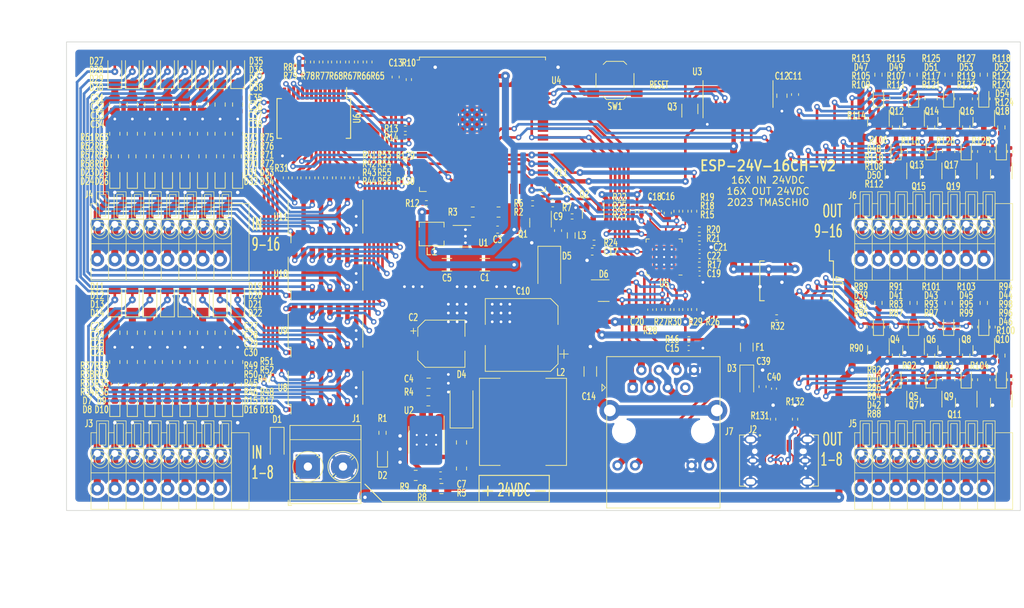
<source format=kicad_pcb>
(kicad_pcb (version 20240108) (generator "pcbnew") (generator_version "8.0")
  (title_block (title "ESP 16x 24VDC Input 16x 24VDC Output Module"))
  (layers (0 "F.Cu" signal) (31 "B.Cu" signal) (34 "B.Paste" user) (35 "F.Paste" user) (36 "B.SilkS" user "B.Silkscreen") (37 "F.SilkS" user "F.Silkscreen") (38 "B.Mask" user) (39 "F.Mask" user) (44 "Edge.Cuts" user))
  (net 0 "")
  (net 1 "GND")
  (net 2 "Net-(C14-Pad1)")
  (net 3 "+3.3VA")
  (net 4 "+24V")
  (net 5 "+3.3V")
  (net 6 "Net-(Q3A-C1)")
  (net 7 "Net-(D11-K)")
  (net 8 "Net-(D12-K)")
  (net 9 "Net-(D13-K)")
  (net 10 "Net-(D14-K)")
  (net 11 "Net-(D19-K)")
  (net 12 "Net-(D20-K)")
  (net 13 "Net-(D21-K)")
  (net 14 "Net-(D22-K)")
  (net 15 "Net-(D27-K)")
  (net 16 "Net-(D28-K)")
  (net 17 "Net-(D29-K)")
  (net 18 "Net-(D30-K)")
  (net 19 "Net-(D35-K)")
  (net 20 "/MCU/USB_D-")
  (net 21 "/MCU/USB_D+")
  (net 22 "Net-(D36-K)")
  (net 23 "Net-(D37-K)")
  (net 24 "Net-(D38-K)")
  (net 25 "/MCU/PHY_PWR")
  (net 26 "/MCU/I2C_SCL")
  (net 27 "/MCU/I2C_SDA")
  (net 28 "Net-(D7-A)")
  (net 29 "/LAN/RD-")
  (net 30 "/LAN/TD-")
  (net 31 "/LAN/TD+")
  (net 32 "/LAN/RD+")
  (net 33 "Net-(D8-A)")
  (net 34 "Net-(D9-A)")
  (net 35 "Net-(D10-A)")
  (net 36 "Net-(D11-A)")
  (net 37 "Net-(D12-A)")
  (net 38 "Net-(D13-A)")
  (net 39 "Net-(D14-A)")
  (net 40 "Net-(D15-A)")
  (net 41 "Net-(D16-A)")
  (net 42 "Net-(D17-A)")
  (net 43 "Net-(D18-A)")
  (net 44 "Net-(D19-A)")
  (net 45 "Net-(D20-A)")
  (net 46 "Net-(D21-A)")
  (net 47 "Net-(D22-A)")
  (net 48 "Net-(D23-A)")
  (net 49 "Net-(D24-A)")
  (net 50 "Net-(D25-A)")
  (net 51 "Net-(D26-A)")
  (net 52 "/LAN/LED_G_K")
  (net 53 "Net-(D27-A)")
  (net 54 "Net-(D28-A)")
  (net 55 "Net-(D29-A)")
  (net 56 "Net-(D30-A)")
  (net 57 "Net-(D31-A)")
  (net 58 "Net-(D32-A)")
  (net 59 "Net-(D33-A)")
  (net 60 "Net-(D34-A)")
  (net 61 "Net-(D35-A)")
  (net 62 "/LAN/EMAC_RXD1")
  (net 63 "/LAN/EMAC_RXD0")
  (net 64 "/LAN/EMAC_MDIO")
  (net 65 "/LAN/EMAC_RX")
  (net 66 "Net-(D36-A)")
  (net 67 "Net-(D37-A)")
  (net 68 "Net-(D38-A)")
  (net 69 "/LAN/EMAC_CLK")
  (net 70 "/LAN/EMAC_TXD0")
  (net 71 "/LAN/EMAC_TXEN")
  (net 72 "/LAN/EMAC_TXD1")
  (net 73 "/LAN/EMAC_MDC")
  (net 74 "/Outputs 1-16/J8-OUT1")
  (net 75 "/Outputs 1-16/J8-OUT2")
  (net 76 "/Outputs 1-16/J8-OUT3")
  (net 77 "Net-(D39-A)")
  (net 78 "/Outputs 1-16/J8-OUT4")
  (net 79 "Net-(D40-A)")
  (net 80 "/Outputs 1-16/J8-OUT5")
  (net 81 "Net-(D41-A)")
  (net 82 "/Outputs 1-16/J8-OUT6")
  (net 83 "Net-(D42-A)")
  (net 84 "/Outputs 1-16/J8-OUT7")
  (net 85 "Net-(D43-A)")
  (net 86 "/Outputs 1-16/J8-OUT8")
  (net 87 "Net-(D44-A)")
  (net 88 "/Outputs 1-16/J9-OUT9")
  (net 89 "Net-(D45-A)")
  (net 90 "/Outputs 1-16/J9-OUT10")
  (net 91 "Net-(D46-A)")
  (net 92 "/Outputs 1-16/J9-OUT11")
  (net 93 "Net-(D47-A)")
  (net 94 "/Outputs 1-16/J9-OUT12")
  (net 95 "Net-(D48-A)")
  (net 96 "/Outputs 1-16/J9-OUT13")
  (net 97 "Net-(D49-A)")
  (net 98 "/Outputs 1-16/J9-OUT14")
  (net 99 "Net-(D50-A)")
  (net 100 "/Outputs 1-16/J9-OUT15")
  (net 101 "Net-(D51-A)")
  (net 102 "/Outputs 1-16/J9-OUT16")
  (net 103 "Net-(D52-A)")
  (net 104 "/Inputs 1-16/J4-IN1")
  (net 105 "/Inputs 1-16/J4-IN2")
  (net 106 "/Inputs 1-16/J4-IN3")
  (net 107 "/Inputs 1-16/J4-IN4")
  (net 108 "/Inputs 1-16/J4-IN5")
  (net 109 "/Inputs 1-16/J4-IN6")
  (net 110 "/Inputs 1-16/J4-IN7")
  (net 111 "/Inputs 1-16/J4-IN8")
  (net 112 "/Inputs 1-16/J5-IN9")
  (net 113 "/Inputs 1-16/J5-IN10")
  (net 114 "/Inputs 1-16/J5-IN11")
  (net 115 "/Inputs 1-16/J5-IN12")
  (net 116 "/Inputs 1-16/J5-IN13")
  (net 117 "/Inputs 1-16/J5-IN14")
  (net 118 "/Inputs 1-16/J5-IN15")
  (net 119 "/Inputs 1-16/J5-IN16")
  (net 120 "Net-(D53-A)")
  (net 121 "Net-(D54-A)")
  (net 122 "Net-(Q3B-C2)")
  (net 123 "Net-(Q4-B)")
  (net 124 "Net-(Q5-B)")
  (net 125 "Net-(Q6-B)")
  (net 126 "Net-(Q7-B)")
  (net 127 "Net-(Q8-B)")
  (net 128 "Net-(Q9-B)")
  (net 129 "Net-(Q10-B)")
  (net 130 "Net-(Q11-B)")
  (net 131 "Net-(Q12-B)")
  (net 132 "Net-(Q13-B)")
  (net 133 "Net-(Q14-B)")
  (net 134 "Net-(Q15-B)")
  (net 135 "Net-(Q16-B)")
  (net 136 "Net-(Q17-B)")
  (net 137 "Net-(Q18-B)")
  (net 138 "Net-(Q19-B)")
  (net 139 "Net-(U6-~{RESET})")
  (net 140 "/GPIO Expanders/IN1")
  (net 141 "/GPIO Expanders/IN2")
  (net 142 "/GPIO Expanders/IN3")
  (net 143 "/GPIO Expanders/IN4")
  (net 144 "/GPIO Expanders/IN5")
  (net 145 "/GPIO Expanders/IN6")
  (net 146 "/GPIO Expanders/IN7")
  (net 147 "/GPIO Expanders/IN8")
  (net 148 "/GPIO Expanders/IN9")
  (net 149 "/GPIO Expanders/IN10")
  (net 150 "/GPIO Expanders/IN11")
  (net 151 "/GPIO Expanders/IN12")
  (net 152 "/GPIO Expanders/IN13")
  (net 153 "/GPIO Expanders/IN14")
  (net 154 "/GPIO Expanders/IN15")
  (net 155 "/GPIO Expanders/IN16")
  (net 156 "/GPIO Expanders/OUT1")
  (net 157 "/GPIO Expanders/OUT2")
  (net 158 "/GPIO Expanders/OUT3")
  (net 159 "/GPIO Expanders/OUT4")
  (net 160 "/GPIO Expanders/OUT5")
  (net 161 "/GPIO Expanders/OUT6")
  (net 162 "/GPIO Expanders/OUT7")
  (net 163 "/GPIO Expanders/OUT8")
  (net 164 "/GPIO Expanders/OUT9")
  (net 165 "/GPIO Expanders/OUT10")
  (net 166 "/GPIO Expanders/OUT11")
  (net 167 "/GPIO Expanders/OUT12")
  (net 168 "/GPIO Expanders/OUT13")
  (net 169 "/GPIO Expanders/OUT14")
  (net 170 "/GPIO Expanders/OUT15")
  (net 171 "/GPIO Expanders/OUT16")
  (net 172 "Net-(U3-TXD)")
  (net 173 "Net-(U3-RXD)")
  (net 178 "/GPIO Expanders/MCP1-INTB")
  (net 179 "/GPIO Expanders/MCP1-INTA")
  (net 194 "Net-(D3-A)")
  (net 196 "Net-(J7-Pad9)")
  (net 197 "+5V")
  (net 198 "Net-(U1-FB)")
  (net 199 "Net-(Q1-G)")
  (net 200 "Net-(D4-K)")
  (net 201 "Net-(C7-Pad1)")
  (net 202 "Net-(D5-A)")
  (net 203 "Net-(U2-FB)")
  (net 204 "+3.3VLAN")
  (net 205 "Net-(U5-~{RST})")
  (net 206 "Net-(D2-A)")
  (net 207 "Net-(D3-K)")
  (net 208 "Net-(U1-LX)")
  (net 209 "Net-(Q2-C)")
  (net 210 "Net-(Q3A-E1)")
  (net 211 "Net-(Q3A-B1)")
  (net 212 "Net-(R4-Pad2)")
  (net 213 "Net-(U2-BS)")
  (net 214 "Net-(U5-RXD2{slash}~{RMIISEL})")
  (net 215 "/LAN/LED_Y_A")
  (net 216 "Net-(U5-RXD3{slash}~{PHYAD2})")
  (net 217 "Net-(U5-RXCLK{slash}~{PHYAD1})")
  (net 218 "Net-(U5-RXER{slash}RXD4{slash}~{PHYAD0})")
  (net 219 "Net-(U5-RBIAS)")
  (net 234 "Net-(J7-Pad12)")
  (net 235 "Net-(U7-~{RESET})")
  (net 240 "Net-(D1-A)")
  (net 241 "Net-(J2-CC1)")
  (net 243 "Net-(J2-CC2)")
  (net 245 "Net-(U5-VDDCR)")
  (footprint "Tales:R_0603_1608Metric" (layer "F.Cu") (at 89.535 113.855 -90)
    (property "Reference" "R48")
    (property "Value" "5,6k/0,1W/0603")
  )
  (footprint "Tales:CP_Elec_10x10" (layer "F.Cu") (at 130.62 106.68 180)
    (property "Reference" "C10")
    (property "Value" "470uF/16V/10x10")
  )
  (footprint "Tales:R_0402_1005Metric" (layer "F.Cu") (at 113.79 81.915)
    (property "Reference" "R129")
    (property "Value" "2k2/62,5mW/0402")
  )
  (footprint "Tales:SOP-16_4.4x10.4mm_P1.27mm" (layer "F.Cu") (at 102.24 89.56 90)
    (property "Reference" "U11")
    (property "Value" "OR-3H4-4")
  )
  (footprint "Tales:D_MiniMELF" (layer "F.Cu") (at 89.535 68.735 90)
    (property "Reference" "D38")
    (property "Value" "9V1/500mW")
  )
  (footprint "Tales:C_1206_3216Metric" (layer "F.Cu") (at 140.56 111.965 90)
    (property "Reference" "C14")
    (property "Value" "1nF/2kV/1206")
  )
  (footprint "Tales:L_12x12mm_h6mm" (layer "F.Cu") (at 130.81 119.25 90)
    (property "Reference" "L2")
    (property "Value" "33uH 2,1A")
  )
  (footprint "Tales:R_0603_1608Metric" (layer "F.Cu") (at 71.755 80.835 -90)
    (property "Reference" "R57")
    (property "Value" "5,6k/0,1W/0603")
  )
  (footprint "Tales:R_0402_1005Metric" (layer "F.Cu") (at 193.675 105.535 90)
    (property "Reference" "R97")
    (property "Value" "1k/62,5mW/0402")
  )
  (footprint "Tales:R_0402_1005Metric" (layer "F.Cu") (at 198.755 72.515 90)
    (property "Reference" "R123")
    (property "Value" "1k/62,5mW/0402")
  )
  (footprint "Tales:R_0402_1005Metric" (layer "F.Cu") (at 150.495 102.995 -90)
    (property "Reference" "R28")
    (property "Value" "49,9R/62,5mW/0402")
  )
  (footprint "Tales:LED_0603_1608Metric" (layer "F.Cu") (at 81.915 83.9725 90)
    (property "Reference" "D31")
    (property "Value" "GREEN/0603")
  )
  (footprint "Tales:SOIC-8-1EP_3.9x4.9mm_P1.27mm_EP2.41x3.81mm_ThermalVias" (layer "F.Cu") (at 116.84 121.855 -90)
    (property "Reference" "U2")
    (property "Value" "TX4138")
  )
  (footprint "Tales:D_MiniMELF" (layer "F.Cu") (at 76.835 68.735 90)
    (property "Reference" "D29")
    (property "Value" "9V1/500mW")
  )
  (footprint "Tales:R_0603_1608Metric" (layer "F.Cu") (at 189.865 109.665 -90)
    (property "Reference" "R92")
    (property "Value" "5,6k/0,1W/0603")
  )
  (footprint "Tales:R_0402_1005Metric" (layer "F.Cu") (at 108.585 67.185 -90)
    (property "Reference" "R65")
    (property "Value" "2k2/62,5mW/0402")
  )
  (footprint "Tales:R_0402_1005Metric" (layer "F.Cu") (at 146.685 88.775 -90)
    (property "Reference" "R22")
    (property "Value" "2k2/62,5mW/0402")
  )
  (footprint "Tales:R_0402_1005Metric" (layer "F.Cu") (at 113.79 76.84)
    (property "Reference" "R13")
    (property "Value" "2k2/62,5mW/0402")
  )
  (footprint "Tales:R_0402_1005Metric" (layer "F.Cu") (at 193.675 113.155 -90)
    (property "Reference" "R94")
    (property "Value" "10k/62,5mW/0402")
  )
  (footprint "Tales:LED_0603_1608Metric" (layer "F.Cu") (at 184.785 112.8775 90)
    (property "Reference" "D40")
    (property "Value" "GREEN/0603")
  )
  (footprint "Tales:USB_C_Receptacle_JAE_DX07S024WJ1R350" (layer "F.Cu") (at 167.85 124.855)
    (property "Reference" "J2")
    (property "Value" "USB_C_Receptacle_USB2.0")
  )
  (footprint "Tales:D_MiniMELF" (layer "F.Cu") (at 84.455 101.755 90)
    (property "Reference" "D20")
    (property "Value" "9V1/500mW")
  )
  (footprint "Tales:SOT-23-5" (layer "F.Cu") (at 142.4885 100.264)
    (property "Reference" "D6")
    (property "Value" "ESDS314DBV")
  )
  (footprint "Tales:SOT-23" (layer "F.Cu") (at 184.785 83.455 -90)
    (property "Reference" "Q13")
    (property "Value" "MMBT2222A/SOT-23-3")
  )
  (footprint "Tales:R_0402_1005Metric" (layer "F.Cu") (at 101.6 83.945 90)
    (property "Reference" "R44")
    (property "Value" "2k2/62,5mW/0402")
  )
  (footprint "Tales:R_0402_1005Metric" (layer "F.Cu") (at 167.005 118.87 90)
    (property "Reference" "R131")
    (property "Value" "5k1/62,5mW/0402")
  )
  (footprint "Tales:L_0805_2012Metric" (layer "F.Cu") (at 137.795 92.2825 -90)
    (property "Reference" "L3")
    (property "Value" "2A 600R")
  )
  (footprint "Tales:D_SMA" (layer "F.Cu") (at 134.62 97.25 -90)
    (property "Reference" "D5")
    (property "Value" "SS34")
  )
  (footprint "Tales:R_0805_2012Metric" (layer "F.Cu") (at 123.5475 88.9 180)
    (property "Reference" "R3")
    (property "Value" "22,1k/0,125W/0805")
  )
  (footprint "Tales:R_0603_1608Metric" (layer "F.Cu") (at 79.375 80.835 -90)
    (property "Reference" "R60")
    (property "Value" "5,6k/0,1W/0603")
  )
  (footprint "Tales:D_MiniMELF" (layer "F.Cu") (at 79.375 101.755 90)
    (property "Reference" "D14")
    (property "Value" "9V1/500mW")
  )
  (footprint "Tales:R_0402_1005Metric" (layer "F.Cu") (at 153.035 88.775 -90)
    (property "Reference" "R19")
    (property "Value" "2k2/62,5mW/0402")
  )
  (footprint "Tales:SOT-363_SC-70-6" (layer "F.Cu") (at 154.955 73.98 90)
    (property "Reference" "Q3")
    (property "Value" "UMH3N")
  )
  (footprint "Tales:R_0805_2012Metric" (layer "F.Cu") (at 71.755 110.5935 -90)
    (property "Reference" "R37")
    (property "Value" "1k8/0,125W/0805")
  )
  (footprint "Tales:ESP32-WROOM-32U" (layer "F.Cu") (at 124.955 76.2)
    (property "Reference" "U4")
    (property "Value" "ESP32-WROOM-32UE-N16")
  )
  (footprint "Tales:R_0603_1608Metric" (layer "F.Cu") (at 182.245 102.045 -90)
    (property "Reference" "R89")
    (property "Value" "5,6k/0,1W/0603")
  )
  (footprint "Tales:C_0402_1005Metric" (layer "F.Cu") (at 156.365 93.98)
    (property "Reference" "C21")
    (property "Value" "1uF/25V/0402")
  )
  (footprint "Tales:R_0402_1005Metric" (layer "F.Cu") (at 201.295 80.135 90)
    (property "Reference" "R124")
    (property "Value" "1k/62,5mW/0402")
  )
  (footprint "Tales:C_0402_1005Metric" (layer "F.Cu") (at 154.785 108.585)
    (property "Reference" "C15")
    (property "Value" "0,1uF/50V/0402")
  )
  (footprint "Tales:C_0603_1608Metric" (layer "F.Cu") (at 112.395 69.36 90)
    (property "Reference" "C13")
    (property "Value" "1uF/50V/0603")
  )
  (footprint "Tales:R_0402_1005Metric" (layer "F.Cu") (at 198.755 105.535 90)
    (property "Reference" "R99")
    (property "Value" "1k/62,5mW/0402")
  )
  (footprint "Tales:SOT-23" (layer "F.Cu") (at 197.485 108.855 -90)
    (property "Reference" "Q10")
    (property "Value" "MMBT2222A/SOT-23-3")
  )
  (footprint "Tales:LED_0603_1608Metric" (layer "F.Cu") (at 187.325 105.2575 90)
    (property "Reference" "D41")
    (property "Value" "GREEN/0603")
  )
  (footprint "Tales:R_0402_1005Metric" (layer "F.Cu") (at 147.955 88.775 -90)
    (property "Reference" "R25")
    (property "Value" "2k2/62,5mW/0402")
  )
  (footprint "Tales:R_0603_1608Metric" (layer "F.Cu") (at 197.485 102.045 -90)
    (property "Reference" "R103")
    (property "Value" "5,6k/0,1W/0603")
  )
  (footprint "Tales:R_0402_1005Metric" (layer "F.Cu") (at 100.965 67.185 -90)
    (property "Reference" "R79")
    (property "Value" "2k2/62,5mW/0402")
  )
  (footprint "Tales:D_MiniMELF" (layer "F.Cu") (at 76.835 101.755 90)
    (property "Reference" "D13")
    (property "Value" "9V1/500mW")
  )
  (footprint "Tales:R_0402_1005Metric" (layer "F.Cu") (at 191.135 72.515 -90)
    (property "Reference" "R117")
    (property "Value" "10k/62,5mW/0402")
  )
  (footprint "Tales:LED_0603_1608Metric" (layer "F.Cu") (at 187.325 72.2375 90)
    (property "Reference" "D49")
    (property "Value" "GREEN/0603")
  )
  (footprint "Tales:L_3x3mm_h1.5mm" (layer "F.Cu") (at 117.595 92.075 180)
    (property "Reference" "L1")
    (property "Value" "2,2uH 1,5A")
  )
  (footprint "Tales:R_0402_1005Metric" (layer "F.Cu") (at 155.575 102.995 -90)
    (property "Reference" "R26")
    (property "Value" "12,1k/62,5mW/0402")
  )
  (footprint "Tales:R_0805_2012Metric" (layer "F.Cu") (at 84.455 110.5935 -90)
    (property "Reference" "R50")
    (property "Value" "1k8/0,125W/0805")
  )
  (footprint "Tales:R_0402_1005Metric" (layer "F.Cu") (at 188.595 72.515 90)
    (property "Reference" "R111")
    (property "Value" "1k/62,5mW/0402")
  )
  (footprint "Tales:SOP-16_4.4x10.4mm_P1.27mm" (layer "F.Cu") (at 102.24 97.815 90)
    (property "Reference" "U10")
    (property "Value" "OR-3H4-4")
  )
  (footprint "Tales:C_0805_2012Metric" (layer "F.Cu") (at 89.535 73.345 -90)
    (property "Reference" "C38")
    (property "Value" "33nF/50V/0805")
  )
  (footprint "Tales:C_1206_3216Metric" (layer "F.Cu") (at 125.3 96.52 180)
    (property "Reference" "C1")
    (property "Value" "10uF/50V/1206")
  )
  (footprint "Tales:SOT-23" (layer "F.Cu") (at 187.325 75.835 -90)
    (property "Reference" "Q14")
    (property "Value" "MMBT2222A/SOT-23-3")
  )
  (footprint "Tales:CP_Elec_6.3x5.4" (layer "F.Cu") (at 119.005 107.95)
    (property "Reference" "C2")
    (property "Value" "47uF/35V/6,3x5,4")
  )
  (footprint "Tales:R_0603_1608Metric" (layer "F.Cu") (at 76.835 80.835 -90)
    (property "Reference" "R59")
    (property "Value" "5,6k/0,1W/0603")
  )
  (footprint "Tales:D_MiniMELF" (layer "F.Cu") (at 89.535 101.755 90)
    (property "Reference" "D22")
    (property "Value" "9V1/500mW")
  )
  (footprint "Tales:C_0805_2012Metric" (layer "F.Cu") (at 86.995 106.36 -90)
    (property "Reference" "C29")
    (property "Value" "33nF/50V/0805")
  )
  (footprint "Tales:TSOT-23-5" (layer "F.Cu") (at 122.485 92.39)
    (property "Reference" "U1")
    (property "Value" "SY8089A1AAC")
  )
  (footprint "Tales:R_0805_2012Metric" (layer "F.Cu") (at 86.995 77.5735 -90)
    (property "Reference" "R75")
    (property "Value" "1k8/0,125W/0805")
  )
  (footprint "Tales:R_0402_1005Metric" (layer "F.Cu") (at 154.305 88.775 -90)
    (property "Reference" "R18")
    (property "Value" "2k2/62,5mW/0402")
  )
  (footprint "Tales:LED_0603_1608Metric" (layer "F.Cu") (at 197.485 105.2575 90)
    (property "Reference" "D45")
    (property "Value" "GREEN/0603")
  )
  (footprint "Tales:R_0402_1005Metric" (layer "F.Cu") (at 183.515 72.515 90)
    (property "Reference" "R109")
    (property "Value" "1k/62,5mW/0402")
  )
  (footprint "Tales:R_0603_1608Metric" (layer "F.Cu") (at 86.995 80.835 -90)
    (property "Reference" "R71")
    (property "Value" "5,6k/0,1W/0603")
  )
  (footprint "Tales:R_0402_1005Metric" (layer "F.Cu") (at 186.055 113.155 90)
    (property "Reference" "R86")
    (property "Value" "1k/62,5mW/0402")
  )
  (footprint "Tales:SOIC-16_3.9x9.9mm_P1.27mm" (layer "F.Cu") (at 161.925 71.82 90)
    (property "Reference" "U3")
    (property "Value" "CH340C")
  )
  (footprint "Tales:R_0402_1005Metric" (layer "F.Cu") (at 137.92 89.535 180)
    (property "Reference" "R7")
    (property "Value" "1k/62,5mW/0402")
  )
  (footprint "Tales:SOT-23" (layer "F.Cu") (at 189.865 116.475 -90)
    (property "Reference" "Q7")
    (property "Value" "MMBT2222A/SOT-23-3")
  )
  (footprint "Tales:C_0603_1608Metric" (layer "F.Cu") (at 170.18 71.895 -90)
    (property "Reference" "C11")
    (property "Value" "10uF/10V/0603")
  )
  (footprint "Tales:SOT-23" (layer "F.Cu") (at 140.97 89.17 -90)
    (property "Reference" "Q2")
    (property "Value" "LMUN2211LT1G")
  )
  (footprint "Tales:R_0402_1005Metric" (layer "F.Cu") (at 156.335 96.52)
    (property "Reference" "R17")
    (property "Value" "330R/62,5mW/0402")
  )
  (footprint "Tales:R_0402_1005Metric" (layer "F.Cu") (at 154.815 107.315)
    (property "Reference" "R16")
    (property "Value" "330R/62,5mW/0402")
  )
  (footprint "Tales:D_MiniMELF" (layer "F.Cu") (at 84.455 68.735 90)
    (property "Reference" "D36")
    (property "Value" "9V1/500mW")
  )
  (footprint "Tales:R_0805_2012Metric" (layer "F.Cu") (at 76.835 77.5735 -90)
    (property "Reference" "R63")
    (property "Value" "1k8/0,125W/0805")
  )
  (footprint "Tales:R_0402_1005Metric" (layer "F.Cu") (at 183.515 105.535 90)
    (property "Reference" "R85")
    (property "Value" "1k/62,5mW/0402")
  )
  (footprint "Tales:C_0805_2012Metric" (layer "F.Cu") (at 79.375 106.36 -90)
    (property "Reference" "C26")
    (property "Value" "33nF/50V/0805")
  )
  (footprint "Tales:R_0805_2012Metric" (layer "F.Cu") (at 79.375 77.5735 -90)
    (property "Reference" "R64")
    (property "Value" "1k8/0,125W/0805")
  )
  (footprint "Tales:D_MiniMELF" (layer "F.Cu") (at 74.295 68.735 90)
    (property "Reference" "D28")
    (property "Value" "9V1/500mW")
  )
  (footprint "Tales:C_0402_1005Metric" (layer "F.Cu") (at 156.365 97.79)
    (property "Reference" "C19")
    (property "Value" "0,1uF/50V/0402")
  )
  (footprint "Tales:R_0402_1005Metric" (layer "F.Cu") (at 156.335 92.71)
    (property "Reference" "R21")
    (property "Value" "2k2/62,5mW/0402")
  )
  (footprint "Tales:C_0402_1005Metric" (layer "F.Cu") (at 150.495 88.745 90)
    (property "Reference" "C18")
    (property "Value" "0,1uF/50V/0402")
  )
  (footprint "Tales:R_0402_1005Metric" (layer "F.Cu") (at 113.79 83.185)
    (property "Reference" "R130")
    (property "Value" "2k2/62,5mW/0402")
  )
  (footprint "Tales:Fuse_1206_3216Metric" (layer "F.Cu") (at 163.195 108.455 90)
    (property "Reference" "F1")
    (property "Value" "500mA")
  )
  (footprint "Tales:R_0402_1005Metric" (layer "F.Cu") (at 191.135 80.135 90)
    (property "Reference" "R112")
    (property "Value" "1k/62,5mW/0402")
  )
  (footprint "Tales:R_0402_1005Metric" (layer "F.Cu") (at 170.18 118.87 90)
    (property "Reference" "R132")
    (property "Value" "5k1/62,5mW/0402")
  )
  (footprint "Tales:SOT-23" (layer "F.Cu") (at 192.405 108.855 -90)
    (property "Reference" "Q8")
    (property "Value" "MMBT2222A/SOT-23-3")
  )
  (footprint "Tales:R_0402_1005Metric" (layer "F.Cu") (at 193.675 80.135 -90)
    (property "Reference" "R118")
    (property "Value" "10k/62,5mW/0402")
  )
  (footprint "Tales:D_MiniMELF" (layer "F.Cu") (at 86.995 101.755 90)
    (property "Reference" "D21")
    (property "Value" "9V1/500mW")
  )
  (footprint "Tales:RJ45_HanRun_HR911105A" (layer "F.Cu") (at 151.125 120.65)
    (property "Reference" "J7")
    (property "Value" "ETHERNET")
  )
  (footprint "Tales:LED_0603_1608Metric" (layer "F.Cu") (at 189.865 112.8775 90)
    (property "Reference" "D42")
    (property "Value" "GREEN/0603")
  )
  (footprint "Tales:C_0805_2012Metric" (layer "F.Cu") (at 76.835 106.36 -90)
    (property "Reference" "C25")
    (property "Value" "33nF/50V/0805")
  )
  (footprint "Tales:SOT-23" (layer "F.Cu") (at 189.865 83.455 -90)
    (property "Reference" "Q15")
    (property "Value" "MMBT2222A/SOT-23-3")
  )
  (footprint "Tales:C_0805_2012Metric" (layer "F.Cu") (at 71.755 106.36 -90)
    (property "Reference" "C23")
    (property "Value" "33nF/50V/0805")
  )
  (footprint "Tales:R_0402_1005Metric" (layer "F.Cu") (at 113.79 78.11)
    (property "Reference" "R14")
    (property "Value" "2k2/62,5mW/0402")
  )
  (footprint "Tales:R_0402_1005Metric" (layer "F.Cu") (at 149.225 88.775 90)
    (property "Reference" "R23")
    (property "Value" "2k2/62,5mW/0402")
  )
  (footprint "Tales:R_0603_1608Metric" (layer "F.Cu") (at 194.945 76.645 -90)
    (property "Reference" "R126")
    (property "Value" "5,6k/0,1W/0603")
  )
  (footprint "Tales:LED_0603_1608Metric" (layer "F.Cu") (at 197.485 72.2375 90)
    (property "Reference" "D53")
    (property "Value" "GREEN/0603")
  )
  (footprint "Tales:C_0402_1005Metric" (layer "F.Cu") (at 149.225 103.025 90)
    (property "Reference" "C20")
    (property "Value" "0,1uF/50V/0402")
  )
  (footprint "Tales:TerminalBlock_Dibo_DB141V-2.54-8P_1x08_P2.54mm_Vertical" (layer "F.Cu") (at 179.705 128.905)
    (property "Reference" "J5")
    (property "Value" "DB141V-2.54-8P")
  )
  (footprint "Tales:C_0805_2012Metric" (layer "F.Cu") (at 81.915 106.36 -90)
    (property "Reference" "C27")
    (property "Value" "33nF/50V/0805")
  )
  (footprint "Tales:C_0805_2012Metric" (layer "F.Cu") (at 71.755 73.345 -90)
    (property "Reference" "C31")
    (property "Value" "33nF/50V/0805")
  )
  (footprint "Tales:LED_0603_1608Metric" (layer "F.Cu") (at 74.295 83.9725 90)
    (property "Reference" "D24")
    (property "Value" "GREEN/0603")
  )
  (footprint "Tales:D_MiniMELF" (layer "F.Cu") (at 74.295 101.755 90)
    (property "Reference" "D12")
    (property "Value" "9V1/500mW")
  )
  (footprint "Tales:SOT-23" (layer "F.Cu") (at 200.025 83.455 -90)
    (property "Reference" "Q19")
    (property "Value" "MMBT2222A/SOT-23-3")
  )
  (footprint "Tales:SOP-16_4.4x10.4mm_P1.27mm" (layer "F.Cu") (at 102.24 114.325 90)
    (property "Reference" "U8")
    (property "Value" "OR-3H4-4")
  )
  (footprint "Tales:R_0805_2012Metric" (layer "F.Cu") (at 119.0225 128.905 180)
    (property "Reference" "R8")
    (property "Value" "300k/0,125W/0805")
  )
  (footprint "Tales:R_0805_2012Metric" (layer "F.Cu") (at 89.535 77.5735 -90)
    (property "Reference" "R76")
    (property "Value" "1k8/0,125W/0805")
  )
  (footprint "Tales:LED_0603_1608Metric" (layer "F.Cu") (at 76.835 83.9725 90)
    (property "Reference" "D25")
    (property "Value" "GREEN/0603")
  )
  (footprint "Tales:R_0603_1608Metric" (layer "F.Cu") (at 187.325 69.025 -90)
    (property "Reference" "R115")
    (property "Value" "5,6k/0,1W/0603")
  )
  (footprint "Tales:R_0402_1005Metric" (layer "F.Cu") (at 196.215 105.535 -90)
    (property "Reference" "R95")
    (property "Value" "10k/62,5mW/0402")
  )
  (footprint "Tales:R_0402_1005Metric" (layer "F.Cu") (at 186.055 105.535 -90)
    (property "Reference" "R83")
    (property "Value" "10k/62,5mW/0402")
  )
  (footprint "Tales:LED_0603_1608Metric" (layer "F.Cu") (at 194.945 79.8575 90)
    (property "Reference" "D52")
    (property "Value" "GREEN/0603")
  )
  (footprint "Tales:SOT-23" (layer "F.Cu") (at 187.325 108.855 -90)
    (property "Reference" "Q6")
    (property "Value" "MMBT2222A/SOT-23-3")
  )
  (footprint "Tales:D_MiniMELF" (layer "F.Cu") (at 79.375 68.735 90)
    (property "Reference" "D30")
    (property "Value" "9V1/500mW")
  )
  (footprint "Tales:R_0603_1608Metric" (layer "F.Cu") (at 81.915 80.835 -90)
    (property "Reference" "R69")
    (property "Value" "5,6k/0,1W/0603")
  )
  (footprint "Tales:R_0603_1608Metric" (layer "F.Cu") (at 182.245 69.025 -90)
    (property "Reference" "R113")
    (property "Value" "5,6k/0,1W/0603")
  )
  (footprint "Tales:D_MiniMELF" (layer "F.Cu") (at 81.915 101.755 90)
    (property "Reference" "D19")
    (property "Value" "9V1/500mW")
  )
  (footprint "Tales:R_0805_2012Metric" (layer "F.Cu") (at 76.835 110.5935 -90)
    (property "Reference" "R39")
    (property "Value" "1k8/0,125W/0805")
  )
  (footprint "Tales:LED_0603_1608Metric" (layer "F.Cu") (at 192.405 105.2575 90)
    (property "Reference" "D43")
    (property "Value" "GREEN/0603")
  )
  (footprint "Tales:R_0805_2012Metric" (layer "F.Cu") (at 84.455 77.5735 -90)
    (property "Reference" "R74")
    (property "Value" "1k8/0,125W/0805")
  )
  (footprint "Tales:R_0603_1608Metric" (layer "F.Cu") (at 197.485 69.025 -90)
    (property "Reference" "R127")
    (property "Value" "5,6k/0,1W/0603")
  )
  (footprint "Tales:SOT-23" (layer "F.Cu") (at 182.245 75.835 -90)
    (property "Reference" "Q12")
    (property "Value" "MMBT2222A/SOT-23-3")
  )
  (footprint "Tales:R_0805_2012Metric" (layer "F.Cu") (at 86.995 110.5935 -90)
    (property "Reference" "R51")
    (property "Value" "1k8/0,125W/0805")
  )
  (footprint "Tales:TerminalBlock_Phoenix_MKDS-3-2-5.08_1x02_P5.08mm_Horizontal" (layer "F.Cu") (at 99.695 125.73)
    (property "Reference" "J1")
    (property "Value" "VIN")
  )
  (footprint "Tales:C_0805_2012Metric" (layer "F.Cu") (at 89.535 106.36 -90)
    (property "Reference" "C30")
    (property "Value" "33nF/50V/0805")
  )
  (footprint "Tales:TerminalBlock_Dibo_DB141V-2.54-8P_1x08_P2.54mm_Vertical" (layer "F.Cu") (at 69.215 95.758)
    (property "Reference" "J4")
    (property "Value" "DB141V-2.54-8P")
  )
  (footprint "Tales:R_0603_1608Metric" (layer "F.Cu") (at 184.785 109.665 -90)
    (property "Reference" "R90")
    (property "Value" "5,6k/0,1W/0603")
  )
  (footprint "Tales:R_0402_1005Metric" (layer "F.Cu") (at 188.595 80.135 -90)
    (property "Reference" "R108")
    (property "Value" "10k/62,5mW/0402")
  )
  (footprint "Tales:R_0402_1005Metric" (layer "F.Cu") (at 191.135 113.155 90)
    (property "Reference" "R88")
    (property "Value" "1k/62,5mW/0402")
  )
  (footprint "Tales:R_0402_1005Metric" (layer "F.Cu") (at 106.68 83.945 90)
    (property "Reference" "R56")
    (property "Value" "2k2/62,5mW/0402")
  )
  (footprint "Tales:R_0603_1608Metric" (layer "F.Cu") (at 84.455 80.835 -90)
    (property "Reference" "R70")
    (property "Value" "5,6k/0,1W/0603")
  )
  (footprint "Tales:SOT-23" (layer "F.Cu") (at 184.785 116.475 -90)
    (property "Reference" "Q5")
    (property "Value" "MMBT2222A/SOT-23-3")
  )
  (footprint "Tales:R_0402_1005Metric" (layer "F.Cu") (at 116.84 87.63)
    (property "Reference" "R12")
    (property "Value" "10k/62,5mW/0402")
  )
  (footprint "Tales:R_0402_1005Metric" (layer "F.Cu") (at 156.335 91.44)
    (property "Reference" "R20")
    (property "Value" "2k2/62,5mW/0402")
  )
  (footprint "Tales:SOT-23" (layer "F.Cu") (at 133.35 90.44 -90)
    (property "Reference" "Q1")
    (property "Value" "WPM2015-3/TR")
  )
  (footprint "Tales:LED_0603_1608Metric" (layer "F.Cu") (at 182.245 105.2575 90)
    (property "Reference" "D39")
    (property "Value" "GREEN/0603")
  )
  (footprint "Tales:R_0402_1005Metric" (layer "F.Cu") (at 201.295 113.155 90)
    (property "Reference" "R100")
    (property "Value" "1k/62,5mW/0402")
  )
  (footprint "Tales:LED_0603_1608Metric" (layer "F.Cu") (at 79.375 83.9725 90)
    (property "Reference" "D26")
    (property "Value" "GREEN/0603")
  )
  (footprint "Tales:D_MiniMELF" (layer "F.Cu") (at 81.915 68.735 90)
    (property "Reference" "D35")
    (property "Value" "9V1/500mW")
  )
  (footprint "Tales:LED_0603_1608Metric" (layer "F.Cu") (at 200.025 79.8575 90)
    (property "Reference" "D54")
    (property "Value" "GREEN/0603")
  )
  (footprint "Tales:R_0603_1608Metric" (layer "F.Cu") (at 110.49 120.84 -90)
    (property "Reference" "R1")
    (property "Value" "5,6k/0,1W/0603")
  )
  (footprint "Tales:R_0402_1005Metric" (layer "F.Cu") (at 107.315 67.185 -90)
    (property "Reference" "R66")
    (property "Value" "2k2/62,5mW/0402")
  )
  (footprint "Tales:LED_0603_1608Metric" (layer "F.Cu") (at 84.455 116.9925 90)
    (property "Reference" "D16")
    (property "Value" "GREEN/0603")
  )
  (footprint "Tales:R_0402_1005Metric" (layer "F.Cu") (at 155.575 88.775 -90)
    (property "Reference" "R15")
    (property "Value" "2k2/62,5mW/0402")
  )
  (footprint "Tales:R_0402_1005Metric" (layer "F.Cu") (at 188.595 105.535 90)
    (property "Reference" "R87")
    (property "Value" "1k/62,5mW/0402")
  )
  (footprint "Tales:C_0805_2012Metric" (layer "F.Cu") (at 74.295 73.345 -90)
    (property "Reference" "C32")
    (property "Value" "33nF/50V/0805")
  )
  (footprint "Tales:R_0402_1005Metric" (layer "F.Cu") (at 104.775 67.185 -90)
    (property "Reference" "R68")
    (property "Value" "2k2/62,5mW/0402")
  )
  (footprint "Tales:R_0402_1005Metric" (layer "F.Cu") (at 191.135 105.535 -90)
    (property "Reference" "R93")
    (property "Value" "10k/62,5mW/0402")
  )
  (footprint "Tales:R_0805_2012Metric" (layer "F.Cu") (at 115.2925 127 180)
    (property "Reference" "R9")
    (property "Value" "52,3k/0,125W/0805")
  )
  (footprint "Tales:R_0603_1608Metric" (layer "F.Cu") (at 187.325 102.045 -90)
    (property "Reference" "R91")
    (property "Value" "5,6k/0,1W/0603")
  )
  (footprint "Tales:SSOP-28_5.3x10.2mm_P0.65mm" (layer "F.Cu") (at 100.55 75.355 -90)
    (property "Reference" "U6")
    (property "Value" "MCP23017_SS")
  )
  (footprint "Tales:R_0402_1005Metric" (layer "F.Cu") (at 180.975 72.515 -90)
    (property "Reference" "R105")
    (property "Value" "10k/62,5mW/0402")
  )
  (footprint "Tales:R_0805_2012Metric" (layer "F.Cu") (at 121.92 126.0075 -90)
    (property "Reference" "R5")
    (property "Value" "5R1/0,125W/0805")
  )
  (footprint "Tales:R_0603_1608Metric" (layer "F.Cu") (at 79.375 113.855 -90)
    (property "Reference" "R36")
    (property "Value" "5,6k/0,1W/0603")
  )
  (footprint "Tales:R_0402_1005Metric" (layer "F.Cu") (at 102.87 83.945 90)
    (property "Reference" "R53")
    (property "Value" "2k2/62,5mW/0402")
  )
  (footprint "Tales:LED_0603_1608Metric" (layer "F.Cu") (at 86.995 116.9925 90)
    (property "Reference" "D17")
    (property "Value" "GREEN/0603")
  )
  (footprint "Tales:R_0805_2012Metric" (layer "F.Cu") (at 81.915 110.5935 -90)
    (property "Reference" "R49")
    (property "Value" "1k8/0,125W/0805")
  )
  (footprint "Tales:R_0603_1608Metric" (layer "F.Cu") (at 89.535 80.835 -90)
    (property "Reference" "R72")
    (property "Value" "5,6k/0,1W/0603")
  )
  (footprint "Tales:R_0603_1608Metric" (layer "F.Cu") (at 189.865 76.645 -90)
    (property "Reference" "R116")
    (property "Value" "5,6k/0,1W/0603")
  )
  (footprint "Tales:R_0402_1005Metric" (layer "F.Cu") (at 135.89 84.965 90)
    (property "Reference" "R11")
    (property "Value" "10k/62,5mW/0402")
  )
  (footprint "Tales:R_0402_1005Metric" (layer "F.Cu") (at 141.095 93.345)
    (property "Reference" "R24")
    (property "Value" "10k/62,5mW/0402")
  )
  (footprint "Tales:C_0805_2012Metric" (layer "F.Cu") (at 76.835 73.345 -90)
    (property "Reference" "C33")
    (property "Value" "33nF/50V/0805")
  )
  (footprint "Tales:R_0603_1608Metric" (layer "F.Cu") (at 184.785 76.645 -90)
    (property "Reference" "R114")
    (property "Value" "5,6k/0,1W/0603")
  )
  (footprint "Tales:R_0603_1608Metric" (layer "F.Cu") (at 192.405 102.045 -90)
    (property "Reference" "R101")
    (property "Value" "5,6k/0,1W/0603")
  )
  (footprint "Tales:R_0402_1005Metric" (layer "F.Cu") (at 186.055 72.515 -90)
    (property "Reference" "R107")
    (property "Value" "10k/62,5mW/0402")
  )
  (footprint "Tales:LED_0603_1608Metric" (layer "F.Cu") (at 74.295 116.9925 90)
    (property "Reference" "D8")
    (property "Value" "GREEN/0603")
  )
  (footprint "Tales:R_0402_1005Metric" (layer "F.Cu") (at 183.515 113.155 -90)
    (property "Reference" "R82")
    (property "Value" "10k/62,5mW/0402")
  )
  (footprint "Tales:R_0805_2012Metric" (layer "F.Cu") (at 79.375 110.5935 -90)
    (property "Reference" "R40")
    (property "Value" "1k8/0,125W/0805")
  )
  (footprint "Tales:LED_0603_1608Metric" (layer "F.Cu") (at 76.835 116.9925 90)
    (property "Reference" "D9")
    (property "Value" "GREEN/0603")
  )
  (footprint "Tales:C_0603_1608Metric" (layer "F.Cu") (at 165.481 114.16 90)
    (property "Reference" "C39")
    (property "Value" "1uF/50V/0603")
  )
  (footprint "Tales:C_0603_1608Metric" (layer "F.Cu") (at 118.885 127 180)
    (property "Reference" "C8")
    (property "Value" "12pF/50V/0603")
  )
  (footprint "Tales:R_0402_1005Metric" (layer "F.Cu") (at 99.695 67.185 -90)
    (property "Reference" "R80")
    (property "Value" "2k2/62,5mW/0402")
  )
  (footprint "Tales:LED_0603_1608Metric" (layer "F.Cu") (at 192.405 72.2375 90)
    (property "Reference" "D51")
    (property "Value" "GREEN/0603")
  )
  (footprint "Tales:LED_0603_1608Metric" (layer "F.Cu") (at 189.865 79.8575 90)
    (property "Reference" "D50")
    (property "Value" "GREEN/0603")
  )
  (footprint "Tales:SOT-23" (layer "F.Cu") (at 182.245 108.855 -90)
    (property "Reference" "Q4")
    (property "Value" "MMBT2222A/SOT-23-3")
  )
  (footprint "Tales:C_0805_2012Metric" (layer "F.Cu") (at 121.92 122.235 90)
    (property "Reference" "C7")
    (property "Value" "0,1uF/50V/0805")
  )
  (footprint "Tales:LED_0603_1608Metric" (layer "F.Cu") (at 184.785 79.8575 90)
    (property "Reference" "D48")
    (property "Value" "GREEN/0603")
  )
  (footprint "Tales:C_0805_2012Metric" (layer "F.Cu") (at 84.455 106.36 -90)
    (property "Reference" "C28")
    (property "Value" "33nF/50V/0805")
  )
  (footprint "Tales:R_0805_2012Metric" (layer "F.Cu") (at 71.755 77.5735 -90)
    (property "Reference" "R61")
    (property "Value" "1k8/0,125W/0805")
  )
  (footprint "Tales:R_0603_1608Metric" (layer "F.Cu") (at 81.915 113.855 -90)
    (property "Reference" "R45")
    (property "Value" "5,6k/0,1W/0603")
  )
  (footprint "Tales:R_0402_1005Metric" (layer "F.Cu") (at 106.045 67.185 -90)
    (property "Reference" "R67")
    (property "Value" "2k2/62,5mW/0402")
  )
  (footprint "Tales:C_0603_1608Metric" (layer "F.Cu") (at 127.14 91.44 180)
    (property "Reference" "C3")
    (property "Value" "22pF/50V/0603")
  )
  (footprint "Tales:C_0603_1608Metric" (layer "F.Cu") (at 135.89 91.58 -90)
    (property "Reference" "C9")
    (property "Value" "10uF/10V/0603")
  )
  (footprint "Tales:R_0402_1005Metric" (layer "F.Cu") (at 180.975 105.535 -90)
    (property "Reference" "R81")
    (property "Value" "10k/62,5mW/0402")
  )
  (footprint "Tales:R_0805_2012Metric" (layer "F.Cu") (at 89.535 110.5935 -90)
    (property "Reference" "R52")
    (property "Value" "1k8/0,125W/0805")
  )
  (footprint "Tales:R_0402_1005Metric" (layer "F.Cu") (at 154.305 102.995 -90)
    (property "Reference" "R29")
    (property "Value" "49,9R/62,5mW/0402")
  )
  (footprint "Tales:C_0805_2012Metric" (layer "F.Cu") (at 84.455 73.345 -90)
    (property "Reference" "C36")
    (property "Value" "33nF/50V/0805")
  )
  (footprint "Tales:C_0402_1005Metric" (layer "F.Cu") (at 167.132 114.455 90)
    (property "Reference" "C40")
    (property "Value" "0,1uF/50V/0402")
  )
  (footprint "Tales:SOT-23" (layer "F.Cu") (at 194.945 83.455 -90)
    (property "Reference" "Q17")
    (property "Value" "MMBT2222A/SOT-23-3")
  )
  (footprint "Tales:SW_SPST_TL3342" (layer "F.Cu") (at 144.12 69.845 180)
    (property "Reference" "SW1")
    (property "Value" "RESET")
  )
  (footprint "Tales:R_0603_1608Metric" (layer "F.Cu") (at 74.295 80.835 -90)
    (property "Reference" "R58")
    (property "Value" "5,6k/0,1W/0603")
  )
  (footprint "Tales:R_0402_1005Metric" (layer "F.Cu") (at 104.14 83.945 90)
    (property "Reference" "R54")
    (property "Value" "2k2/62,5mW/0402")
  )
  (footprint "Tales:C_1206_3216Metric" (layer "F.Cu") (at 119.81 96.52)
    (property "Reference" "C5")
    (property "Value" "10uF/50V/1206")
  )
  (footprint "Tales:R_0402_1005Metric" (layer "F.Cu") (at 99.06 83.945 90)
    (property "Reference" "R42")
    (property "Value" "2k2/62,5mW/0402")
  )
  (footprint "Tales:R_0402_1005Metric" (layer "F.Cu") (at 97.79 83.945 90)
    (property "Reference" "R41")
    (property "Value" "2k2/62,5mW/0402")
  )
  (footprint "Tales:R_0402_1005Metric" (layer "F.Cu") (at 102.235 67.185 -90)
    (property "Reference" "R78")
    (property "Value" "2k2/62,5mW/0402")
  )
  (footprint "Tales:SOT-23" (layer "F.Cu") (at 192.405 75.835 -90)
    (property "Reference" "Q16")
    (property "Value" "MMBT2222A/SOT-23-3")
  )
  (footprint "Tales:R_0805_2012Metric" (layer "F.Cu") (at 74.295 77.5735 -90)
    (property "Reference" "R62")
    (property "Value" "1k8/0,125W/0805")
  )
  (footprint "Tales:LED_0603_1608Metric" (layer "F.Cu") (at 79.375 116.9925 90)
    (property "Reference" "D10")
    (property "Value" "GREEN/0603")
  )
  (footprint "Tales:C_0805_2012Metric" (layer "F.Cu") (at 86.995 73.345 -90)
    (property "Reference" "C37")
    (property "Value" "33nF/50V/0805")
  )
  (footprint "Tales:R_0402_1005Metric" (layer "F.Cu") (at 153.035 102.995 -90)
    (property "Reference" "R30")
    (property "Value" "49,9R/62,5mW/0402")
  )
  (footprint "Tales:R_0603_1608Metric" (layer "F.Cu") (at 76.835 113.855 -90)
    (property "Reference" "R35")
    (property "Value" "5,6k/0,1W/0603")
  )
  (footprint "Tales:D_MiniMELF" (layer "F.Cu") (at 71.755 68.735 90)
    (property "Reference" "D27")
    (property "Value" "9V1/500mW")
  )
  (footprint "Tales:R_0805_2012Metric" (layer "F.Cu") (at 74.295 110.5935 -90)
    (property "Reference" "R38")
    (property "Value" "1k8/0,125W/0805")
  )
  (footprint "Tales:R_0603_1608Metric" (layer "F.Cu") (at 200.025 76.645 -90)
    (property "Reference" "R128")
    (property "Value" "5,6k/0,1W/0603")
  )
  (footprint "Tales:LED_0603_1608Metric" (layer "F.Cu") (at 200.025 112.8775 90)
    (property "Reference" "D46")
    (property "Value" "GREEN/0603")
  )
  (footprint "Tales:R_0402_1005Metric" (layer "F.Cu") (at 167.515 104.14)
    (property "Reference" "R32")
    (property "Value" "1k/62,5mW/0402")
  )
  (footprint "Tales:R_0805_2012Metric" (layer "F.Cu") (at 81.915 77.5735 -90)
    (property "Reference" "R73")
    (property "Value" "1k8/0,125W/0805")
  )
  (footprint "Tales:C_0805_2012Metric" (layer "F.Cu") (at 81.915 73.345 -90)
    (property "Reference" "C35")
    (property "Value" "33nF/50V/0805")
  )
  (footprint "Tales:R_0402_1005Metric" (layer "F.Cu") (at 100.33 83.945 90)
    (property "Reference" "R43")
    (property "Value" "2k2/62,5mW/0402")
  )
  (footprint "Tales:LED_0603_1608Metric" (layer "F.Cu") (at 110.49 124.3075 90)
    (property "Reference" "D2")
    (property "Value" "GREEN/0603")
  )
  (footprint "Tales:R_0805_2012Metric" (layer "F.Cu") (at 117.1175 116.205)
    (property "Reference" "R4")
    (property "Value" "30mR/0,250W/0805")
  )
  (footprint "Tales:SOT-23" (layer "F.Cu") (at 197.485 75.835 -90)
    (property "Reference" "Q18")
    (property "Value" "MMBT2222A/SOT-23-3")
  )
  (footprint "Tales:QFN-32-1EP_5x5mm_P0.5mm_EP3.3x3.3mm_ThermalVias" (layer "F.Cu") (at 151.2325 95.405 180)
    (property "Reference" "U5")
    (property "Value" "LAN8710A")
  )
  (footprint "Tales:LED_0603_1608Metric" (layer "F.Cu") (at 182.245 72.2375 90)
    (property "Reference" "D47")
    (property "Value" "GREEN/0603")
  )
  (footprint "Tales:D_SMA" (layer "F.Cu") (at 121.92 116.745 90)
    (property "Reference" "D4")
    (property "Value" "SS510")
  )
  (footprint "Tales:SSOP-28_5.3x10.2mm_P0.65mm" (layer "F.Cu") (at 170.4 98.85 -90)
    (property "Reference" "U7")
    (property "Value" "MCP23017_SS")
  )
  (footprint "Tales:LED_0603_1608Metric" (layer "F.Cu") (at 71.755 83.9725 90)
    (property "Reference" "D23")
    (property "Value" "GREEN/0603")
  )
  (footprint "Tales:C_0402_1005Metric" (layer "F.Cu") (at 156.365 95.25)
    (property "Reference" "C22")
    (property "Value" "470pF/50V/0402")
  )
  (footprint "Tales:R_0402_1005Metric" (layer "F.Cu") (at 183.515 80.135 -90)
    (property "Reference" "R106")
    (property "Value" "10k/62,5mW/0402")
  )
  (footprint "Tales:R_0603_1608Metric" (layer "F.Cu") (at 71.755 113.855 -90)
    (property "Reference" "R33")
    (property "Value" "5,6k/0,1W/0603")
  )
  (footprint "Tales:LED_0603_1608Metric" (layer "F.Cu") (at 86.995 83.9725 90)
    (property "Reference" "D33")
    (property "Value" "GREEN/0603")
  )
  (footprint "Tales:R_0402_1005Metric" (layer "F.Cu") (at 114.3 69.73 -90)
    (property "Reference" "R10")
    (property "Value" "10k/62,5mW/0402")
  )
  (footprint "Tales:R_0402_1005Metric" (layer "F.Cu") (at 188.595 113.155 -90)
    (property "Reference" "R84")
    (property "Value" "10k/62,5mW/0402")
  )
  (footprint "Tales:R_0402_1005Metric" (layer "F.Cu") (at 193.675 72.515 90)
    (property "Reference" "R121")
    (property "Value" "1k/62,5mW/0402")
  )
  (footprint "Tales:R_0402_1005Metric" (layer "F.Cu") (at 186.055 80.135 90)
    (property "Reference" "R110")
    (property "Value" "1k/62,5mW/0402")
  )
  (footprint "Tales:C_0805_2012Metric" (layer "F.Cu") (at 79.375 73.345 -90)
    (property "Reference" "C34")
    (property "Value" "33nF/50V/0805")
  )
  (footprint "Tales:R_0805_2012Metric" (layer "F.Cu") (at 127.2775 88.9 180)
    (property "Reference" "R2")
    (property "Value" "100k/0,125W/0805")
  )
  (footprint "Tales:LED_0603_1608Metric" (layer "F.Cu") (at 84.455 83.9725 90)
    (property "Reference" "D32")
    (property "Value" "GREEN/0603")
  )
  (footprint "Tales:TerminalBlock_Dibo_DB141V-2.54-8P_1x08_P2.54mm_Vertical" (layer "F.Cu") (at 179.705 95.758)
    (property "Reference" "J6")
    (property "Value" "DB141V-2.54-8P")
  )
  (footprint "Tales:SOT-23" (layer "F.Cu") (at 200.025 116.475 -90)
    (property "Reference" "Q11")
    (property "Value" "MMBT2222A/SOT-23-3")
  )
  (footprint "Tales:R_0402_1005Metric" (layer "F.Cu") (at 96.52 83.945 90)
    (property "Reference" "R31")
    (property "Value" "1k/62,5mW/0402")
  )
  (footprint "Tales:D_SOD-123" (layer "F.Cu") (at 95.25 122.3 -90)
    (property "Reference" "D1")
    (property "Value" "SM4007PL/SOD-123")
  )
  (footprint "Tales:R_0603_1608Metric" (layer "F.Cu") (at 200.025 109.665 -90)
    (property "Reference" "R104")
    (property "Value" "5,6k/0,1W/0603")
  )
  (footprint "Tales:D_MiniMELF" (layer "F.Cu") (at 71.755 101.755 90)
    (property "Reference" "D11")
    (property "Value" "9V1/500mW")
  )
  (footprint "Tales:LED_0603_1608Metric" (layer "F.Cu") (at 81.915 116.9925 90)
    (property "Reference" "D15")
    (property "Value" "GREEN/0603")
  )
  (footprint "Tales:R_0603_1608Metric" (layer "F.Cu") (at 192.405 69.025 -90)
    (property "Reference" "R125")
    (property "Value" "5,6k/0,1W/0603")
  )
  (footprint "Tales:D_MiniMELF" (layer "F.Cu") (at 86.995 68.735 90)
    (property "Reference" "D37")
    (property "Value" "9V1/500mW")
  )
  (footprint "Tales:R_0603_1608Metric" (layer "F.Cu") (at 84.455 113.855 -90)
    (property "Reference" "R46")
    (property "Value" "5,6k/0,1W/0603")
  )
  (footprint "Tales:SOT-23" (layer "F.Cu") (at 194.945 116.475 -90)
    (property "Reference" "Q9")
    (property "Value" "MMBT2222A/SOT-23-3")
  )
  (footprint "Tales:R_0402_1005Metric" (layer "F.Cu") (at 198.755 80.135 -90)
    (property "Reference" "R120")
    (property "Value" "10k/62,5mW/0402")
  )
  (footprint "Tales:LED_0603_1608Metric" (layer "F.Cu") (at 71.755 116.9925 90)
    (property "Reference" "D7")
    (property "Value" "GREEN/0603")
  )
  (footprint "Tales:LED_0603_1608Metric" (layer "F.Cu") (at 194.945 112.8775 90)
    (property "Reference" "D44")
    (property "Value" "GREEN/0603")
  )
  (footprint "Tales:TerminalBlock_Dibo_DB141V-2.54-8P_1x08_P2.54mm_Vertical" (layer "F.Cu") (at 69.215 128.905)
    (property "Reference" "J3")
    (property "Value" "DB141V-2.54-8P")
  )
  (footprint "Tales:R_0402_1005Metric" (layer "F.Cu") (at 151.765 102.995 -90)
    (property "Reference" "R27")
    (property "Value" "49,9R/62,5mW/0402")
  )
  (footprint "Tales:LED_0603_1608Metric" (layer "F.Cu") (at 89.535 83.9725 90)
    (property "Reference" "D34")
    (property "Value" "GREEN/0603")
  )
  (footprint "Tales:C_0603_1608Metric" (layer "F.Cu") (at 140.83 94.615 180)
    (property "Reference" "C17")
    (property "Value" "10uF/10V/0603")
  )
  (footprint "Tales:R_0402_1005Metric" (layer "F.Cu") (at 105.41 83.945 90)
    (property "Reference" "R55")
    (property "Value" "2k2/62,5mW/0402")
  )
  (footprint "Tales:R_0402_1005Metric" (layer "F.Cu") (at 103.505 67.185 -90)
    (property "Reference" "R77")
    (property "Value" "2k2/62,5mW/0402")
  )
  (footprint "Tales:C_0805_2012Metric" (layer "F.Cu") (at 117.155 113.665)
    (property "Reference" "C4")
    (property "Value" "0,1uF/50V/0805")
  )
  (footprint "Tales:SOP-16_4.4x10.4mm_P1.27mm" (layer "F.Cu") (at 102.24 106.07 90)
    (property "Reference" "U9")
    (property "Value" "OR-3H4-4")
  )
  (footprint "Tales:R_0402_1005Metric" (layer "F.Cu") (at 198.755 113.155 -90)
    (property "Reference" "R96")
    (property "Value" "10k/62,5mW/0402")
  )
  (footprint "Tales:LED_0603_1608Metric" (layer "F.Cu") (at 89.535 116.9925 90)
    (property "Reference" "D18")
    (property "Value" "GREEN/0603")
  )
  (footprint "Tales:R_0402_1005Metric" (layer "F.Cu") (at 132.205 87.63)
    (property "Reference" "R6")
    (property "Value" "10k/62,5mW/0402")
  )
  (footprint "Tales:R_0402_1005Metric" (layer "F.Cu") (at 196.215 113.155 90)
    (property "Reference" "R98")
    (property "Value" "1k/62,5mW/0402")
  )
  (footprint "Tales:R_0603_1608Metric" (layer "F.Cu") (at 86.995 113.855 -90)
    (property "Reference" "R47")
    (property "Value" "5,6k/0,1W/0603")
  )
  (footprint "Tales:R_0603_1608Metric" (layer "F.Cu") (at 74.295 113.855 -90)
    (property "Reference" "R34")
    (property "Value" "5,6k/0,1W/0603")
  )
  (footprint "Tales:R_0402_1005Metric" (layer "F.Cu") (at 196.215 72.515 -90)
    (property "Reference" "R119")
    (property "Value" "10k/62,5mW/0402")
  )
  (footprint "Tales:R_0603_1608Metric" (layer "F.Cu") (at 194.945 109.665 -90)
    (property "Reference" "R102")
    (property "Value" "5,6k/0,1W/0603")
  )
  (footprint "Tales:C_0603_1608Metric" (layer "F.Cu") (at 135.115 87.63)
    (property "Reference" "C6")
    (property "Value" "10uF/10V/0603")
  )
  (footprint "Tales:C_0603_1608Metric" (layer "F.Cu") (at 151.765 89.04 90)
    (property "Reference" "C16")
    (property "Value" "10uF/10V/0603")
  )
  (footprint "Tales:C_0805_2012Metric" (layer "F.Cu") (at 168.275 72.07 -90)
    (property "Reference" "C12")
    (property "Value" "0,1uF/50V/0805")
  )
  (footprint "Tales:C_0805_2012Metric" (layer "F.Cu") (at 74.295 106.36 -90)
    (property "Reference" "C24")
    (property "Value" "33nF/50V/0805")
  )
  (footprint "Tales:D_SOD-123" (layer "F.Cu") (at 163.195 113.285 -90)
    (property "Reference" "D3")
    (property "Value" "B5819W")
  )
  (footprint "Tales:R_0402_1005Metric" (layer "F.Cu") (at 196.215 80.135 90)
    (property "Reference" "R122")
    (property "Value" "1k/62,5mW/0402")
  )
  (gr_line (start 124.46 130.81) (end 124.46 127) (stroke (width 0.15)) (layer "F.SilkS"))
  (gr_line (start 134.62 130.81) (end 110.49 130.81) (stroke (width 0.15)) (layer "F.SilkS"))
  (gr_line (start 124.46 127) (end 134.62 127) (stroke (width 0.15)) (layer "F.SilkS"))
  (gr_line (start 110.49 130.81) (end 107.95 128.27) (stroke (width 0.15)) (layer "F.SilkS"))
  (gr_line (start 134.62 127) (end 134.62 130.81) (stroke (width 0.15)) (layer "F.SilkS"))
  (gr_rect (start 64.77 64.28) (end 202.77 132.08) (stroke (width 0.1)) (fill none) (layer "Edge.Cuts"))
  (gr_text "24VDC" (at 129.54 130.175 0) (layer "F.SilkS") (effects (font (size 1.8 1) (thickness 0.2) (bold yes)) (justify bottom)))
  (gr_text "OUT\n9-16" (at 177.165 92.71 0) (layer "F.SilkS") (effects (font (size 1.8 1) (thickness 0.2) (bold yes)) (justify right bottom)))
  (gr_text "IN\n1-8" (at 91.44 127.635 0) (layer "F.SilkS") (effects (font (size 1.8 1) (thickness 0.2) (bold yes)) (justify left bottom)))
  (gr_text "+" (at 125.73 130.175 0) (layer "F.SilkS") (effects (font (size 1.8 1.8) (thickness 0.2) (bold yes)) (justify bottom)))
  (gr_text "ESP-24V-16CH-V2" (at 166.27 83.08 0) (layer "F.SilkS") (effects (font (size 1.5 1.3) (thickness 0.25) (bold yes)) (justify bottom)))
  (gr_text "OUT\n1-8" (at 177.165 125.73 0) (layer "F.SilkS") (effects (font (size 1.8 1) (thickness 0.2) (bold yes)) (justify right bottom)))
  (gr_text "IN\n9-16" (at 91.44 94.615 0) (layer "F.SilkS") (effects (font (size 1.8 1) (thickness 0.2) (bold yes)) (justify left bottom)))
  (gr_text "RESET" (at 150.495 70.485 0) (layer "F.SilkS") (effects (font (size 1 0.6) (thickness 0.15) (bold yes))))
  (gr_text "-" (at 133.35 130.175 0) (layer "F.SilkS") (effects (font (size 1.8 1.8) (thickness 0.2) (bold yes)) (justify bottom)))
  (gr_text "16X IN 24VDC\n16X OUT 24VDC\n2023 TMASCHIO" (at 166.27 88.08 0) (layer "F.SilkS") (effects (font (size 1 1)) (justify bottom)))
  (segment (start 106.69 97.79) (end 106.69 99.05) (width 0.635) (layer "F.Cu") (net 1))
  (segment (start 74.295 117.78) (end 74.295 119.38) (width 1.016) (layer "F.Cu") (net 1))
  (segment (start 113.03 123.19) (end 113.03 126.325) (width 1.016) (layer "F.Cu") (net 1))
  (segment (start 101.6 111.175) (end 101.6 117.475) (width 0.635) (layer "F.Cu") (net 1))
  (segment (start 198.755 113.665) (end 198.755 115.155) (width 0.381) (layer "F.Cu") (net 1))
  (segment (start 121.285 99.695) (end 121.3475 96.52) (width 0.635) (layer "F.Cu") (net 1))
  (segment (start 168.775 98.56) (end 167.475 99.86) (width 0.381) (layer "F.Cu") (net 1))
  (segment (start 180.975 107.535) (end 181.295 107.855) (width 0.381) (layer "F.Cu") (net 1))
  (segment (start 113.03 120.015) (end 113.03 121.285) (width 1.016) (layer "F.Cu") (net 1))
  (segment (start 170.18 116.84) (end 170.18 118.36) (width 0.381) (layer "F.Cu") (net 1))
  (segment (start 104.15 86.41) (end 104.15 89.535) (width 0.635) (layer "F.Cu") (net 1))
  (segment (start 140.523 100.264) (end 141.351 100.264) (width 0.635) (layer "F.Cu") (net 1))
  (segment (start 196.215 107.535) (end 196.535 107.855) (width 0.381) (layer "F.Cu") (net 1))
  (segment (start 84.455 84.76) (end 84.455 86.06) (width 1.016) (layer "F.Cu") (net 1))
  (segment (start 196.215 106.045) (end 196.215 107.535) (width 0.381) (layer "F.Cu") (net 1))
  (segment (start 104.15 97.79) (end 106.68 97.79) (width 0.635) (layer "F.Cu") (net 1))
  (segment (start 104.15 89.535) (end 104.15 92.71) (width 0.635) (layer "F.Cu") (net 1))
  (segment (start 81.915 108.458) (end 81.915 107.315) (width 1.016) (layer "F.Cu") (net 1))
  (segment (start 188.595 115.155) (end 188.915 115.475) (width 0.381) (layer "F.Cu") (net 1))
  (segment (start 120.015 112.395) (end 120.015 113.665) (width 0.635) (layer "F.Cu") (net 1))
  (segment (start 99.07 94.665) (end 99.07 97.79) (width 0.635) (layer "F.Cu") (net 1))
  (segment (start 186.055 107.535) (end 186.375 107.855) (width 0.381) (layer "F.Cu") (net 1))
  (segment (start 106.68 90.805) (end 106.69 90.815) (width 0.635) (layer "F.Cu") (net 1))
  (segment (start 148.795 97.155) (end 149.4825 97.155) (width 0.254) (layer "F.Cu") (net 1))
  (segment (start 196.535 74.835) (end 196.535 75.88) (width 0.635) (layer "F.Cu") (net 1))
  (segment (start 168.275 73.02) (end 169.83 73.02) (width 0.635) (layer "F.Cu") (net 1))
  (segment (start 165.481 113.385) (end 165.481 111.76) (width 0.635) (layer "F.Cu") (net 1))
  (segment (start 170.6 126.326) (end 170.6 127.155) (width 0.254) (layer "F.Cu") (net 1))
  (segment (start 167.475 99.86) (end 167.475 102.45) (width 0.381) (layer "F.Cu") (net 1))
  (segment (start 181.295 108.9) (end 180.975 109.22) (width 0.635) (layer "F.Cu") (net 1))
  (segment (start 98.612743 70.29375) (end 98.925 70.606007) (width 0.381) (layer "F.Cu") (net 1))
  (segment (start 101.6 102.92) (end 101.6 106.045) (width 0.635) (layer "F.Cu") (net 1))
  (segment (start 116.205 67.945) (end 118.11 67.945) (width 0.635) (layer "F.Cu") (net 1))
  (segment (start 196.215 74.515) (end 196.535 74.835) (width 0.381) (layer "F.Cu") (net 1))
  (segment (start 113.665 119.38) (end 113.03 120.015) (width 1.016) (layer "F.Cu") (net 1))
  (segment (start 167.005 118.36) (end 167.005 116.84) (width 0.381) (layer "F.Cu") (net 1))
  (segment (start 170.942 120.904) (end 170.942 119.122) (width 0.254) (layer "F.Cu") (net 1))
  (segment (start 149.4825 97.8425) (end 149.4825 97.155) (width 0.254) (layer "F.Cu") (net 1))
  (segment (start 117.35 86.3275) (end 118.1275 85.55) (width 0.381) (layer "F.Cu") (net 1))
  (segment (start 183.515 82.135) (end 183.835 82.455) (width 0.381) (layer "F.Cu") (net 1))
  (segment (start 149.4825 97.8425) (end 149.4825 98.5485) (width 0.254) (layer "F.Cu") (net 1))
  (segment (start 96.325 78.955) (end 96.975 78.955) (width 0.381) (layer "F.Cu") (net 1))
  (segment (start 98.925 70.606007) (end 98.925 71.755) (width 0.381) (layer "F.Cu") (net 1))
  (segment (start 199.075 83.5) (end 199.075 82.455) (width 0.635) (layer "F.Cu") (net 1))
  (segment (start 106.68 106.045) (end 106.69 106.045) (width 0.635) (layer "F.Cu") (net 1))
  (segment (start 99.07 86.41) (end 99.07 89.535) (width 0.635) (layer "F.Cu") (net 1))
  (segment (start 193.675 115.155) (end 193.995 115.475) (width 0.381) (layer "F.Cu") (net 1))
  (segment (start 135.89 67.945) (end 139.69 71.745) (width 0.635) (layer "F.Cu") (net 1))
  (segment (start 104.15 111.175) (end 104.15 117.475) (width 0.635) (layer "F.Cu") (net 1))
  (segment (start 138.525 88.17) (end 140.02 88.17) (width 0.381) (layer "F.Cu") (net 1))
  (segment (start 156.845 92.71) (end 156.845 93.98) (width 0.381) (layer "F.Cu") (net 1))
  (segment (start 135.89 92.355) (end 134.9 93.345) (width 0.635) (layer "F.Cu") (net 1))
  (segment (start 86.995 75.438) (end 86.995 74.295) (width 1.016) (layer "F.Cu") (net 1))
  (segment (start 79.375 75.438) (end 79.375 74.295) (width 1.016) (layer "F.Cu") (net 1))
  (segment (start 198.755 83.82) (end 199.075 83.5) (width 0.635) (layer "F.Cu") (net 1))
  (segment (start 140.081 99.822) (end 140.523 100.264) (width 0.635) (layer "F.Cu") (net 1))
  (segment (start 188.595 82.135) (end 188.915 82.455) (width 0.381) (layer "F.Cu") (net 1))
  (segment (start 181.295 74.835) (end 181.295 75.88) (width 0.635) (layer "F.Cu") (net 1))
  (segment (start 86.995 108.458) (end 86.995 107.315) (width 1.016) (layer "F.Cu") (net 1))
  (segment (start 121.3475 96.52) (end 123.8875 96.52) (width 0.635) (layer "F.Cu") (net 1))
  (segment (start 140.56 108.36) (end 140.56 110.49) (width 1.016) (layer "F.Cu") (net 1))
  (segment (start 191.455 107.855) (end 191.455 108.9) (width 0.635) (layer "F.Cu") (net 1))
  (segment (start 106.69 102.92) (end 106.69 106.045) (width 0.635) (layer "F.Cu") (net 1))
  (segment (start 191.135 73.025) (end 191.135 74.515) (width 0.381) (layer "F.Cu") (net 1))
  (segment (start 191.455 74.835) (end 191.455 75.88) (width 0.635) (layer "F.Cu") (net 1))
  (segment (start 155.575 103.505) (end 156.845 103.505) (width 0.381) (layer "F.Cu") (net 1))
  (segment (start 74.295 84.76) (end 74.295 86.06) (width 1.016) (layer "F.Cu") (net 1))
  (segment (start 118.74 113.665) (end 118.105 113.665) (width 0.635) (layer "F.Cu") (net 1))
  (segment (start 183.835 83.5) (end 183.835 82.455) (width 0.635) (layer "F.Cu") (net 1))
  (segment (start 171.704 125.984) (end 170.942 125.984) (width 0.254) (layer "F.Cu") (net 1))
  (segment (start 99.07 89.535) (end 99.07 92.71) (width 0.635) (layer "F.Cu") (net 1))
  (segment (start 193.675 82.135) (end 193.995 82.455) (width 0.381) (layer "F.Cu") (net 1))
  (segment (start 149.225 88.265) (end 149.225 86.995) (width 0.381) (layer "F.Cu") (net 1))
  (segment (start 79.375 117.78) (end 79.375 119.38) (width 1.016) (layer "F.Cu") (net 1))
  (segment (start 106.69 111.175) (end 106.69 113.02) (width 0.635) (layer "F.Cu") (net 1))
  (segment (start 140.081 95.885) (end 140.081 99.822) (width 0.635) (layer "F.Cu") (net 1))
  (segment (start 157.48 76.2) (end 157.48 74.295) (width 0.381) (layer "F.Cu") (net 1))
  (segment (start 188.595 80.645) (end 188.595 82.135) (width 0.381) (layer "F.Cu") (net 1))
  (segment (start 120.015 114.935) (end 121.73 114.935) (width 0.635) (layer "F.Cu") (net 1))
  (segment (start 101.6 97.79) (end 101.6 100.965) (width 0.635) (layer "F.Cu") (net 1))
  (segment (start 150.495 88.265) (end 151.765 88.265) (width 0.381) (layer "F.Cu") (net 1))
  (segment (start 119.24 86.815) (end 121.325 88.9) (width 0.635) (layer "F.Cu") (net 1))
  (segment (start 186.375 108.9) (end 186.055 109.22) (width 0.635) (layer "F.Cu") (net 1))
  (segment (start 101.595 114.3) (end 106.68 114.3) (width 0.635) (layer "F.Cu") (net 1))
  (segment (start 89.535 117.78) (end 89.535 119.38) (width 1.016) (layer "F.Cu") (net 1))
  (segment (start 101.6 92.71) (end 101.6 89.535) (width 0.635) (layer "F.Cu") (net 1))
  (segment (start 104.15 106.045) (end 104.15 109.22) (width 0.635) (layer "F.Cu") (net 1))
  (segment (start 84.455 108.458) (end 84.455 107.315) (width 1.016) (layer "F.Cu") (net 1))
  (segment (start 186.055 74.515) (end 186.375 74.835) (width 0.381) (layer "F.Cu") (net 1))
  (segment (start 99.07 106.045) (end 99.07 109.22) (width 0.635) (layer "F.Cu") (net 1))
  (segment (start 106.68 113.03) (end 106.69 113.04) (width 0.635) (layer "F.Cu") (net 1))
  (segment (start 86.995 84.76) (end 86.995 86.06) (width 1.016) (layer "F.Cu") (net 1))
  (segment (start 106.69 94.665) (end 106.69 97.79) (width 0.635) (layer "F.Cu") (net 1))
  (segment (start 186.055 73.025) (end 186.055 74.515) (width 0.381) (layer "F.Cu") (net 1))
  (segment (start 79.375 108.458) (end 79.375 107.315) (width 1.016) (layer "F.Cu") (net 1))
  (segment (start 186.375 75.88) (end 186.055 76.2) (width 0.635) (layer "F.Cu") (net 1))
  (segment (start 106.68 115.57) (end 106.69 115.58) (width 0.635) (layer "F.Cu") (net 1))
  (segment (start 99.07 102.92) (end 99.07 106.045) (width 0.635) (layer "F.Cu") (net 1))
  (segment (start 101.6 89.535) (end 104.15 89.535) (width 0.635) (layer "F.Cu") (net 1))
  (segment (start 120.015 113.665) (end 120.015 114.935) (width 0.635) (layer "F.Cu") (net 1))
  (segment (start 106.69 99.05) (end 106.68 99.06) (width 0.635) (layer "F.Cu") (net 1))
  (segment (start 113.03 125.095) (end 113.03 123.19) (width 1.905) (layer "F.Cu") (net 1))
  (segment (start 76.835 117.78) (end 76.835 119.38) (width 1.016) (layer "F.Cu") (net 1))
  (segment (start 81.915 75.438) (end 81.915 74.295) (width 1.016) (layer "F.Cu") (net 1))
  (segment (start 181.295 107.855) (end 181.295 108.9) (width 0.635) (layer "F.Cu") (net 1))
  (segment (start 186.375 74.835) (end 186.375 75.88) (width 0.635) (layer "F.Cu") (net 1))
  (segment (start 193.995 116.52) (end 193.995 115.475) (width 0.635) (layer "F.Cu") (net 1))
  (segment (start 81.915 84.76) (end 81.915 86.06) (width 1.016) (layer "F.Cu") (net 1))
  (segment (start 186.375 107.855) (end 186.375 108.9) (width 0.635) (layer "F.Cu") (net 1))
  (segment (start 122.635 90.09) (end 122.4905 90.2345) (width 0.635) (layer "F.Cu") (net 1))
  (segment (start 198.755 80.645) (end 198.755 82.135) (width 0.381) (layer "F.Cu") (net 1))
  (segment (start 183.515 113.665) (end 183.515 115.155) (width 0.381) (layer "F.Cu") (net 1))
  (segment (start 89.535 75.438) (end 89.535 74.295) (width 1.016) (layer "F.Cu") (net 1))
  (segment (start 101.6 94.665) (end 101.6 97.79) (width 0.635) (layer "F.Cu") (net 1))
  (segment (start 140.081 95.885) (end 140.081 94.641) (width 0.635) (layer "F.Cu") (net 1))
  (segment (start 84.455 117.78) (end 84.455 119.38) (width 1.016) (layer "F.Cu") (net 1))
  (segment (start 140.97 71.745) (end 147.27 71.745) (width 0.635) (layer "F.Cu") (net 1))
  (segment (start 101.6 106.045) (end 104.15 106.045) (width 0.635) (layer "F.Cu") (net 1))
  (segment (start 196.535 107.855) (end 196.535 108.9) (width 0.635) (layer "F.Cu") (net 1))
  (segment (start 170.942 125.984) (end 170.6 126.326) (width 0.254) (layer "F.Cu") (net 1))
  (segment (start 121.285 99.06) (end 121.285 99.695) (width 0.635) (layer "F.Cu") (net 1))
  (segment (start 101.6 106.045) (end 101.6 109.22) (width 0.635) (layer "F.Cu") (net 1))
  (segment (start 170.942 119.122) (end 170.18 118.36) (width 0.254) (layer "F.Cu") (net 1))
  (segment (start 165.1 125.73) (end 165.1 127.155) (width 0.254) (layer "F.Cu") (net 1))
  (segment (start 165.1 122.555) (end 165.1 125.73) (width 0.254) (layer "F.Cu") (net 1))
  (segment (start 183.515 116.84) (end 183.835 116.52) (width 0.635) (layer "F.Cu") (net 1))
  (segment (start 99.07 97.79) (end 101.6 97.79) (width 0.635) (layer "F.Cu") (net 1))
  (segment (start 165.1 99.695) (end 166.175 100.77) (width 0.381) (layer "F.Cu") (net 1))
  (segment (start 193.675 83.82) (end 193.995 83.5) (width 0.635) (layer "F.Cu") (net 1))
  (segment (start 156.845 91.44) (end 156.845 92.71) (width 0.381) (layer "F.Cu") (net 1))
  (segment (start 104.15 106.045) (end 106.68 106.045) (width 0.635) (layer "F.Cu") (net 1))
  (segment (start 113.705 127) (end 114.38 127) (width 1.016) (layer "F.Cu") (net 1))
  (segment (start 181.295 75.88) (end 180.975 76.2) (width 0.635) (layer "F.Cu") (net 1))
  (segment (start 193.675 116.84) (end 193.995 116.52) (width 0.635) (layer "F.Cu") (net 1))
  (segment (start 89.535 108.458) (end 89.535 107.315) (width 1.016) (layer "F.Cu") (net 1))
  (segment (start 168.775 95.25) (end 168.775 98.56) (width 0.381) (layer "F.Cu") (net 1))
  (segment (start 106.68 99.06) (end 106.69 99.07) (width 0.635) (layer "F.Cu") (net 1))
  (segment (start 119.24 85.55) (end 119.24 86.815) (width 0.635) (layer "F.Cu") (net 1))
  (segment (start 99.07 106.045) (end 101.6 106.045) (width 0.635) (layer "F.Cu") (net 1))
  (segment (start 89.535 84.76) (end 89.535 86.06) (width 1.016) (layer "F.Cu") (net 1))
  (segment (start 193.995 83.5) (end 193.995 82.455) (width 0.635) (layer "F.Cu") (net 1))
  (segment (start 170.6 122.555) (end 170.6 121.246) (width 0.254) (layer "F.Cu") (net 1))
  (segment (start 106.69 115.58) (end 106.69 117.475) (width 0.635) (layer "F.Cu") (net 1))
  (segment (start 76.835 84.76) (end 76.835 86.06) (width 1.016) (layer "F.Cu") (net 1))
  (segment (start 158.033 93.98) (end 156.845 93.98) (width 0.381) (layer "F.Cu") (net 1))
  (segment (start 193.675 80.645) (end 193.675 82.135) (width 0.381) (layer "F.Cu") (net 1))
  (segment (start 191.455 75.88) (end 191.135 76.2) (width 0.635) (layer "F.Cu") (net 1))
  (segment (start 186.055 106.045) (end 186.055 107.535) (width 0.381) (layer "F.Cu") (net 1))
  (segment (start 122.4905 90.2345) (end 122.4905 91.44) (width 0.635) (layer "F.Cu") (net 1))
  (segment (start 121.92 108.065) (end 121.92 114.745) (width 0.635) (layer "F.Cu") (net 1))
  (segment (start 101.6 97.79) (end 104.15 97.79) (width 0.635) (layer "F.Cu") (net 1))
  (segment (start 74.295 75.438) (end 74.295 74.295) (width 1.016) (layer "F.Cu") (net 1))
  (segment (start 198.755 82.135) (end 199.075 82.455) (width 0.381) (layer "F.Cu") (net 1))
  (segment (start 191.135 74.515) (end 191.455 74.835) (width 0.381) (layer "F.Cu") (net 1))
  (segment (start 84.455 75.438) (end 84.455 74.295) (width 1.016) (layer "F.Cu") (net 1))
  (segment (start 104.15 89.535) (end 106.68 89.535) (width 0.635) (layer "F.Cu") (net 1))
  (segment (start 104.15 97.79) (end 104.15 100.965) (width 0.635) (layer "F.Cu") (net 1))
  (segment (start 106.69 113.02) (end 106.68 113.03) (width 0.635) (layer "F.Cu") (net 1))
  (segment (start 121.805 107.95) (end 123.075 106.68) (width 0.635) (layer "F.Cu") (net 1))
  (segment (start 180.975 73.025) (end 180.975 74.515) (width 0.381) (layer "F.Cu") (net 1))
  (segment (start 76.835 108.458) (end 76.835 107.315) (width 1.016) (layer "F.Cu") (net 1))
  (segment (start 170.6 121.246) (end 170.942 120.904) (width 0.254) (layer "F.Cu") (net 1))
  (segment (start 166.175 100.77) (end 166.175 102.45) (width 0.381) (layer "F.Cu") (net 1))
  (segment (start 81.915 117.78) (end 81.915 119.38) (width 1.016) (layer "F.Cu") (net 1))
  (segment (start 191.135 107.535) (end 191.455 107.855) (width 0.381) (layer "F.Cu") (net 1))
  (segment (start 183.835 116.52) (end 183.835 115.475) (width 0.635) (layer "F.Cu") (net 1))
  (segment (start 149.4825 98.5485) (end 149.225 98.806) (width 0.254) (layer "F.Cu") (net 1))
  (segment (start 106.69 90.815) (end 106.69 92.71) (width 0.635) (layer "F.Cu") (net 1))
  (segment (start 149.225 88.265) (end 150.495 88.265) (width 0.381) (layer "F.Cu") (net 1))
  (segment (start 96.012 80.772) (end 96.325 80.459) (width 0.381) (layer "F.Cu") (net 1))
  (segment (start 99.07 111.175) (end 99.07 117.475) (width 0.635) (layer "F.Cu") (net 1))
  (segment (start 106.69 106.045) (end 106.69 109.22) (width 0.635) (layer "F.Cu") (net 1))
  (segment (start 71.755 117.78) (end 71.755 119.38) (width 1.016) (layer "F.Cu") (net 1))
  (segment (start 188.915 116.52) (end 188.915 115.475) (width 0.635) (layer "F.Cu") (net 1))
  (segment (start 156.845 93.98) (end 156.845 95.25) (width 0.381) (layer "F.Cu") (net 1))
  (segment (start 71.755 108.458) (end 71.755 107.315) (width 1.016) (layer "F.Cu") (net 1))
  (segment (start 188.595 83.82) (end 188.915 83.5) (width 0.635) (layer "F.Cu") (net 1))
  (segment (start 106.69 90.795) (end 106.68 90.805) (width 0.635) (layer "F.Cu") (net 1))
  (segment (start 188.595 116.84) (end 188.915 116.52) (width 0.635) (layer "F.Cu") (net 1))
  (segment (start 106.68 114.3) (end 106.69 114.3) (width 0.635) (layer "F.Cu") (net 1))
  (segment (start 121.325 88.9) (end 122.635 88.9) (width 0.635) (layer "F.Cu") (net 1))
  (segment (start 76.835 75.438) (end 76.835 74.295) (width 1.016) (layer "F.Cu") (net 1))
  (segment (start 104.15 94.665) (end 104.15 97.79) (width 0.635) (layer "F.Cu") (net 1))
  (segment (start 96.975 78.955) (end 97.625 78.955) (width 0.381) (layer "F.Cu") (net 1))
  (segment (start 120.015 113.665) (end 118.74 113.665) (width 0.635) (layer "F.Cu") (net 1))
  (segment (start 169.83 73.02) (end 170.18 72.67) (width 0.635) (layer "F.Cu") (net 1))
  (segment (start 71.755 75.438) (end 71.755 74.295) (width 1.016) (layer "F.Cu") (net 1))
  (segment (start 122.635 88.9) (end 122.635 90.09) (width 0.635) (layer "F.Cu") (net 1))
  (segment (start 191.135 106.045) (end 191.135 107.535) (width 0.381) (layer "F.Cu") (net 1))
  (segment (start 79.375 84.76) (end 79.375 86.06) (width 1.016) (layer "F.Cu") (net 1))
  (segment (start 106.69 115.56) (end 106.68 115.57) (width 0.635) (layer "F.Cu") (net 1))
  (segment (start 133.705 67.945) (end 135.89 67.945) (width 0.635) (layer "F.Cu") (net 1))
  (segment (start 196.215 73.025) (end 196.215 74.515) (width 0.381) (layer "F.Cu") (net 1))
  (segment (start 138.43 88.265) (end 138.525 88.17) (width 0.381) (layer "F.Cu") (net 1))
  (segment (start 198.755 115.155) (end 199.075 115.475) (width 0.381) (layer "F.Cu") (net 1))
  (segment (start 104.15 102.92) (end 104.15 106.045) (width 0.635) (layer "F.Cu") (net 1))
  (segment (start 183.515 80.645) (end 183.515 82.135) (width 0.381) (layer "F.Cu") (net 1))
  (segment (start 150.1325 96.505) (end 149.4825 97.155) (width 0.254) (layer "F.Cu") (net 1))
  (segment (start 113.03 126.325) (end 113.705 127) (width 1.016) (layer "F.Cu") (net 1))
  (segment (start 114.935 119.38) (end 113.665 119.38) (width 1.016) (layer "F.Cu") (net 1))
  (segment (start 106.69 89.535) (end 106.69 90.795) (width 0.635) (layer "F.Cu") (net 1))
  (segment (start 99.07 89.535) (end 101.6 89.535) (width 0.635) (layer "F.Cu") (net 1))
  (segment (start 71.755 84.76) (end 71.755 86.06) (width 1.016) (layer "F.Cu") (net 1))
  (segment (start 121.285 92.39) (end 122.485 92.39) (width 0.635) (layer "F.Cu") (net 1))
  (segment (start 188.595 113.665) (end 188.595 115.155) (width 0.381) (layer "F.Cu") (net 1))
  (segment (start 139.69 71.745) (end 140.97 71.745) (width 0.635) (layer "F.Cu") (net 1))
  (segment (start 118.1275 85.55) (end 119.24 85.55) (width 0.381) (layer "F.Cu") (net 1))
  (segment (start 106.69 86.41) (end 106.69 89.535) (width 0.635) (layer "F.Cu") (net 1))
  (segment (start 168.275 74.295) (end 168.275 73.02) (width 0.635) (layer "F.Cu") (net 1))
  (segment (start 196.535 108.9) (end 196.215 109.22) (width 0.635) (layer "F.Cu") (net 1))
  (segment (start 101.6 86.41) (end 101.6 89.535) (width 0.635) (layer "F.Cu") (net 1))
  (segment (start 96.325 80.459) (end 96.325 78.955) (width 0.381) (layer "F.Cu") (net 1))
  (segment (start 123.075 106.68) (end 126.62 106.68) (width 0.635) (layer "F.Cu") (net 1))
  (segment (start 188.915 83.5) (end 188.915 82.455) (width 0.635) (layer "F.Cu") (net 1))
  (segment (start 165.481 113.385) (end 166.542 113.385) (width 0.381) (layer "F.Cu") (net 1))
  (segment (start 113.03 121.285) (end 113.03 123.19) (width 1.905) (layer "F.Cu") (net 1))
  (segment (start 196.535 75.88) (end 196.215 76.2) (width 0.635) (layer "F.Cu") (net 1))
  (segment (start 117.35 87.63) (end 117.35 86.3275) (width 0.381) (layer "F.Cu") (net 1))
  (segment (start 99.07 114.3) (end 101.6 114.3) (width 0.635) (layer "F.Cu") (net 1))
  (segment (start 86.995 117.78) (end 86.995 119.38) (width 1.016) (layer "F.Cu") (net 1))
  (segment (start 113.035 67.945) (end 112.395 68.585) (width 0.635) (layer "F.Cu") (net 1))
  (segment (start 134.9 93.345) (end 132.08 93.345) (width 0.635) (layer "F.Cu") (net 1))
  (segment (start 106.68 97.79) (end 106.69 97.79) (width 0.635) (layer "F.Cu") (net 1))
  (segment (start 199.075 116.52) (end 199.075 115.475) (width 0.635) (layer "F.Cu") (net 1))
  (segment (start 183.515 115.155) (end 183.835 115.475) (width 0.381) (layer "F.Cu") (net 1))
  (segment (start 166.542 113.385) (end 167.132 113.975) (width 0.381) (layer "F.Cu") (net 1))
  (segment (start 180.975 106.045) (end 180.975 107.535) (width 0.381) (layer "F.Cu") (net 1))
  (segment (start 191.455 108.9) (end 191.135 109.22) (width 0.635) (layer "F.Cu") (net 1))
  (segment (start 116.205 67.945) (end 113.035 67.945) (width 0.635) (layer "F.Cu") (net 1))
  (segment (start 180.975 74.515) (end 181.295 74.835) (width 0.381) (layer "F.Cu") (net 1))
  (segment (start 110.49 125.095) (end 113.03 125.095) (width 0.635) (layer "F.Cu") (net 1))
  (segment (start 149.225 98.806) (end 149.225 102.545) (width 0.254) (layer "F.Cu") (net 1))
  (segment (start 198.755 116.84) (end 199.075 116.52) (width 0.635) (layer "F.Cu") (net 1))
  (segment (start 106.68 89.535) (end 106.69 89.535) (width 0.635) (layer "F.Cu") (net 1))
  (segment (start 99.07 97.79) (end 99.07 100.965) (width 0.635) (layer "F.Cu") (net 1))
  (segment (start 106.69 114.3) (end 106.69 115.56) (width 0.635) (layer "F.Cu") (net 1))
  (segment (start 74.295 108.458) (end 74.295 107.315) (width 1.016) (layer "F.Cu") (net 1))
  (segment (start 156.845 99.06) (end 156.845 97.79) (width 0.381) (layer "F.Cu") (net 1))
  (segment (start 155.265 108.585) (end 156.845 108.585) (width 0.381) (layer "F.Cu") (net 1))
  (segment (start 106.69 99.07) (end 106.69 100.965) (width 0.635) (layer "F.Cu") (net 1))
  (segment (start 106.69 113.04) (end 106.69 114.3) (width 0.635) (layer "F.Cu") (net 1))
  (segment (start 183.515 83.82) (end 183.835 83.5) (width 0.635) (layer "F.Cu") (net 1))
  (segment (start 193.675 113.665) (end 193.675 115.155) (width 0.381) (layer "F.Cu") (net 1))
  (via (at 86.995 119.38) (size 1.2) (drill 0.5) (layers "F.Cu" "B.Cu") (net 1))
  (via (at 156.845 99.06) (size 1) (drill 0.4) (layers "F.Cu" "B.Cu") (net 1))
  (via (at 135.89 67.945) (size 1.3) (drill 0.5) (layers "F.Cu" "B.Cu") (net 1))
  (via (at 81.915 108.458) (size 1) (drill 0.4) (layers "F.Cu" "B.Cu") (net 1))
  (via (at 76.835 119.38) (size 1.2) (drill 0.5) (layers "F.Cu" "B.Cu") (net 1))
  (via (at 121.285 104.775) (size 1) (drill 0.4) (layers "F.Cu" "B.Cu") (net 1))
  (via (at 193.675 116.84) (size 1.2) (drill 0.5) (layers "F.Cu" "B.Cu") (net 1))
  (via (at 106.68 97.79) (size 0.8) (drill 0.4) (layers "F.Cu" "B.Cu") (net 1))
  (via (at 156.845 108.585) (size 1) (drill 0.4) (layers "F.Cu" "B.Cu") (net 1))
  (via (at 122.555 99.695) (size 1) (drill 0.4) (layers "F.Cu" "B.Cu") (net 1))
  (via (at 106.68 99.06) (size 0.8) (drill 0.4) (layers "F.Cu" "B.Cu") (net 1))
  (via (at 106.68 90.805) (size 0.8) (drill 0.4) (layers "F.Cu" "B.Cu") (net 1))
  (via (at 113.03 121.285) (size 1.3) (drill 0.5) (layers "F.Cu" "B.Cu") (net 1))
  (via (at 122.4905 91.44) (size 0.8) (drill 0.4) (layers "F.Cu" "B.Cu") (net 1))
  (via (at 71.755 119.38) (size 1.2) (drill 0.5) (layers "F.Cu" "B.Cu") (net 1))
  (via (at 81.915 119.38) (size 1.2) (drill 0.5) (layers "F.Cu" "B.Cu") (net 1))
  (via (at 186.055 76.2) (size 1.2) (drill 0.5) (layers "F.Cu" "B.Cu") (net 1))
  (via (at 121.285 102.235) (size 1) (drill 0.4) (layers "F.Cu" "B.Cu") (net 1))
  (via (at 116.205 99.695) (size 1) (drill 0.4) (layers "F.Cu" "B.Cu") (net 1))
  (via (at 96.012 80.772) (size 0.8) (drill 0.4) (layers "F.Cu" "B.Cu") (net 1))
  (via (at 122.485 92.39) (size 0.8) (drill 0.4) (layers "F.Cu" "B.Cu") (net 1))
  (via (at 196.215 109.22) (size 1.2) (drill 0.5) (layers "F.Cu" "B.Cu") (net 1))
  (via (at 168.275 74.295) (size 1) (drill 0.4) (layers "F.Cu" "B.Cu") (net 1))
  (via (at 128.27 99.695) (size 1) (drill 0.4) (layers "F.Cu" "B.Cu") (net 1))
  (via (at 149.225 86.995) (size 1) (drill 0.4) (layers "F.Cu" "B.Cu") (net 1))
  (via (at 126.365 104.775) (size 1) (drill 0.4) (layers "F.Cu" "B.Cu") (net 1))
  (via (at 71.755 108.458) (size 1) (drill 0.4) (layers "F.Cu" "B.Cu") (net 1))
  (via (at 140.56 108.36) (size 1.3) (drill 0.5) (layers "F.Cu" "B.Cu") (net 1))
  (via (at 171.704 125.984) (size 0.8) (drill 0.4) (layers "F.Cu" "B.Cu") (net 1))
  (via (at 140.081 95.885) (size 1.3) (drill 0.5) (layers "F.Cu" "B.Cu") (net 1))
  (via (at 170.18 116.84) (size 1.3) (drill 0.5) (layers "F.Cu" "B.Cu") (net 1))
  (via (at 126.365 103.505) (size 1) (drill 0.4) (layers "F.Cu" "B.Cu") (net 1))
  (via (at 165.1 99.695) (size 1.3) (drill 0.5) (layers "F.Cu" "B.Cu") (net 1))
  (via (at 168.275 99.06) (size 1.3) (drill 0.5) (layers "F.Cu" "B.Cu") (net 1))
  (via (at 129.54 99.695) (size 1) (drill 0.4) (layers "F.Cu" "B.Cu") (net 1))
  (via (at 74.295 86.06) (size 1.2) (drill 0.5) (layers "F.Cu" "B.Cu") (net 1))
  (via (at 127 99.695) (size 1) (drill 0.4) (layers "F.Cu" "B.Cu") (net 1))
  (via (at 71.755 75.438) (size 1) (drill 0.4) (layers "F.Cu" "B.Cu") (net 1))
  (via (at 188.595 83.82) (size 1.2) (drill 0.5) (layers "F.Cu" "B.Cu") (net 1))
  (via (at 120.015 114.935) (size 1) (drill 0.4) (layers "F.Cu" "B.Cu") (net 1))
  (via (at 128.905 103.505) (size 1) (drill 0.4) (layers "F.Cu" "B.Cu") (net 1))
  (via (at 76.835 75.438) (size 1) (drill 0.4) (layers "F.Cu" "B.Cu") (net 1))
  (via (at 81.915 75.438) (size 1) (drill 0.4) (layers "F.Cu" "B.Cu") (net 1))
  (via (at 158.033 93.98) (size 1.3) (drill 0.5) (layers "F.Cu" "B.Cu") (net 1))
  (via (at 122.555 104.775) (size 1) (drill 0.4) (layers "F.Cu" "B.Cu") (net 1))
  (via (at 191.135 109.22) (size 1.2) (drill 0.5) (layers "F.Cu" "B.Cu") (net 1))
  (via (at 114.935 99.695) (size 1) (drill 0.4) (layers "F.Cu" "B.Cu") (net 1))
  (via (at 98.612743 70.29375) (size 0.8) (drill 0.4) (layers "F.Cu" "B.Cu") (net 1))
  (via (at 74.295 75.438) (size 1) (drill 0.4) (layers "F.Cu" "B.Cu") (net 1))
  (via (at 120.015 113.665) (size 1) (drill 0.4) (layers "F.Cu" "B.Cu") (net 1))
  (via (at 127.635 103.505) (size 1) (drill 0.4) (layers "F.Cu" "B.Cu") (net 1))
  (via (at 79.375 108.458) (size 1) (drill 0.4) (layers "F.Cu" "B.Cu") (net 1))
  (via (at 106.68 106.045) (size 0.8) (drill 0.4) (layers "F.Cu" "B.Cu") (net 1))
  (via (at 84.455 86.06) (size 1.2) (drill 0.5) (layers "F.Cu" "B.Cu") (net 1))
  (via (at 188.595 116.84) (size 1.2) (drill 0.5) (layers "F.Cu" "B.Cu") (net 1))
  (via (at 165.481 111.76) (size 1.3) (drill 0.5) (layers "F.Cu" "B.Cu") (net 1))
  (via (at 120.015 104.775) (size 1) (drill 0.4) (layers "F.Cu" "B.Cu") (net 1))
  (via (at 84.455 108.458) (size 1) (drill 0.4) (layers "F.Cu" "B.Cu") (net 1))
  (via (at 127.635 104.775) (size 1) (drill 0.4) (layers "F.Cu" "B.Cu") (net 1))
  (via (at 89.535 75.438) (size 1) (drill 0.4) (layers "F.Cu" "B.Cu") (net 1))
  (via (at 106.68 107.315) (size 0.8) (drill 0.4) (layers "F.Cu" "B.Cu") (net 1))
  (via (at 128.905 104.775) (size 1) (drill 0.4) (layers "F.Cu" "B.Cu") (net 1))
  (via (at 106.68 114.3) (size 0.8) (drill 0.4) (layers "F.Cu" "B.Cu") (net 1))
  (via (at 106.68 89.535) (size 0.8) (drill 0.4) (layers "F.Cu" "B.Cu") (net 1))
  (via (at 198.755 116.84) (size 1.2) (drill 0.5) (layers "F.Cu" "B.Cu") (net 1))
  (via (at 165.1 125.73) (size 0.8) (drill 0.4) (layers "F.Cu" "B.Cu") (net 1))
  (via (at 74.295 119.38) (size 1.2) (drill 0.5) (layers "F.Cu" "B.Cu") (net 1))
  (via (at 167.005 116.84) (size 1.3) (drill 0.5) (layers "F.Cu" "B.Cu") (net 1))
  (via (at 127.635 102.235) (size 1) (drill 0.4) (layers "F.Cu" "B.Cu") (net 1))
  (via (at 118.11 67.945) (size 1.3) (drill 0.5) (layers "F.Cu" "B.Cu") (net 1))
  (via (at 186.055 109.22) (size 1.2) (drill 0.5) (layers "F.Cu" "B.Cu") (net 1))
  (via (at 120.015 102.235) (size 1) (drill 0.4) (layers "F.Cu" "B.Cu") (net 1))
  (via (at 128.905 102.235) (size 1) (drill 0.4) (layers "F.Cu" "B.Cu") (net 1))
  (via (at 123.825 99.695) (size 1) (drill 0.4) (layers "F.Cu" "B.Cu") (net 1))
  (via (at 180.975 109.22) (size 1.2) (drill 0.5) (layers "F.Cu" "B.Cu") (net 1))
  (via (at 89.535 119.38) (size 1.2) (drill 0.5) (layers "F.Cu" "B.Cu") (net 1))
  (via (at 126.365 102.235) (size 1) (drill 0.4) (layers "F.Cu" "B.Cu") (net 1))
  (via (at 121.285 99.695) (size 1) (drill 0.4) (layers "F.Cu" "B.Cu") (net 1))
  (via (at 191.135 76.2) (size 1.2) (drill 0.5) (layers "F.Cu" "B.Cu") (net 1))
  (via (at 84.455 119.38) (size 1.2) (drill 0.5) (layers "F.Cu" "B.Cu") (net 1))
  (via (at 196.215 76.2) (size 1.2) (drill 0.5) (layers "F.Cu" "B.Cu") (net 1))
  (via (at 120.015 103.505) (size 1) (drill 0.4) (layers "F.Cu" "B.Cu") (net 1))
  (via (at 180.975 76.2) (size 1.2) (drill 0.5) (layers "F.Cu" "B.Cu") (net 1))
  (via (at 183.515 116.84) (size 1.2) (drill 0.5) (layers "F.Cu" "B.Cu") (net 1))
  (via (at 71.755 86.06) (size 1.2) (drill 0.5) (layers "F.Cu" "B.Cu") (net 1))
  (via (at 86.995 75.438) (size 1) (drill 0.4) (layers "F.Cu" "B.Cu") (net 1))
  (via (at 122.555 103.505) (size 1) (drill 0.4) (layers "F.Cu" "B.Cu") (net 1))
  (via (at 138.43 88.265) (size 1) (drill 0.4) (layers "F.Cu" "B.Cu") (net 1))
  (via (at 79.375 119.38) (size 1.2) (drill 0.5) (layers "F.Cu" "B.Cu") (net 1))
  (via (at 183.515 83.82) (size 1.2) (drill 0.5) (layers "F.Cu" "B.Cu") (net 1))
  (via (at 74.295 108.458) (size 1) (drill 0.4) (layers "F.Cu" "B.Cu") (net 1))
  (via (at 132.08 93.345) (size 1.3) (drill 0.5) (layers "F.Cu" "B.Cu") (net 1))
  (via (at 157.48 76.2) (size 1) (drill 0.4) (layers "F.Cu" "B.Cu") (net 1))
  (via (at 113.03 123.19) (size 1.3) (drill 0.5) (layers "F.Cu" "B.Cu") (net 1))
  (via (at 89.535 108.458) (size 1) (drill 0.4) (layers "F.Cu" "B.Cu") (net 1))
  (via (at 76.835 108.458) (size 1) (drill 0.4) (layers "F.Cu" "B.Cu") (net 1))
  (via (at 84.455 75.438) (size 1) (drill 0.4) (layers "F.Cu" "B.Cu") (net 1))
  (via (at 106.68 115.57) (size 0.8) (drill 0.4) (layers "F.Cu" "B.Cu") (net 1))
  (via (at 89.535 86.06) (size 1.2) (drill 0.5) (layers "F.Cu" "B.Cu") (net 1))
  (via (at 198.755 83.82) (size 1.2) (drill 0.5) (layers "F.Cu" "B.Cu") (net 1))
  (via (at 76.835 86.06) (size 1.2) (drill 0.5) (layers "F.Cu" "B.Cu") (net 1))
  (via (at 122.555 102.235) (size 1) (drill 0.4) (layers "F.Cu" "B.Cu") (net 1))
  (via (at 120.015 112.395) (size 1) (drill 0.4) (layers "F.Cu" "B.Cu") (net 1))
  (via (at 193.675 83.82) (size 1.2) (drill 0.5) (layers "F.Cu" "B.Cu") (net 1))
  (via (at 79.375 86.06) (size 1.2) (drill 0.5) (layers "F.Cu" "B.Cu") (net 1))
  (via (at 121.285 103.505) (size 1) (drill 0.4) (layers "F.Cu" "B.Cu") (net 1))
  (via (at 86.995 86.06) (size 1.2) (drill 0.5) (layers "F.Cu" "B.Cu") (net 1))
  (via (at 113.03 125.095) (size 1.3) (drill 0.5) (layers "F.Cu" "B.Cu") (net 1))
  (via (at 156.845 103.505) (size 1.3) (drill 0.5) (layers "F.Cu" "B.Cu") (net 1))
  (via (at 122.4905 93.345) (size 0.8) (drill 0.4) (layers "F.Cu" "B.Cu") (net 1))
  (via (at 113.665 99.695) (size 1) (drill 0.4) (layers "F.Cu" "B.Cu") (net 1))
  (via (at 81.915 86.06) (size 1.2) (drill 0.5) (layers "F.Cu" "B.Cu") (net 1))
  (via (at 79.375 75.438) (size 1) (drill 0.4) (layers "F.Cu" "B.Cu") (net 1))
  (via (at 86.995 108.458) (size 1) (drill 0.4) (layers "F.Cu" "B.Cu") (net 1))
  (segment (start 71.755 75.438) (end 89.535 75.438) (width 1.016) (layer "B.Cu") (net 1))
  (segment (start 186.055 76.2) (end 191.135 76.2) (width 1.016) (layer "B.Cu") (net 1))
  (segment (start 180.975 109.22) (end 186.055 109.22) (width 1.016) (layer "B.Cu") (net 1))
  (segment (start 105.41 125.095) (end 104.775 125.73) (width 1.905) (layer "B.Cu") (net 1))
  (segment (start 71.755 86.06) (end 89.535 86.06) (width 1.27) (layer "B.Cu") (net 1))
  (segment (start 71.755 119.38) (end 89.535 119.38) (width 1.27) (layer "B.Cu") (net 1))
  (segment (start 193.675 83.82) (end 198.755 83.82) (width 1.016) (layer "B.Cu") (net 1))
  (segment (start 180.975 76.2) (end 186.055 76.2) (width 1.016) (layer "B.Cu") (net 1))
  (segment (start 191.135 109.22) (end 196.215 109.22) (width 1.016) (layer "B.Cu") (net 1))
  (segment (start 188.595 116.84) (end 193.675 116.84) (width 1.016) (layer "B.Cu") (net 1))
  (segment (start 183.515 83.82) (end 188.595 83.82) (width 1.016) (layer "B.Cu") (net 1))
  (segment (start 71.755 108.458) (end 89.535 108.458) (width 1.016) (layer "B.Cu") (net 1))
  (segment (start 186.055 109.22) (end 191.135 109.22) (width 1.016) (layer "B.Cu") (net 1))
  (segment (start 191.135 76.2) (end 196.215 76.2) (width 1.016) (layer "B.Cu") (net 1))
  (segment (start 188.595 83.82) (end 193.675 83.82) (width 1.016) (layer "B.Cu") (net 1))
  (segment (start 113.03 125.095) (end 105.41 125.095) (width 1.905) (layer "B.Cu") (net 1))
  (segment (start 183.515 116.84) (end 188.595 116.84) (width 1.016) (layer "B.Cu") (net 1))
  (segment (start 193.675 116.84) (end 198.755 116.84) (width 1.016) (layer "B.Cu") (net 1))
  (segment (start 143.38 117.6) (end 140.56 114.78) (width 1.524) (layer "F.Cu") (net 2))
  (segment (start 140.56 114.78) (end 140.56 113.44) (width 1.524) (layer "F.Cu") (net 2))
  (segment (start 143.38 117.6) (end 158.87 117.6) (width 1.524) (layer "B.Cu") (net 2))
  (segment (start 158.115 102.235) (end 158.115 104.214425) (width 0.381) (layer "F.Cu") (net 3))
  (segment (start 149.86 103.505) (end 150.495 103.505) (width 0.381) (layer "F.Cu") (net 3))
  (segment (start 154.305 109.22) (end 154.305 108.585) (width 0.381) (layer "F.Cu") (net 3))
  (segment (start 154.305 107.315) (end 154.305 104.775) (width 0.381) (layer "F.Cu") (net 3))
  (segment (start 154.94 109.855) (end 154.305 109.22) (width 0.381) (layer "F.Cu") (net 3))
  (segment (start 155.575 115.57) (end 157.48 113.665) (width 0.381) (layer "F.Cu") (net 3))
  (segment (start 144.145 104.775) (end 142.24 104.775) (width 0.635) (layer "F.Cu") (net 3))
  (segment (start 151.765 114.3) (end 153.035 115.57) (width 1.016) (layer "F.Cu") (net 3))
  (segment (start 154.305 97.79) (end 155.885 97.79) (width 0.254) (layer "F.Cu") (net 3))
  (segment (start 154.305 108.585) (end 154.305 107.315) (width 0.381) (layer "F.Cu") (net 3))
  (segment (start 139.065 101.6) (end 139.065 97.155) (width 0.635) (layer "F.Cu") (net 3))
  (segment (start 150.4825 98.533684) (end 149.86 99.156184) (width 0.254) (layer "F.Cu") (net 3))
  (segment (start 149.225 103.505) (end 149.86 103.505) (width 0.381) (layer "F.Cu") (net 3))
  (segment (start 158.115 104.214425) (end 157.554425 104.775) (width 0.381) (layer "F.Cu") (net 3))
  (segment (start 157.48 110.49) (end 156.845 109.855) (width 0.381) (layer "F.Cu") (net 3))
  (segment (start 156.845 109.855) (end 154.94 109.855) (width 0.381) (layer "F.Cu") (net 3))
  (segment (start 137.795 95.885) (end 137.795 93.345) (width 0.635) (layer "F.Cu") (net 3))
  (segment (start 153.035 115.57) (end 155.575 115.57) (width 0.381) (layer "F.Cu") (net 3))
  (segment (start 139.065 97.155) (end 137.795 95.885) (width 0.635) (layer "F.Cu") (net 3))
  (segment (start 155.885 97.79) (end 155.885 100.005) (width 0.381) (layer "F.Cu") (net 3))
  (segment (start 149.86 99.156184) (end 149.86 103.505) (width 0.254) (layer "F.Cu") (net 3))
  (segment (start 157.48 113.665) (end 157.48 110.49) (width 0.381) (layer "F.Cu") (net 3))
  (segment (start 153.035 103.505) (end 154.305 103.505) (width 0.381) (layer "F.Cu") (net 3))
  (segment (start 153.67 97.155) (end 154.305 97.79) (width 0.254) (layer "F.Cu") (net 3))
  (segment (start 150.4825 97.8425) (end 150.4825 98.533684) (width 0.254) (layer "F.Cu") (net 3))
  (segment (start 154.305 103.505) (end 154.305 104.775) (width 0.381) (layer "F.Cu") (net 3))
  (segment (start 151.765 103.505) (end 153.035 103.505) (width 0.381) (layer "F.Cu") (net 3))
  (segment (start 142.24 104.775) (end 139.065 101.6) (width 0.635) (layer "F.Cu") (net 3))
  (segment (start 150.495 103.505) (end 151.765 103.505) (width 0.381) (layer "F.Cu") (net 3))
  (segment (start 157.554425 104.775) (end 154.305 104.775) (width 0.381) (layer "F.Cu") (net 3))
  (segment (start 155.885 100.005) (end 158.115 102.235) (width 0.381) (layer "F.Cu") (net 3))
  (via (at 154.305 104.775) (size 1.3) (drill 0.5) (layers "F.Cu" "B.Cu") (net 3))
  (via (at 144.145 104.775) (size 1.3) (drill 0.5) (layers "F.Cu" "B.Cu") (net 3))
  (segment (start 151.765 114.3) (end 151.765 113.04) (width 1.016) (layer "B.Cu") (net 3))
  (segment (start 144.145 104.775) (end 154.305 104.775) (width 1.016) (layer "B.Cu") (net 3))
  (segment (start 151.765 113.04) (end 150.485 111.76) (width 1.016) (layer "B.Cu") (net 3))
  (segment (start 183.515 110.11) (end 184.785 108.84) (width 0.635) (layer "F.Cu") (net 4))
  (segment (start 193.675 110.49) (end 193.675 110.11) (width 0.635) (layer "F.Cu") (net 4))
  (segment (start 193.675 77.09) (end 194.945 75.82) (width 0.635) (layer "F.Cu") (net 4))
  (segment (start 192.405 101.22) (end 197.485 101.22) (width 1.016) (layer "F.Cu") (net 4))
  (segment (start 182.245 68.2) (end 187.325 68.2) (width 1.016) (layer "F.Cu") (net 4))
  (segment (start 188.595 110.49) (end 188.595 110.11) (width 0.635) (layer "F.Cu") (net 4))
  (segment (start 187.325 68.2) (end 192.405 68.2) (width 1.016) (layer "F.Cu") (net 4))
  (segment (start 107.95 120.015) (end 107.95 130.175) (width 1.524) (layer "F.Cu") (net 4))
  (segment (start 182.245 68.2) (end 181.355 68.2) (width 1.016) (layer "F.Cu") (net 4))
  (segment (start 198.755 110.49) (end 198.755 110.11) (width 0.635) (layer "F.Cu") (net 4))
  (segment (start 177.8 100.585) (end 178.435 101.22) (width 1.016) (layer "F.Cu") (net 4))
  (segment (start 110.49 120.015) (end 110.49 118.11) (width 1.524) (layer "F.Cu") (net 4))
  (segment (start 182.245 101.22) (end 178.435 101.22) (width 1.016) (layer "F.Cu") (net 4))
  (segment (start 177.8 84.455) (end 177.8 100.585) (width 1.016) (layer "F.Cu") (net 4))
  (segment (start 179.705 69.85) (end 179.705 78.105) (width 1.016) (layer "F.Cu") (net 4))
  (segment (start 188.595 77.09) (end 189.865 75.82) (width 0.635) (layer "F.Cu") (net 4))
  (segment (start 112.395 116.205) (end 116.205 116.205) (width 1.524) (layer "F.Cu") (net 4))
  (segment (start 178.435 111.76) (end 176.53 113.665) (width 1.016) (layer "F.Cu") (net 4))
  (segment (start 187.325 101.22) (end 192.405 101.22) (width 1.016) (layer "F.Cu") (net 4))
  (segment (start 183.515 77.09) (end 184.785 75.82) (width 0.635) (layer "F.Cu") (net 4))
  (segment (start 179.705 78.105) (end 180.975 78.105) (width 1.016) (layer "F.Cu") (net 4))
  (segment (start 116.205 119.38) (end 116.205 116.84) (width 0.635) (layer "F.Cu") (net 4))
  (segment (start 179.705 78.105) (end 179.705 82.55) (width 1.016) (layer "F.Cu") (net 4))
  (segment (start 110.49 118.11) (end 112.395 116.205) (width 1.524) (layer "F.Cu") (net 4))
  (segment (start 188.595 77.47) (end 188.595 77.09) (width 0.635) (layer "F.Cu") (net 4))
  (segment (start 176.53 113.665) (end 176.53 130.175) (width 1.016) (layer "F.Cu") (net 4))
  (segment (start 193.675 110.11) (end 194.945 108.84) (width 0.635) (layer "F.Cu") (net 4))
  (segment (start 183.515 110.49) (end 183.515 110.11) (width 0.635) (layer "F.Cu") (net 4))
  (segment (start 95.25 120.65) (end 107.315 120.65) (width 1.524) (layer "F.Cu") (net 4))
  (segment (start 192.405 68.2) (end 197.485 68.2) (width 1.016) (layer "F.Cu") (net 4))
  (segment (start 178.435 101.22) (end 178.435 111.76) (width 1.016) (layer "F.Cu") (net 4))
  (segment (start 198.755 77.47) (end 198.755 77.09) (width 0.635) (layer "F.Cu") (net 4))
  (segment (start 193.675 77.47) (end 193.675 77.09) (width 0.635) (layer "F.Cu") (net 4))
  (segment (start 181.355 68.2) (end 179.705 69.85) (width 1.016) (layer "F.Cu") (net 4))
  (segment (start 182.245 101.22) (end 187.325 101.22) (width 1.016) (layer "F.Cu") (net 4))
  (segment (start 198.755 77.09) (end 200.025 75.82) (width 0.635) (layer "F.Cu") (net 4))
  (segment (start 107.95 120.015) (end 110.49 120.015) (width 1.524) (layer "F.Cu") (net 4))
  (segment (start 179.705 82.55) (end 177.8 84.455) (width 1.016) (layer "F.Cu") (net 4))
  (segment (start 107.315 120.65) (end 107.95 120.015) (width 1.524) (layer "F.Cu") (net 4))
  (segment (start 183.515 77.47) (end 183.515 77.09) (width 0.635) (layer "F.Cu") (net 4))
  (segment (start 198.755 110.11) (end 200.025 108.84) (width 0.635) (layer "F.Cu") (net 4))
  (segment (start 188.595 110.11) (end 189.865 108.84) (width 0.635) (layer "F.Cu") (net 4))
  (via (at 188.595 77.47) (size 1.2) (drill 0.5) (layers "F.Cu" "B.Cu") (net 4))
  (via (at 107.95 130.175) (size 1.3) (drill 0.5) (layers "F.Cu" "B.Cu") (net 4))
  (via (at 193.675 110.49) (size 1.2) (drill 0.5) (layers "F.Cu" "B.Cu") (net 4))
  (via (at 198.755 110.49) (size 1.2) (drill 0.5) (layers "F.Cu" "B.Cu") (net 4))
  (via (at 183.515 110.49) (size 1.2) (drill 0.5) (layers "F.Cu" "B.Cu") (net 4))
  (via (at 183.515 77.47) (size 1.2) (drill 0.5) (layers "F.Cu" "B.Cu") (net 4))
  (via (at 178.435 111.76) (size 1.3) (drill 0.5) (layers "F.Cu" "B.Cu") (net 4))
  (via (at 176.53 130.175) (size 1.3) (drill 0.5) (layers "F.Cu" "B.Cu") (net 4))
  (via (at 198.755 77.47) (size 1.2) (drill 0.5) (layers "F.Cu" "B.Cu") (net 4))
  (via (at 188.595 110.49) (size 1.2) (drill 0.5) (layers "F.Cu" "B.Cu") (net 4))
  (via (at 180.975 78.105) (size 1.3) (drill 0.5) (layers "F.Cu" "B.Cu") (net 4))
  (via (at 193.675 77.47) (size 1.2) (drill 0.5) (layers "F.Cu" "B.Cu") (net 4))
  (segment (start 193.675 77.47) (end 188.595 77.47) (width 1.016) (layer "B.Cu") (net 4))
  (segment (start 176.53 130.175) (end 107.95 130.175) (width 1.524) (layer "B.Cu") (net 4))
  (segment (start 178.435 111.76) (end 181.61 111.76) (width 1.016) (layer "B.Cu") (net 4))
  (segment (start 181.61 77.47) (end 180.975 78.105) (width 1.016) (layer "B.Cu") (net 4))
  (segment (start 193.675 110.49) (end 188.595 110.49) (width 1.016) (layer "B.Cu") (net 4))
  (segment (start 188.595 110.49) (end 183.515 110.49) (width 1.016) (layer "B.Cu") (net 4))
  (segment (start 182.88 110.49) (end 183.515 110.49) (width 1.016) (layer "B.Cu") (net 4))
  (segment (start 183.515 77.47) (end 181.61 77.47) (width 1.016) (layer "B.Cu") (net 4))
  (segment (start 198.755 77.47) (end 193.675 77.47) (width 1.016) (layer "B.Cu") (net 4))
  (segment (start 198.755 110.49) (end 193.675 110.49) (width 1.016) (layer "B.Cu") (net 4))
  (segment (start 181.61 111.76) (end 182.88 110.49) (width 1.016) (layer "B.Cu") (net 4))
  (segment (start 188.595 77.47) (end 183.515 77.47) (width 1.016) (layer "B.Cu") (net 4))
  (segment (start 161.29 97.155) (end 161.29 79.375) (width 1.016) (layer "F.Cu") (net 5))
  (segment (start 168.275 71.12) (end 168.275 67.945) (width 0.635) (layer "F.Cu") (net 5))
  (segment (start 110.49 66.675) (end 108.585 66.675) (width 0.381) (layer "F.Cu") (net 5))
  (segment (start 135.89 85.475) (end 135.505 85.475) (width 0.381) (layer "F.Cu") (net 5))
  (segment (start 113.28 85.086) (end 113.28 83.185) (width 0.381) (layer "F.Cu") (net 5))
  (segment (start 99.695 66.675) (end 100.965 66.675) (width 0.381) (layer "F.Cu") (net 5))
  (segment (start 166.825 103.96) (end 167.005 104.14) (width 0.381) (layer "F.Cu") (net 5))
  (segment (start 110.49 71.12) (end 110.49 66.675) (width 0.381) (layer "F.Cu") (net 5))
  (segment (start 113.28 83.185) (end 113.28 81.915) (width 0.381) (layer "F.Cu") (net 5))
  (segment (start 104.14 84.455) (end 105.41 84.455) (width 0.381) (layer "F.Cu") (net 5))
  (segment (start 167.64 67.31) (end 158.115 67.31) (width 0.635) (layer "F.Cu") (net 5))
  (segment (start 161.29 74.295) (end 161.29 72.39) (width 0.635) (layer "F.Cu") (net 5))
  (segment (start 97.79 84.455) (end 96.52 84.455) (width 0.381) (layer "F.Cu") (net 5))
  (segment (start 161.29 79.375) (end 161.29 74.295) (width 0.635) (layer "F.Cu") (net 5))
  (segment (start 129.54 91.44) (end 127.915 91.44) (width 0.635) (layer "F.Cu") (net 5))
  (segment (start 166.37 99.06) (end 166.825 99.515) (width 0.381) (layer "F.Cu") (net 5))
  (segment (start 97.79 84.455) (end 99.06 84.455) (width 0.381) (layer "F.Cu") (net 5))
  (segment (start 131.695 88.735) (end 132.4 89.44) (width 0.381) (layer "F.Cu") (net 5))
  (segment (start 102.235 66.675) (end 103.505 66.675) (width 0.381) (layer "F.Cu") (net 5))
  (segment (start 119.38 66.675) (end 120.015 67.31) (width 0.381) (layer "F.Cu") (net 5))
  (segment (start 168.275 71.12) (end 170.18 71.12) (width 0.635) (layer "F.Cu") (net 5))
  (segment (start 134.34 86.64) (end 134.34 87.63) (width 0.381) (layer "F.Cu") (net 5))
  (segment (start 98.425 66.675) (end 99.695 66.675) (width 0.381) (layer "F.Cu") (net 5))
  (segment (start 104.775 66.675) (end 103.505 66.675) (width 0.381) (layer "F.Cu") (net 5))
  (segment (start 99.575 69.73) (end 99.575 71.755) (width 0.381) (layer "F.Cu") (net 5))
  (segment (start 98.425 68.58) (end 99.575 69.73) (width 0.381) (layer "F.Cu") (net 5))
  (segment (start 161.29 72.39) (end 162.56 71.12) (width 0.635) (layer "F.Cu") (net 5))
  (segment (start 113.28 73.91) (end 110.49 71.12) (width 0.381) (layer "F.Cu") (net 5))
  (segment (start 107.315 66.675) (end 108.585 66.675) (width 0.381) (layer "F.Cu") (net 5))
  (segment (start 118.11 96.295) (end 118.335 96.52) (width 1.27) (layer "F.Cu") (net 5))
  (segment (start 128.73 89.44) (end 128.19 88.9) (width 1.016) (layer "F.Cu") (net 5))
  (segment (start 129.54 91.44) (end 129.54 89.44) (width 1.016) (layer "F.Cu") (net 5))
  (segment (start 162.56 71.12) (end 168.275 71.12) (width 0.635) (layer "F.Cu") (net 5))
  (segment (start 104.775 66.675) (end 106.045 66.675) (width 0.381) (layer "F.Cu") (net 5))
  (segment (start 170.18 97.155) (end 169.425 96.4) (width 0.381) (layer "F.Cu") (net 5))
  (segment (start 166.37 97.155) (end 166.37 99.06) (width 0.381) (layer "F.Cu") (net 5))
  (segment (start 105.41 84.455) (end 106.68 84.455) (width 0.381) (layer "F.Cu") (net 5))
  (segment (start 128.255 69.23) (end 120.015 69.23) (width 0.635) (layer "F.Cu") (net 5))
  (segment (start 134.34 86.64) (end 132.685 86.64) (width 0.381) (layer "F.Cu") (net 5))
  (segment (start 157.48 67.945) (end 157.48 69.345) (width 0.635) (layer "F.Cu") (net 5))
  (segment (start 132.685 86.64) (end 131.695 87.63) (width 0.381) (layer "F.Cu") (net 5))
  (segment (start 158.115 67.31) (end 157.48 67.945) (width 0.635) (layer "F.Cu") (net 5))
  (segment (start 100.965 66.675) (end 102.235 66.675) (width 0.381) (layer "F.Cu") (net 5))
  (segment (start 168.275 67.945) (end 167.64 67.31) (width 0.635) (layer "F.Cu") (net 5))
  (segment (start 100.33 84.455) (end 101.6 84.455) (width 0.381) (layer "F.Cu") (net 5))
  (segment (start 120.015 67.31) (end 120.015 69.23) (width 0.381) (layer "F.Cu") (net 5))
  (segment (start 132.4 89.44) (end 128.73 89.44) (width 1.016) (layer "F.Cu") (net 5))
  (segment (start 166.825 99.515) (end 166.825 103.96) (width 0.381) (layer "F.Cu") (net 5))
  (segment (start 106.68 84.537) (end 107.233 85.09) (width 0.381) (layer "F.Cu") (net 5))
  (segment (start 113.284 85.09) (end 113.28 85.086) (width 0.381) (layer "F.Cu") (net 5))
  (segment (start 120.015 69.23) (end 116.22 69.23) (width 0.635) (layer "F.Cu") (net 5))
  (segment (start 102.87 84.455) (end 104.14 84.455) (width 0.381) (layer "F.Cu") (net 5))
  (segment (start 131.695 87.63) (end 131.695 88.735) (width 0.381) (layer "F.Cu") (net 5))
  (segment (start 106.045 66.675) (end 107.315 66.675) (width 0.381) (layer "F.Cu") (net 5))
  (segment (start 135.505 85.475) (end 134.34 86.64) (width 0.381) (layer "F.Cu") (net 5))
  (segment (start 110.49 66.675) (end 119.38 66.675) (width 0.381) (layer "F.Cu") (net 5))
  (segment (start 169.425 96.4) (end 169.425 95.25) (width 0.381) (layer "F.Cu") (net 5))
  (segment (start 118.11 94.615) (end 116.445 92.95) (width 0.635) (layer "F.Cu") (net 5))
  (segment (start 128.27 69.215) (end 128.255 69.23) (width 0.635) (layer "F.Cu") (net 5))
  (segment (start 113.28 81.915) (end 113.28 78.11) (width 0.381) (layer "F.Cu") (net 5))
  (segment (start 118.11 94.615) (end 118.11 96.295) (width 1.27) (layer "F.Cu") (net 5))
  (segment (start 99.06 84.455) (end 100.33 84.455) (width 0.381) (layer "F.Cu") (net 5))
  (segment (start 113.28 76.84) (end 113.28 73.91) (width 0.381) (layer "F.Cu") (net 5))
  (segment (start 101.6 84.455) (end 102.87 84.455) (width 0.381) (layer "F.Cu") (net 5))
  (segment (start 113.28 76.84) (end 113.28 78.11) (width 0.381) (layer "F.Cu") (net 5))
  (segment (start 114.3 69.22) (end 116.2 69.22) (width 0.381) (layer "F.Cu") (net 5))
  (via (at 128.27 69.215) (size 1.3) (drill 0.5) (layers "F.Cu" "B.Cu") (net 5))
  (via (at 98.425 68.58) (size 0.8) (drill 0.4) (layers "F.Cu" "B.Cu") (net 5))
  (via (at 113.284 85.09) (size 0.8) (drill 0.4) (layers "F.Cu" "B.Cu") (net 5))
  (via (at 170.18 97.155) (size 1.3) (drill 0.5) (layers "F.Cu" "B.Cu") (net 5))
  (via (at 107.233 85.09) (size 0.8) (drill 0.4) (layers "F.Cu" "B.Cu") (net 5))
  (via (at 98.425 66.675) (size 0.8) (drill 0.4) (layers "F.Cu" "B.Cu") (net 5))
  (via (at 166.37 97.155) (size 1.3) (drill 0.5) (layers "F.Cu" "B.Cu") (net 5))
  (via (at 161.29 97.155) (size 1.3) (drill 0.5) (layers "F.Cu" "B.Cu") (net 5))
  (via (at 118.11 94.615) (size 1.3) (drill 0.5) (layers "F.Cu" "B.Cu") (net 5))
  (via (at 129.54 91.44) (size 1.3) (drill 0.5) (layers "F.Cu" "B.Cu") (net 5))
  (via (at 161.29 79.375) (size 1.3) (drill 0.5) (layers "F.Cu" "B.Cu") (net 5))
  (segment (start 166.37 97.155) (end 161.29 97.155) (width 1.016) (layer "B.Cu") (net 5))
  (segment (start 161.29 79.375) (end 129.54 79.375) (width 1.016) (layer "B.Cu") (net 5))
  (segment (start 118.11 94.615) (end 126.365 94.615) (width 1.016) (layer "B.Cu") (net 5))
  (segment (start 128.27 69.215) (end 128.27 78.105) (width 1.016) (layer "B.Cu") (net 5))
  (segment (start 129.54 91.44) (end 129.54 79.375) (width 1.016) (layer "B.Cu") (net 5))
  (segment (start 166.37 97.155) (end 170.18 97.155) (width 1.016) (layer "B.Cu") (net 5))
  (segment (start 128.27 78.105) (end 129.54 79.375) (width 1.016) (layer "B.Cu") (net 5))
  (segment (start 98.425 68.58) (end 98.425 66.675) (width 0.635) (layer "B.Cu") (net 5))
  (segment (start 126.365 94.615) (end 129.54 91.44) (width 1.016) (layer "B.Cu") (net 5))
  (segment (start 107.233 85.09) (end 113.284 85.09) (width 0.381) (layer "B.Cu") (net 5))
  (segment (start 115.96 70.24) (end 114.3 70.24) (width 0.381) (layer "F.Cu") (net 6))
  (segment (start 114.3 70.24) (end 112.5 70.24) (width 0.381) (layer "F.Cu") (net 6))
  (segment (start 136.525 66.675) (end 137.795 67.945) (width 0.635) (layer "F.Cu") (net 6))
  (segment (start 116.205 70.485) (end 129.06375 70.485) (width 0.635) (layer "F.Cu") (net 6))
  (segment (start 132.87375 66.675) (end 136.525 66.675) (width 0.635) (layer "F.Cu") (net 6))
  (segment (start 153.035 67.945) (end 147.27 67.945) (width 0.381) (layer "F.Cu") (net 6))
  (segment (start 129.06375 70.485) (end 132.87375 66.675) (width 0.635) (layer "F.Cu") (net 6))
  (segment (start 137.795 67.945) (end 140.97 67.945) (width 0.635) (layer "F.Cu") (net 6))
  (segment (start 154.305 69.215) (end 153.035 67.945) (width 0.381) (layer "F.Cu") (net 6))
  (segment (start 154.305 73.03) (end 154.305 69.215) (width 0.381) (layer "F.Cu") (net 6))
  (segment (start 140.97 67.945) (end 147.27 67.945) (width 0.635) (layer "F.Cu") (net 6))
  (segment (start 71.115 105.41) (end 71.755 105.41) (width 0.635) (layer "F.Cu") (net 7))
  (segment (start 71.755 109.676) (end 70.946 109.676) (width 0.635) (layer "F.Cu") (net 7))
  (segment (start 70.485 109.215) (end 70.485 106.04) (width 0.635) (layer "F.Cu") (net 7))
  (segment (start 71.755 103.505) (end 71.755 105.415) (width 1.016) (layer "F.Cu") (net 7))
  (segment (start 70.946 109.676) (end 70.485 109.215) (width 0.635) (layer "F.Cu") (net 7))
  (segment (start 70.485 106.04) (end 71.115 105.41) (width 0.635) (layer "F.Cu") (net 7))
  (segment (start 73.486 109.681) (end 73.025 109.22) (width 0.635) (layer "F.Cu") (net 8))
  (segment (start 74.295 109.681) (end 73.486 109.681) (width 0.635) (layer "F.Cu") (net 8))
  (segment (start 73.025 109.22) (end 73.025 106.045) (width 0.635) (layer "F.Cu") (net 8))
  (segment (start 74.295 103.505) (end 74.295 105.415) (width 1.016) (layer "F.Cu") (net 8))
  (segment (start 73.025 106.045) (end 73.655 105.415) (width 0.635) (layer "F.Cu") (net 8))
  (segment (start 73.655 105.415) (end 74.295 105.415) (width 0.635) (layer "F.Cu") (net 8))
  (segment (start 76.835 109.676) (end 76.026 109.676) (width 0.635) (layer "F.Cu") (net 9))
  (segment (start 76.195 105.41) (end 76.835 105.41) (width 0.635) (layer "F.Cu") (net 9))
  (segment (start 75.565 106.04) (end 76.195 105.41) (width 0.635) (layer "F.Cu") (net 9))
  (segment (start 75.565 109.215) (end 75.565 106.04) (width 0.635) (layer "F.Cu") (net 9))
  (segment (start 76.835 103.505) (end 76.835 105.415) (width 1.016) (layer "F.Cu") (net 9))
  (segment (start 76.026 109.676) (end 75.565 109.215) (width 0.635) (layer "F.Cu") (net 9))
  (segment (start 78.105 106.04) (end 78.735 105.41) (width 0.635) (layer "F.Cu") (net 10))
  (segment (start 78.105 109.215) (end 78.105 106.04) (width 0.635) (layer "F.Cu") (net 10))
  (segment (start 78.566 109.676) (end 78.105 109.215) (width 0.635) (layer "F.Cu") (net 10))
  (segment (start 78.735 105.41) (end 79.375 105.41) (width 0.635) (layer "F.Cu") (net 10))
  (segment (start 79.375 103.505) (end 79.375 105.415) (width 1.016) (layer "F.Cu") (net 10))
  (segment (start 79.375 109.676) (end 78.566 109.676) (width 0.635) (layer "F.Cu") (net 10))
  (segment (start 81.915 109.676) (end 81.106 109.676) (width 0.635) (layer "F.Cu") (net 11))
  (segment (start 81.106 109.676) (end 80.645 109.215) (width 0.635) (layer "F.Cu") (net 11))
  (segment (start 80.645 106.04) (end 81.275 105.41) (width 0.635) (layer "F.Cu") (net 11))
  (segment (start 81.915 103.505) (end 81.915 105.415) (width 1.016) (layer "F.Cu") (net 11))
  (segment (start 81.275 105.41) (end 81.915 105.41) (width 0.635) (layer "F.Cu") (net 11))
  (segment (start 80.645 109.215) (end 80.645 106.04) (width 0.635) (layer "F.Cu") (net 11))
  (segment (start 84.455 103.505) (end 84.455 105.415) (width 1.016) (layer "F.Cu") (net 12))
  (segment (start 83.185 106.04) (end 83.815 105.41) (width 0.635) (layer "F.Cu") (net 12))
  (segment (start 83.815 105.41) (end 84.455 105.41) (width 0.635) (layer "F.Cu") (net 12))
  (segment (start 83.185 109.215) (end 83.185 106.04) (width 0.635) (layer "F.Cu") (net 12))
  (segment (start 83.646 109.676) (end 83.185 109.215) (width 0.635) (layer "F.Cu") (net 12))
  (segment (start 84.455 109.676) (end 83.646 109.676) (width 0.635) (layer "F.Cu") (net 12))
  (segment (start 85.725 109.215) (end 85.725 106.04) (width 0.635) (layer "F.Cu") (net 13))
  (segment (start 86.355 105.41) (end 86.995 105.41) (width 0.635) (layer "F.Cu") (net 13))
  (segment (start 86.995 109.676) (end 86.186 109.676) (width 0.635) (layer "F.Cu") (net 13))
  (segment (start 85.725 106.04) (end 86.355 105.41) (width 0.635) (layer "F.Cu") (net 13))
  (segment (start 86.186 109.676) (end 85.725 109.215) (width 0.635) (layer "F.Cu") (net 13))
  (segment (start 86.995 103.505) (end 86.995 105.415) (width 1.016) (layer "F.Cu") (net 13))
  (segment (start 89.535 109.676) (end 88.726 109.676) (width 0.635) (layer "F.Cu") (net 14))
  (segment (start 89.535 103.505) (end 89.535 105.415) (width 1.016) (layer "F.Cu") (net 14))
  (segment (start 88.265 106.04) (end 88.895 105.41) (width 0.635) (layer "F.Cu") (net 14))
  (segment (start 88.265 109.215) (end 88.265 106.04) (width 0.635) (layer "F.Cu") (net 14))
  (segment (start 88.895 105.41) (end 89.535 105.41) (width 0.635) (layer "F.Cu") (net 14))
  (segment (start 88.726 109.676) (end 88.265 109.215) (width 0.635) (layer "F.Cu") (net 14))
  (segment (start 71.115 72.39) (end 71.755 72.39) (width 0.635) (layer "F.Cu") (net 15))
  (segment (start 70.485 76.195) (end 70.485 73.02) (width 0.635) (layer "F.Cu") (net 15))
  (segment (start 71.755 76.656) (end 70.946 76.656) (width 0.635) (layer "F.Cu") (net 15))
  (segment (start 70.946 76.656) (end 70.485 76.195) (width 0.635) (layer "F.Cu") (net 15))
  (segment (start 71.755 70.485) (end 71.755 72.395) (width 1.016) (layer "F.Cu") (net 15))
  (segment (start 70.485 73.02) (end 71.115 72.39) (width 0.635) (layer "F.Cu") (net 15))
  (segment (start 74.295 76.661) (end 73.486 76.661) (width 0.635) (layer "F.Cu") (net 16))
  (segment (start 73.025 76.2) (end 73.025 73.025) (width 0.635) (layer "F.Cu") (net 16))
  (segment (start 74.295 70.485) (end 74.295 72.395) (width 1.016) (layer "F.Cu") (net 16))
  (segment (start 73.025 73.025) (end 73.655 72.395) (width 0.635) (layer "F.Cu") (net 16))
  (segment (start 73.655 72.395) (end 74.295 72.395) (width 0.635) (layer "F.Cu") (net 16))
  (segment (start 73.486 76.661) (end 73.025 76.2) (width 0.635) (layer "F.Cu") (net 16))
  (segment (start 75.565 73.02) (end 76.195 72.39) (width 0.635) (layer "F.Cu") (net 17))
  (segment (start 76.835 70.485) (end 76.835 72.395) (width 1.016) (layer "F.Cu") (net 17))
  (segment (start 75.565 76.195) (end 75.565 73.02) (width 0.635) (layer "F.Cu") (net 17))
  (segment (start 76.026 76.656) (end 75.565 76.195) (width 0.635) (layer "F.Cu") (net 17))
  (segment (start 76.835 76.656) (end 76.026 76.656) (width 0.635) (layer "F.Cu") (net 17))
  (segment (start 76.195 72.39) (end 76.835 72.39) (width 0.635) (layer "F.Cu") (net 17))
  (segment (start 78.735 72.39) (end 79.375 72.39) (width 0.635) (layer "F.Cu") (net 18))
  (segment (start 79.375 70.485) (end 79.375 72.395) (width 1.016) (layer "F.Cu") (net 18))
  (segment (start 78.105 76.195) (end 78.105 73.02) (width 0.635) (layer "F.Cu") (net 18))
  (segment (start 79.375 76.656) (end 78.566 76.656) (width 0.635) (layer "F.Cu") (net 18))
  (segment (start 78.105 73.02) (end 78.735 72.39) (width 0.635) (layer "F.Cu") (net 18))
  (segment (start 78.566 76.656) (end 78.105 76.195) (width 0.635) (layer "F.Cu") (net 18))
  (segment (start 80.645 73.02) (end 81.275 72.39) (width 0.635) (layer "F.Cu") (net 19))
  (segment (start 80.645 76.195) (end 80.645 73.02) (width 0.635) (layer "F.Cu") (net 19))
  (segment (start 81.106 76.656) (end 80.645 76.195) (width 0.635) (layer "F.Cu") (net 19))
  (segment (start 81.275 72.39) (end 81.915 72.39) (width 0.635) (layer "F.Cu") (net 19))
  (segment (start 81.915 76.656) (end 81.106 76.656) (width 0.635) (layer "F.Cu") (net 19))
  (segment (start 81.915 70.485) (end 81.915 72.395) (width 1.016) (layer "F.Cu") (net 19))
  (segment (start 167.6 126.415) (end 167.386 126.201) (width 0.254) (layer "F.Cu") (net 20))
  (segment (start 168.91 107.95) (end 163.83 102.87) (width 0.381) (layer "F.Cu") (net 20))
  (segment (start 167.6 127.155) (end 167.6 126.415) (width 0.254) (layer "F.Cu") (net 20))
  (segment (start 168.91 120.65) (end 168.91 107.95) (width 0.381) (layer "F.Cu") (net 20))
  (segment (start 168.1 122.555) (end 168.1 121.46) (width 0.254) (layer "F.Cu") (net 20))
  (segment (start 163.83 102.87) (end 163.83 74.295) (width 0.381) (layer "F.Cu") (net 20))
  (segment (start 168.1 121.46) (end 168.91 120.65) (width 0.381) (layer "F.Cu") (net 20))
  (segment (start 167.386 126.201) (end 167.386 124.46) (width 0.254) (layer "F.Cu") (net 20))
  (segment (start 167.386 124.46) (end 168.1 123.746) (width 0.254) (layer "F.Cu") (net 20))
  (segment (start 168.1 123.746) (end 168.1 122.555) (width 0.254) (layer "F.Cu") (net 20))
  (segment (start 168.275 108.585) (end 168.275 120.015) (width 0.381) (layer "F.Cu") (net 21))
  (segment (start 168.1 125.826) (end 168.1 127.155) (width 0.254) (layer "F.Cu") (net 21))
  (segment (start 168.275 120.015) (end 167.6 120.69) (width 0.381) (layer "F.Cu") (net 21))
  (segment (start 167.6 123.484) (end 167.6 122.555) (width 0.254) (layer "F.Cu") (net 21))
  (segment (start 168.148 124.714) (end 168.148 125.778) (width 0.254) (layer "F.Cu") (net 21))
  (segment (start 162.56 102.87) (end 168.275 108.585) (width 0.381) (layer "F.Cu") (net 21))
  (segment (start 166.624 124.46) (end 167.6 123.484) (width 0.254) (layer "F.Cu") (net 21))
  (segment (start 166.624 124.714) (end 166.624 124.46) (width 0.254) (layer "F.Cu") (net 21))
  (segment (start 162.56 74.295) (end 162.56 102.87) (width 0.381) (layer "F.Cu") (net 21))
  (segment (start 168.148 125.778) (end 168.1 125.826) (width 0.254) (layer "F.Cu") (net 21))
  (segment (start 167.6 122.555) (end 167.6 120.69) (width 0.254) (layer "F.Cu") (net 21))
  (via (at 166.624 124.714) (size 0.8) (drill 0.4) (layers "F.Cu" "B.Cu") (net 21))
  (via (at 168.148 124.714) (size 0.8) (drill 0.4) (layers "F.Cu" "B.Cu") (net 21))
  (segment (start 166.624 124.714) (end 168.148 124.714) (width 0.381) (layer "B.Cu") (net 21))
  (segment (start 84.455 76.656) (end 83.646 76.656) (width 0.635) (layer "F.Cu") (net 22))
  (segment (start 83.646 76.656) (end 83.185 76.195) (width 0.635) (layer "F.Cu") (net 22))
  (segment (start 83.185 76.195) (end 83.185 73.02) (width 0.635) (layer "F.Cu") (net 22))
  (segment (start 84.455 70.485) (end 84.455 72.395) (width 1.016) (layer "F.Cu") (net 22))
  (segment (start 83.185 73.02) (end 83.815 72.39) (width 0.635) (layer "F.Cu") (net 22))
  (segment (start 83.815 72.39) (end 84.455 72.39) (width 0.635) (layer "F.Cu") (net 22))
  (segment (start 85.725 73.02) (end 86.355 72.39) (width 0.635) (layer "F.Cu") (net 23))
  (segment (start 86.186 76.656) (end 85.725 76.195) (width 0.635) (layer "F.Cu") (net 23))
  (segment (start 85.725 76.195) (end 85.725 73.02) (width 0.635) (layer "F.Cu") (net 23))
  (segment (start 86.355 72.39) (end 86.995 72.39) (width 0.635) (layer "F.Cu") (net 23))
  (segment (start 86.995 76.656) (end 86.186 76.656) (width 0.635) (layer "F.Cu") (net 23))
  (segment (start 86.995 70.485) (end 86.995 72.395) (width 1.016) (layer "F.Cu") (net 23))
  (segment (start 88.726 76.656) (end 88.265 76.195) (width 0.635) (layer "F.Cu") (net 24))
  (segment (start 88.265 73.02) (end 88.895 72.39) (width 0.635) (layer "F.Cu") (net 24))
  (segment (start 89.535 70.485) (end 89.535 72.395) (width 1.016) (layer "F.Cu") (net 24))
  (segment (start 89.535 76.656) (end 88.726 76.656) (width 0.635) (layer "F.Cu") (net 24))
  (segment (start 88.265 76.195) (end 88.265 73.02) (width 0.635) (layer "F.Cu") (net 24))
  (segment (start 88.895 72.39) (end 89.535 72.39) (width 0.635) (layer "F.Cu") (net 24))
  (segment (start 130.7275 83.1025) (end 132.08 84.455) (width 0.381) (layer "F.Cu") (net 25))
  (segment (start 116.205 84.455) (end 117.475 84.455) (width 0.381) (layer "F.Cu") (net 25))
  (segment (start 140.745 86.995) (end 141.92 88.17) (width 0.381) (layer "F.Cu") (net 25))
  (segment (start 117.475 84.455) (end 118.8275 83.1025) (width 0.381) (layer "F.Cu") (net 25))
  (segment (start 118.8275 83.1025) (end 130.7275 83.1025) (width 0.381) (layer "F.Cu") (net 25))
  (segment (start 137.16 86.995) (end 140.745 86.995) (width 0.381) (layer "F.Cu") (net 25))
  (segment (start 116.33 87.63) (end 116.33 84.58) (width 0.381) (layer "F.Cu") (net 25))
  (segment (start 132.08 84.455) (end 132.08 85.725) (width 0.381) (layer "F.Cu") (net 25))
  (via (at 132.08 85.725) (size 1) (drill 0.4) (layers "F.Cu" "B.Cu") (net 25))
  (via (at 137.16 86.995) (size 1) (drill 0.4) (layers "F.Cu" "B.Cu") (net 25))
  (segment (start 137.16 86.995) (end 134.62 86.995) (width 0.381) (layer "B.Cu") (net 25))
  (segment (start 133.35 85.725) (end 132.08 85.725) (width 0.381) (layer "B.Cu") (net 25))
  (segment (start 134.62 86.995) (end 133.35 85.725) (width 0.381) (layer "B.Cu") (net 25))
  (segment (start 127.635 76.835) (end 125.095 79.375) (width 0.381) (layer "F.Cu") (net 26))
  (segment (start 129.54 76.835) (end 127.635 76.835) (width 0.381) (layer "F.Cu") (net 26))
  (segment (start 125.095 79.375) (end 120.65 79.375) (width 0.381) (layer "F.Cu") (net 26))
  (segment (start 167.475 77.94) (end 167.475 95.25) (width 0.381) (layer "F.Cu") (net 26))
  (segment (start 166.37 76.835) (end 167.475 77.94) (width 0.381) (layer "F.Cu") (net 26))
  (segment (start 97.625 70.32) (end 97.625 71.755) (width 0.381) (layer "F.Cu") (net 26))
  (segment (start 118.11 76.835) (end 116.205 76.835) (width 0.381) (layer "F.Cu") (net 26))
  (segment (start 114.3 76.84) (end 116.2 76.84) (width 0.381) (layer "F.Cu") (net 26))
  (segment (start 114.3 75.565) (end 114.3 76.84) (width 0.381) (layer "F.Cu") (net 26))
  (segment (start 120.65 79.375) (end 118.11 76.835) (width 0.381) (layer "F.Cu") (net 26))
  (via (at 129.54 76.835) (size 0.8) (drill 0.4) (layers "F.Cu" "B.Cu") (net 26))
  (via (at 166.37 76.835) (size 0.8) (drill 0.4) (layers "F.Cu" "B.Cu") (net 26))
  (via (at 97.625 70.32) (size 0.8) (drill 0.4) (layers "F.Cu" "B.Cu") (net 26))
  (via (at 114.3 75.565) (size 0.8) (drill 0.4) (layers "F.Cu" "B.Cu") (net 26))
  (segment (start 99.06 71.755) (end 106.045 71.755) (width 0.381) (layer "B.Cu") (net 26))
  (segment (start 106.045 71.755) (end 109.855 75.565) (width 0.381) (layer "B.Cu") (net 26))
  (segment (start 129.54 76.835) (end 130.175 76.2) (width 0.381) (layer "B.Cu") (net 26))
  (segment (start 109.855 75.565) (end 114.3 75.565) (width 0.381) (layer "B.Cu") (net 26))
  (segment (start 164.465 77.47) (end 165.1 76.835) (width 0.381) (layer "B.Cu") (net 26))
  (segment (start 141.605 76.2) (end 142.875 77.47) (width 0.381) (layer "B.Cu") (net 26))
  (segment (start 142.875 77.47) (end 164.465 77.47) (width 0.381) (layer "B.Cu") (net 26))
  (segment (start 97.625 70.32) (end 99.06 71.755) (width 0.381) (layer "B.Cu") (net 26))
  (segment (start 130.175 76.2) (end 141.605 76.2) (width 0.381) (layer "B.Cu") (net 26))
  (segment (start 165.1 76.835) (end 166.37 76.835) (width 0.381) (layer "B.Cu") (net 26))
  (segment (start 166.825 79.195) (end 166.825 95.25) (width 0.381) (layer "F.Cu") (net 27))
  (segment (start 96.975 70.808498) (end 96.975 71.755) (width 0.381) (layer "F.Cu") (net 27))
  (segment (start 114.3 78.11) (end 116.2 78.11) (width 0.381) (layer "F.Cu") (net 27))
  (segment (start 96.52 70.353498) (end 96.975 70.808498) (width 0.381) (layer "F.Cu") (net 27))
  (segment (start 165.735 78.105) (end 166.825 79.195) (width 0.381) (layer "F.Cu") (net 27))
  (segment (start 125.73 80.01) (end 120.015 80.01) (width 0.381) (layer "F.Cu") (net 27))
  (segment (start 120.015 80.01) (end 118.11 78.105) (width 0.381) (layer "F.Cu") (net 27))
  (segment (start 114.3 78.994) (end 114.3 78.11) (width 0.381) (layer "F.Cu") (net 27))
  (segment (start 130.175 78.105) (end 127.635 78.105) (width 0.381) (layer "F.Cu") (net 27))
  (segment (start 118.11 78.105) (end 116.205 78.105) (width 0.381) (layer "F.Cu") (net 27))
  (segment (start 127.635 78.105) (end 125.73 80.01) (width 0.381) (layer "F.Cu") (net 27))
  (via (at 165.735 78.105) (size 0.8) (drill 0.4) (layers "F.Cu" "B.Cu") (net 27))
  (via (at 114.3 78.994) (size 0.8) (drill 0.4) (layers "F.Cu" "B.Cu") (net 27))
  (via (at 96.52 70.353498) (size 0.8) (drill 0.4) (layers "F.Cu" "B.Cu") (net 27))
  (via (at 130.175 78.105) (size 0.8) (drill 0.4) (layers "F.Cu" "B.Cu") (net 27))
  (segment (start 130.175 78.105) (end 131.445 76.835) (width 0.381) (layer "B.Cu") (net 27))
  (segment (start 112.014 78.994) (end 114.3 78.994) (width 0.381) (layer "B.Cu") (net 27))
  (segment (start 96.52 70.353498) (end 98.556502 72.39) (width 0.381) (layer "B.Cu") (net 27))
  (segment (start 98.556502 72.39) (end 105.41 72.39) (width 0.381) (layer "B.Cu") (net 27))
  (segment (start 105.41 72.39) (end 112.014 78.994) (width 0.381) (layer "B.Cu") (net 27))
  (segment (start 142.24 78.105) (end 165.735 78.105) (width 0.381) (layer "B.Cu") (net 27))
  (segment (start 140.97 76.835) (end 142.24 78.105) (width 0.381) (layer "B.Cu") (net 27))
  (segment (start 131.445 76.835) (end 140.97 76.835) (width 0.381) (layer "B.Cu") (net 27))
  (segment (start 71.755 116.205) (end 71.755 114.68) (width 0.635) (layer "F.Cu") (net 28))
  (segment (start 153.025 111.76) (end 153.025 110.49) (width 1.016) (layer "F.Cu") (net 29))
  (segment (start 152.4 99.695) (end 151.9825 99.2775) (width 0.254) (layer "F.Cu") (net 29))
  (segment (start 148.376222 98.211222) (end 148.376222 105.841222) (width 0.381) (layer "F.Cu") (net 29))
  (segment (start 151.9825 99.2775) (end 151.9825 97.8425) (width 0.254) (layer "F.Cu") (net 29))
  (segment (start 143.637 97.79) (end 142.113 99.314) (width 0.381) (layer "F.Cu") (net 29))
  (segment (start 147.955 97.79) (end 143.637 97.79) (width 0.381) (layer "F.Cu") (net 29))
  (segment (start 142.113 99.314) (end 141.351 99.314) (width 0.381) (layer "F.Cu") (net 29))
  (segment (start 147.955 97.79) (end 148.376222 98.211222) (width 0.381) (layer "F.Cu") (net 29))
  (segment (start 148.376222 105.841222) (end 153.025 110.49) (width 0.381) (layer "F.Cu") (net 29))
  (segment (start 153.035 100.33) (end 152.4 99.695) (width 0.381) (layer "F.Cu") (net 29))
  (segment (start 153.035 102.485) (end 153.035 100.33) (width 0.381) (layer "F.Cu") (net 29))
  (via (at 147.955 97.79) (size 0.8) (drill 0.4) (layers "F.Cu" "B.Cu") (net 29))
  (via (at 152.4 99.695) (size 0.8) (drill 0.4) (layers "F.Cu" "B.Cu") (net 29))
  (segment (start 149.225 99.06) (end 151.765 99.06) (width 0.381) (layer "B.Cu") (net 29))
  (segment (start 147.955 97.79) (end 149.225 99.06) (width 0.381) (layer "B.Cu") (net 29))
  (segment (start 151.765 99.06) (end 152.4 99.695) (width 0.381) (layer "B.Cu") (net 29))
  (segment (start 146.177 107.452) (end 147.945 109.22) (width 0.381) (layer "F.Cu") (net 30))
  (segment (start 142.875 100.33) (end 141.991 101.214) (width 0.381) (layer "F.Cu") (net 30))
  (segment (start 147.945 111.76) (end 147.945 110.49) (width 1.016) (layer "F.Cu") (net 30))
  (segment (start 147.945 109.22) (end 147.945 110.49) (width 0.381) (layer "F.Cu") (net 30))
  (segment (start 150.495 102.485) (end 150.9825 101.9975) (width 0.381) (layer "F.Cu") (net 30))
  (segment (start 150.9825 101.9975) (end 150.9825 100.782619) (width 0.381) (layer "F.Cu") (net 30))
  (segment (start 150.9825 100.782619) (end 150.9825 97.8425) (width 0.254) (layer "F.Cu") (net 30))
  (segment (start 146.177 100.33) (end 142.875 100.33) (width 0.381) (layer "F.Cu") (net 30))
  (segment (start 146.177 100.33) (end 146.177 107.452) (width 0.381) (layer "F.Cu") (net 30))
  (segment (start 141.991 101.214) (end 141.351 101.214) (width 0.381) (layer "F.Cu") (net 30))
  (via (at 146.177 100.33) (size 0.8) (drill 0.4) (layers "F.Cu" "B.Cu") (net 30))
  (via (at 150.9825 100.782619) (size 0.8) (drill 0.4) (layers "F.Cu" "B.Cu") (net 30))
  (segment (start 150.989444 100.783) (end 146.63 100.783) (width 0.381) (layer "B.Cu") (net 30))
  (segment (start 146.63 100.783) (end 146.177 100.33) (width 0.381) (layer "B.Cu") (net 30))
  (segment (start 145.161 101.6) (end 145.161 107.696) (width 0.381) (layer "F.Cu") (net 31))
  (segment (start 151.765 100.076) (end 151.4825 99.7935) (width 0.254) (layer "F.Cu") (net 31))
  (segment (start 151.765 102.485) (end 151.765 101.6) (width 0.381) (layer "F.Cu") (net 31))
  (segment (start 151.4825 99.7935) (end 151.4825 97.8425) (width 0.254) (layer "F.Cu") (net 31))
  (segment (start 151.765 101.6) (end 151.765 100.076) (width 0.254) (layer "F.Cu") (net 31))
  (segment (start 146.685 109.22) (end 146.685 113.03) (width 0.381) (layer "F.Cu") (net 31))
  (segment (start 145.161 107.696) (end 146.685 109.22) (width 0.381) (layer "F.Cu") (net 31))
  (segment (start 145.161 101.6) (end 144.012 101.6) (width 0.381) (layer "F.Cu") (net 31))
  (segment (start 144.012 101.6) (end 143.626 101.214) (width 0.381) (layer "F.Cu") (net 31))
  (segment (start 146.685 114.3) (end 146.685 113.03) (width 1.016) (layer "F.Cu") (net 31))
  (via (at 145.161 101.6) (size 0.8) (drill 0.4) (layers "F.Cu" "B.Cu") (net 31))
  (via (at 151.765 101.6) (size 0.8) (drill 0.4) (layers "F.Cu" "B.Cu") (net 31))
  (segment (start 145.161 101.6) (end 151.765 101.6) (width 0.381) (layer "B.Cu") (net 31))
  (segment (start 154.305 100.965) (end 154.305 100.33) (width 0.254) (layer "F.Cu") (net 32))
  (segment (start 152.4825 98.5075) (end 152.4825 97.8425) (width 0.254) (layer "F.Cu") (net 32))
  (segment (start 154.305 100.33) (end 152.4825 98.5075) (width 0.254) (layer "F.Cu") (net 32))
  (segment (start 149.225 109.22) (end 149.225 113.03) (width 0.381) (layer "F.Cu") (net 32))
  (segment (start 147.193 107.188) (end 149.225 109.22) (width 0.381) (layer "F.Cu") (net 32))
  (segment (start 143.88 99.06) (end 143.626 99.314) (width 0.381) (layer "F.Cu") (net 32))
  (segment (start 147.193 99.06) (end 143.88 99.06) (width 0.381) (layer "F.Cu") (net 32))
  (segment (start 149.225 114.3) (end 149.225 113.03) (width 1.016) (layer "F.Cu") (net 32))
  (segment (start 147.193 99.06) (end 147.193 107.188) (width 0.381) (layer "F.Cu") (net 32))
  (segment (start 154.305 102.485) (end 154.305 100.965) (width 0.381) (layer "F.Cu") (net 32))
  (via (at 154.305 100.965) (size 0.8) (drill 0.4) (layers "F.Cu" "B.Cu") (net 32))
  (via (at 147.193 99.06) (size 0.8) (drill 0.4) (layers "F.Cu" "B.Cu") (net 32))
  (segment (start 147.193 99.06) (end 147.828 99.695) (width 0.381) (layer "B.Cu") (net 32))
  (segment (start 147.828 99.695) (end 151.13 99.695) (width 0.381) (layer "B.Cu") (net 32))
  (segment (start 152.4 100.965) (end 154.305 100.965) (width 0.381) (layer "B.Cu") (net 32))
  (segment (start 151.13 99.695) (end 152.4 100.965) (width 0.381) (layer "B.Cu") (net 32))
  (segment (start 74.295 116.205) (end 74.295 114.68) (width 0.635) (layer "F.Cu") (net 33))
  (segment (start 76.835 116.205) (end 76.835 114.68) (width 0.635) (layer "F.Cu") (net 34))
  (segment (start 79.375 116.205) (end 79.375 114.68) (width 0.635) (layer "F.Cu") (net 35))
  (segment (start 71.755 100.005) (end 71.755 101.6) (width 0.381) (layer "F.Cu") (net 36))
  (segment (start 96.52 117.475) (end 97.79 117.475) (width 0.635) (layer "F.Cu") (net 36))
  (via (at 71.755 101.6) (size 1) (drill 0.4) (layers "F.Cu" "B.Cu") (net 36))
  (via (at 96.52 117.475) (size 0.8) (drill 0.4) (layers "F.Cu" "B.Cu") (net 36))
  (segment (start 95.25 116.205) (end 69.215 116.205) (width 0.381) (layer "B.Cu") (net 36))
  (segment (start 67.945 114.935) (end 67.945 105.41) (width 0.381) (layer "B.Cu") (net 36))
  (segment (start 96.52 117.475) (end 95.25 116.205) (width 0.381) (layer "B.Cu") (net 36))
  (segment (start 67.945 105.41) (end 71.755 101.6) (width 0.381) (layer "B.Cu") (net 36))
  (segment (start 69.215 116.205) (end 67.945 114.935) (width 0.381) (layer "B.Cu") (net 36))
  (segment (start 100.33 116.205) (end 100.33 117.475) (width 0.635) (layer "F.Cu") (net 37))
  (segment (start 74.295 100.005) (end 74.295 101.6) (width 0.381) (layer "F.Cu") (net 37))
  (via (at 74.295 101.6) (size 1) (drill 0.4) (layers "F.Cu" "B.Cu") (net 37))
  (via (at 100.33 116.205) (size 0.8) (drill 0.4) (layers "F.Cu" "B.Cu") (net 37))
  (segment (start 91.44 115.57) (end 91.567 115.697) (width 0.381) (layer "B.Cu") (net 37))
  (segment (start 68.58 114.3) (end 69.85 115.57) (width 0.381) (layer "B.Cu") (net 37))
  (segment (start 69.85 115.57) (end 91.44 115.57) (width 0.381) (layer "B.Cu") (net 37))
  (segment (start 99.822 115.697) (end 100.33 116.205) (width 0.381) (layer "B.Cu") (net 37))
  (segment (start 73.025 102.87) (end 71.755 102.87) (width 0.381) (layer "B.Cu") (net 37))
  (segment (start 68.58 106.045) (end 68.58 114.3) (width 0.381) (layer "B.Cu") (net 37))
  (segment (start 74.295 101.6) (end 73.025 102.87) (width 0.381) (layer "B.Cu") (net 37))
  (segment (start 91.567 115.697) (end 99.822 115.697) (width 0.381) (layer "B.Cu") (net 37))
  (segment (start 71.755 102.87) (end 68.58 106.045) (width 0.381) (layer "B.Cu") (net 37))
  (segment (start 102.87 116.205) (end 102.87 117.465) (width 0.635) (layer "F.Cu") (net 38))
  (segment (start 76.835 100.005) (end 76.835 101.6) (width 0.381) (layer "F.Cu") (net 38))
  (via (at 102.87 116.205) (size 0.8) (drill 0.4) (layers "F.Cu" "B.Cu") (net 38))
  (via (at 76.835 101.6) (size 1) (drill 0.4) (layers "F.Cu" "B.Cu") (net 38))
  (segment (start 92.075 114.935) (end 92.329 115.189) (width 0.381) (layer "B.Cu") (net 38))
  (segment (start 92.329 115.189) (end 101.854 115.189) (width 0.381) (layer "B.Cu") (net 38))
  (segment (start 101.854 115.189) (end 102.87 116.205) (width 0.381) (layer "B.Cu") (net 38))
  (segment (start 74.93 103.505) (end 72.39 103.505) (width 0.381) (layer "B.Cu") (net 38))
  (segment (start 69.215 113.665) (end 70.485 114.935) (width 0.381) (layer "B.Cu") (net 38))
  (segment (start 76.835 101.6) (end 74.93 103.505) (width 0.381) (layer "B.Cu") (net 38))
  (segment (start 69.215 106.68) (end 69.215 113.665) (width 0.381) (layer "B.Cu") (net 38))
  (segment (start 72.39 103.505) (end 69.215 106.68) (width 0.381) (layer "B.Cu") (net 38))
  (segment (start 70.485 114.935) (end 92.075 114.935) (width 0.381) (layer "B.Cu") (net 38))
  (segment (start 105.41 116.205) (end 105.41 117.475) (width 0.635) (layer "F.Cu") (net 39))
  (segment (start 79.375 100.005) (end 79.375 101.6) (width 0.381) (layer "F.Cu") (net 39))
  (via (at 105.41 116.205) (size 0.8) (drill 0.4) (layers "F.Cu" "B.Cu") (net 39))
  (via (at 79.375 101.6) (size 1) (drill 0.4) (layers "F.Cu" "B.Cu") (net 39))
  (segment (start 69.85 107.315) (end 69.85 113.03) (width 0.381) (layer "B.Cu") (net 39))
  (segment (start 92.71 114.3) (end 93.091 114.681) (width 0.381) (layer "B.Cu") (net 39))
  (segment (start 79.375 101.6) (end 76.835 104.14) (width 0.381) (layer "B.Cu") (net 39))
  (segment (start 71.12 114.3) (end 92.71 114.3) (width 0.381) (layer "B.Cu") (net 39))
  (segment (start 69.85 113.03) (end 71.12 114.3) (width 0.381) (layer "B.Cu") (net 39))
  (segment (start 76.835 104.14) (end 73.025 104.14) (width 0.381) (layer "B.Cu") (net 39))
  (segment (start 73.025 104.14) (end 69.85 107.315) (width 0.381) (layer "B.Cu") (net 39))
  (segment (start 103.886 114.681) (end 105.41 116.205) (width 0.381) (layer "B.Cu") (net 39))
  (segment (start 93.091 114.681) (end 103.886 114.681) (width 0.381) (layer "B.Cu") (net 39))
  (segment (start 81.915 116.205) (end 81.915 114.68) (width 0.635) (layer "F.Cu") (net 40))
  (segment (start 84.455 116.205) (end 84.455 114.68) (width 0.635) (layer "F.Cu") (net 41))
  (segment (start 86.995 116.205) (end 86.995 114.68) (width 0.635) (layer "F.Cu") (net 42))
  (segment (start 89.535 116.205) (end 89.535 114.68) (width 0.635) (layer "F.Cu") (net 43))
  (segment (start 81.915 100.005) (end 81.915 101.6) (width 0.381) (layer "F.Cu") (net 44))
  (segment (start 96.52 109.22) (end 97.79 109.22) (width 0.635) (layer "F.Cu") (net 44))
  (via (at 96.52 109.22) (size 0.8) (drill 0.4) (layers "F.Cu" "B.Cu") (net 44))
  (via (at 81.915 101.6) (size 1) (drill 0.4) (layers "F.Cu" "B.Cu") (net 44))
  (segment (start 95.25 107.95) (end 91.44 107.95) (width 0.381) (layer "B.Cu") (net 44))
  (segment (start 91.44 107.95) (end 87.63 104.14) (width 0.381) (layer "B.Cu") (net 44))
  (segment (start 87.63 104.14) (end 84.455 104.14) (width 0.381) (layer "B.Cu") (net 44))
  (segment (start 96.52 109.22) (end 95.25 107.95) (width 0.381) (layer "B.Cu") (net 44))
  (segment (start 84.455 104.14) (end 81.915 101.6) (width 0.381) (layer "B.Cu") (net 44))
  (segment (start 100.33 107.95) (end 100.33 109.22) (width 0.635) (layer "F.Cu") (net 45))
  (segment (start 84.455 100.005) (end 84.455 101.6) (width 0.381) (layer "F.Cu") (net 45))
  (via (at 100.33 107.95) (size 0.8) (drill 0.4) (layers "F.Cu" "B.Cu") (net 45))
  (via (at 84.455 101.6) (size 1) (drill 0.4) (layers "F.Cu" "B.Cu") (net 45))
  (segment (start 84.455 101.6) (end 86.36 103.505) (width 0.381) (layer "B.Cu") (net 45))
  (segment (start 99.695 107.315) (end 100.33 107.95) (width 0.381) (layer "B.Cu") (net 45))
  (segment (start 86.36 103.505) (end 88.265 103.505) (width 0.381) (layer "B.Cu") (net 45))
  (segment (start 92.075 107.315) (end 99.695 107.315) (width 0.381) (layer "B.Cu") (net 45))
  (segment (start 88.265 103.505) (end 92.075 107.315) (width 0.381) (layer "B.Cu") (net 45))
  (segment (start 102.87 107.95) (end 102.87 109.21) (width 0.635) (layer "F.Cu") (net 46))
  (segment (start 86.995 100.005) (end 86.995 101.6) (width 0.381) (layer "F.Cu") (net 46))
  (via (at 102.87 107.95) (size 0.8) (drill 0.4) (layers "F.Cu" "B.Cu") (net 46))
  (via (at 86.995 101.6) (size 1) (drill 0.4) (layers "F.Cu" "B.Cu") (net 46))
  (segment (start 86.995 101.6) (end 87.63 101.6) (width 0.381) (layer "B.Cu") (net 46))
  (segment (start 87.63 101.6) (end 92.71 106.68) (width 0.381) (layer "B.Cu") (net 46))
  (segment (start 92.71 106.68) (end 101.6 106.68) (width 0.381) (layer "B.Cu") (net 46))
  (segment (start 101.6 106.68) (end 102.87 107.95) (width 0.381) (layer "B.Cu") (net 46))
  (segment (start 89.535 100.005) (end 89.535 101.6) (width 0.381) (layer "F.Cu") (net 47))
  (segment (start 105.41 107.95) (end 105.41 109.22) (width 0.635) (layer "F.Cu") (net 47))
  (via (at 89.535 101.6) (size 1) (drill 0.4) (layers "F.Cu" "B.Cu") (net 47))
  (via (at 105.41 107.95) (size 0.8) (drill 0.4) (layers "F.Cu" "B.Cu") (net 47))
  (segment (start 93.345 106.045) (end 103.505 106.045) (width 0.381) (layer "B.Cu") (net 47))
  (segment (start 89.535 101.6) (end 89.535 102.235) (width 0.381) (layer "B.Cu") (net 47))
  (segment (start 103.505 106.045) (end 105.41 107.95) (width 0.381) (layer "B.Cu") (net 47))
  (segment (start 89.535 102.235) (end 93.345 106.045) (width 0.381) (layer "B.Cu") (net 47))
  (segment (start 71.755 83.185) (end 71.755 81.66) (width 0.635) (layer "F.Cu") (net 48))
  (segment (start 74.295 83.185) (end 74.295 81.66) (width 0.635) (layer "F.Cu") (net 49))
  (segment (start 76.835 83.185) (end 76.835 81.66) (width 0.635) (layer "F.Cu") (net 50))
  (segment (start 79.375 83.185) (end 79.375 81.66) (width 0.635) (layer "F.Cu") (net 51))
  (segment (start 154.686 97.155) (end 154.186 96.655) (width 0.254) (layer "F.Cu") (net 52))
  (segment (start 149.685 124) (end 148.59 124) (width 0.381) (layer "F.Cu") (net 52))
  (segment (start 154.186 96.655) (end 153.67 96.655) (width 0.254) (layer "F.Cu") (net 52))
  (segment (start 157.48 97.155) (end 154.686 97.155) (width 0.254) (layer "F.Cu") (net 52))
  (segment (start 158.75 114.935) (end 149.685 124) (width 0.381) (layer "F.Cu") (net 52))
  (segment (start 147.04 125.55) (end 148.59 124) (width 1.016) (layer "F.Cu") (net 52))
  (segment (start 158.75 98.425) (end 158.75 114.935) (width 0.381) (layer "F.Cu") (net 52))
  (segment (start 158.75 98.425) (end 157.48 97.155) (width 0.254) (layer "F.Cu") (net 52))
  (segment (start 96.52 100.965) (end 97.79 100.965) (width 0.635) (layer "F.Cu") (net 53))
  (segment (start 71.755 66.985) (end 71.755 68.58) (width 0.381) (layer "F.Cu") (net 53))
  (via (at 96.52 100.965) (size 0.8) (drill 0.4) (layers "F.Cu" "B.Cu") (net 53))
  (via (at 71.755 68.58) (size 1) (drill 0.4) (layers "F.Cu" "B.Cu") (net 53))
  (segment (start 66.294 98.679) (end 66.294 70.104) (width 0.381) (layer "B.Cu") (net 53))
  (segment (start 66.294 70.104) (end 67.818 68.58) (width 0.381) (layer "B.Cu") (net 53))
  (segment (start 96.52 100.965) (end 95.885 100.33) (width 0.381) (layer "B.Cu") (net 53))
  (segment (start 95.885 100.33) (end 67.945 100.33) (width 0.381) (layer "B.Cu") (net 53))
  (segment (start 67.818 68.58) (end 71.755 68.58) (width 0.381) (layer "B.Cu") (net 53))
  (segment (start 67.945 100.33) (end 66.294 98.679) (width 0.381) (layer "B.Cu") (net 53))
  (segment (start 74.295 66.985) (end 74.295 68.58) (width 0.381) (layer "F.Cu") (net 54))
  (segment (start 100.33 100.965) (end 100.33 99.695) (width 0.635) (layer "F.Cu") (net 54))
  (via (at 74.295 68.58) (size 1) (drill 0.4) (layers "F.Cu" "B.Cu") (net 54))
  (via (at 100.33 99.695) (size 0.8) (drill 0.4) (layers "F.Cu" "B.Cu") (net 54))
  (segment (start 74.295 68.58) (end 73.025 69.85) (width 0.381) (layer "B.Cu") (net 54))
  (segment (start 67.945 69.85) (end 66.802001 70.992999) (width 0.381) (layer "B.Cu") (net 54))
  (segment (start 68.199 99.695) (end 100.33 99.695) (width 0.381) (layer "B.Cu") (net 54))
  (segment (start 66.802001 98.298001) (end 68.199 99.695) (width 0.381) (layer "B.Cu") (net 54))
  (segment (start 66.802001 70.992999) (end 66.802001 98.298001) (width 0.381) (layer "B.Cu") (net 54))
  (segment (start 73.025 69.85) (end 67.945 69.85) (width 0.381) (layer "B.Cu") (net 54))
  (segment (start 102.87 99.695) (end 102.87 100.955) (width 0.635) (layer "F.Cu") (net 55))
  (segment (start 76.835 66.985) (end 76.835 68.58) (width 0.381) (layer "F.Cu") (net 55))
  (via (at 76.835 68.58) (size 1) (drill 0.4) (layers "F.Cu" "B.Cu") (net 55))
  (via (at 102.87 99.695) (size 0.8) (drill 0.4) (layers "F.Cu" "B.Cu") (net 55))
  (segment (start 76.835 68.58) (end 74.93 70.485) (width 0.381) (layer "B.Cu") (net 55))
  (segment (start 68.58 70.485) (end 67.310001 71.754999) (width 0.381) (layer "B.Cu") (net 55))
  (segment (start 67.310001 97.917001) (end 68.199 98.806) (width 0.381) (layer "B.Cu") (net 55))
  (segment (start 68.199 98.806) (end 101.981 98.806) (width 0.381) (layer "B.Cu") (net 55))
  (segment (start 101.981 98.806) (end 102.87 99.695) (width 0.381) (layer "B.Cu") (net 55))
  (segment (start 74.93 70.485) (end 68.58 70.485) (width 0.381) (layer "B.Cu") (net 55))
  (segment (start 67.310001 71.754999) (end 67.310001 97.917001) (width 0.381) (layer "B.Cu") (net 55))
  (segment (start 105.41 99.695) (end 105.41 100.965) (width 0.635) (layer "F.Cu") (net 56))
  (segment (start 79.375 66.985) (end 79.375 68.58) (width 0.381) (layer "F.Cu") (net 56))
  (via (at 105.41 99.695) (size 0.8) (drill 0.4) (layers "F.Cu" "B.Cu") (net 56))
  (via (at 79.375 68.58) (size 1) (drill 0.4) (layers "F.Cu" "B.Cu") (net 56))
  (segment (start 105.41 99.695) (end 103.759 98.044) (width 0.381) (layer "B.Cu") (net 56))
  (segment (start 69.215 71.12) (end 76.835 71.12) (width 0.381) (layer "B.Cu") (net 56))
  (segment (start 67.818001 97.536001) (end 67.818001 72.516999) (width 0.381) (layer "B.Cu") (net 56))
  (segment (start 67.818001 72.516999) (end 69.215 71.12) (width 0.381) (layer "B.Cu") (net 56))
  (segment (start 76.835 71.12) (end 79.375 68.58) (width 0.381) (layer "B.Cu") (net 56))
  (segment (start 103.759 98.044) (end 68.326 98.044) (width 0.381) (layer "B.Cu") (net 56))
  (segment (start 68.326 98.044) (end 67.818001 97.536001) (width 0.381) (layer "B.Cu") (net 56))
  (segment (start 81.915 83.185) (end 81.915 81.66) (width 0.635) (layer "F.Cu") (net 57))
  (segment (start 84.455 83.185) (end 84.455 81.66) (width 0.635) (layer "F.Cu") (net 58))
  (segment (start 86.995 83.185) (end 86.995 81.66) (width 0.635) (layer "F.Cu") (net 59))
  (segment (start 89.535 83.185) (end 89.535 81.66) (width 0.635) (layer "F.Cu") (net 60))
  (segment (start 97.155 91.649) (end 97.79 92.284) (width 0.635) (layer "F.Cu") (net 61))
  (segment (start 97.79 92.284) (end 97.79 92.71) (width 0.635) (layer "F.Cu") (net 61))
  (segment (start 81.915 66.985) (end 81.915 68.58) (width 0.381) (layer "F.Cu") (net 61))
  (via (at 81.915 68.58) (size 1) (drill 0.4) (layers "F.Cu" "B.Cu") (net 61))
  (via (at 97.155 91.649) (size 0.8) (drill 0.4) (layers "F.Cu" "B.Cu") (net 61))
  (segment (start 69.85 71.755) (end 78.74 71.755) (width 0.381) (layer "B.Cu") (net 61))
  (segment (start 89.08 89.08) (end 69.522 89.08) (width 0.381) (layer "B.Cu") (net 61))
  (segment (start 69.522 89.08) (end 68.326 87.884) (width 0.381) (layer "B.Cu") (net 61))
  (segment (start 68.326 73.279) (end 69.85 71.755) (width 0.381) (layer "B.Cu") (net 61))
  (segment (start 68.326 87.884) (end 68.326 73.279) (width 0.381) (layer "B.Cu") (net 61))
  (segment (start 97.155 91.649) (end 91.649 91.649) (width 0.381) (layer "B.Cu") (net 61))
  (segment (start 91.649 91.649) (end 89.08 89.08) (width 0.381) (layer "B.Cu") (net 61))
  (segment (start 78.74 71.755) (end 81.915 68.58) (width 0.381) (layer "B.Cu") (net 61))
  (segment (start 118.745 81.28) (end 118.11 80.645) (width 0.381) (layer "F.Cu") (net 62))
  (segment (start 154.305 90.652138) (end 152.4825 92.474638) (width 0.254) (layer "F.Cu") (net 62))
  (segment (start 154.305 89.285) (end 154.305 90.652138) (width 0.254) (layer "F.Cu") (net 62))
  (segment (start 152.4825 92.474638) (end 152.4825 92.9675) (width 0.254) (layer "F.Cu") (net 62))
  (segment (start 131.445 81.28) (end 118.745 81.28) (width 0.381) (layer "F.Cu") (net 62))
  (segment (start 132.08 81.915) (end 131.445 81.28) (width 0.381) (layer "F.Cu") (net 62))
  (segment (start 118.11 80.645) (end 116.205 80.645) (width 0.381) (layer "F.Cu") (net 62))
  (via (at 132.08 81.915) (size 1) (drill 0.4) (layers "F.Cu" "B.Cu") (net 62))
  (via (at 153.949284 91.007853) (size 0.8) (drill 0.4) (layers "F.Cu" "B.Cu") (net 62))
  (segment (start 134.62 81.915) (end 132.08 81.915) (width 0.381) (layer "B.Cu") (net 62))
  (segment (start 153.949284 91.007853) (end 150.697853 91.007853) (width 0.381) (layer "B.Cu") (net 62))
  (segment (start 150.697853 91.007853) (end 148.59 88.9) (width 0.381) (layer "B.Cu") (net 62))
  (segment (start 141.605 88.9) (end 134.62 81.915) (width 0.381) (layer "B.Cu") (net 62))
  (segment (start 148.59 88.9) (end 141.605 88.9) (width 0.381) (layer "B.Cu") (net 62))
  (segment (start 151.9825 91.8575) (end 153.035 90.805) (width 0.254) (layer "F.Cu") (net 63))
  (segment (start 119.38 80.645) (end 118.11 79.375) (width 0.381) (layer "F.Cu") (net 63))
  (segment (start 151.9825 92.9675) (end 151.9825 91.8575) (width 0.254) (layer "F.Cu") (net 63))
  (segment (start 153.035 90.17) (end 153.035 89.285) (width 0.381) (layer "F.Cu") (net 63))
  (segment (start 132.08 80.645) (end 119.38 80.645) (width 0.381) (layer "F.Cu") (net 63))
  (segment (start 153.035 90.805) (end 153.035 90.17) (width 0.254) (layer "F.Cu") (net 63))
  (segment (start 118.11 79.375) (end 116.205 79.375) (width 0.381) (layer "F.Cu") (net 63))
  (via (at 153.035 90.17) (size 0.8) (drill 0.4) (layers "F.Cu" "B.Cu") (net 63))
  (via (at 132.08 80.645) (size 1) (drill 0.4) (layers "F.Cu" "B.Cu") (net 63))
  (segment (start 153.035 90.17) (end 151.13 90.17) (width 0.381) (layer "B.Cu") (net 63))
  (segment (start 142.24 88.265) (end 134.62 80.645) (width 0.381) (layer "B.Cu") (net 63))
  (segment (start 151.13 90.17) (end 149.225 88.265) (width 0.381) (layer "B.Cu") (net 63))
  (segment (start 134.62 80.645) (end 132.08 80.645) (width 0.381) (layer "B.Cu") (net 63))
  (segment (start 149.225 88.265) (end 142.24 88.265) (width 0.381) (layer "B.Cu") (net 63))
  (segment (start 149.479 92.964) (end 149.479 92.4525) (width 0.254) (layer "F.Cu") (net 64))
  (segment (start 142.875 92.075) (end 143.51 91.44) (width 0.381) (layer "F.Cu") (net 64))
  (segment (start 147.955 92.075) (end 146.685 90.805) (width 0.381) (layer "F.Cu") (net 64))
  (segment (start 146.685 90.805) (end 146.685 89.285) (width 0.381) (layer "F.Cu") (net 64))
  (segment (start 149.225 92.202) (end 149.479 92.456) (width 0.254) (layer "F.Cu") (net 64))
  (segment (start 143.51 82.55) (end 139.065 78.105) (width 0.381) (layer "F.Cu") (net 64))
  (segment (start 139.065 78.105) (end 133.705 78.105) (width 0.381) (layer "F.Cu") (net 64))
  (segment (start 143.51 91.44) (end 143.51 82.55) (width 0.381) (layer "F.Cu") (net 64))
  (segment (start 148.082 92.202) (end 149.225 92.202) (width 0.254) (layer "F.Cu") (net 64))
  (segment (start 147.955 92.075) (end 148.082 92.202) (width 0.254) (layer "F.Cu") (net 64))
  (via (at 147.955 92.075) (size 0.8) (drill 0.4) (layers "F.Cu" "B.Cu") (net 64))
  (via (at 142.875 92.075) (size 0.8) (drill 0.4) (layers "F.Cu" "B.Cu") (net 64))
  (segment (start 147.955 92.075) (end 142.875 92.075) (width 0.381) (layer "B.Cu") (net 64))
  (segment (start 149.9825 92.1975) (end 147.955 90.17) (width 0.254) (layer "F.Cu") (net 65))
  (segment (start 149.9825 92.9675) (end 149.9825 92.1975) (width 0.254) (layer "F.Cu") (net 65))
  (segment (start 116.205 81.915) (end 130.81 81.915) (width 0.381) (layer "F.Cu") (net 65))
  (segment (start 147.955 90.17) (end 147.955 89.285) (width 0.381) (layer "F.Cu") (net 65))
  (segment (start 130.81 81.915) (end 132.08 83.185) (width 0.381) (layer "F.Cu") (net 65))
  (via (at 132.08 83.185) (size 1) (drill 0.4) (layers "F.Cu" "B.Cu") (net 65))
  (via (at 147.955 90.17) (size 0.8) (drill 0.4) (layers "F.Cu" "B.Cu") (net 65))
  (segment (start 140.97 89.535) (end 134.62 83.185) (width 0.381) (layer "B.Cu") (net 65))
  (segment (start 134.62 83.185) (end 132.08 83.185) (width 0.381) (layer "B.Cu") (net 65))
  (segment (start 147.955 90.17) (end 147.32 89.535) (width 0.381) (layer "B.Cu") (net 65))
  (segment (start 147.32 89.535) (end 140.97 89.535) (width 0.381) (layer "B.Cu") (net 65))
  (segment (start 100.33 91.44) (end 100.33 92.71) (width 0.635) (layer "F.Cu") (net 66))
  (segment (start 84.455 66.985) (end 84.455 68.58) (width 0.381) (layer "F.Cu") (net 66))
  (via (at 84.455 68.58) (size 1) (drill 0.4) (layers "F.Cu" "B.Cu") (net 66))
  (via (at 100.33 91.44) (size 0.8) (drill 0.4) (layers "F.Cu" "B.Cu") (net 66))
  (segment (start 91.948 90.932) (end 99.822 90.932) (width 0.381) (layer "B.Cu") (net 66))
  (segment (start 70.485 72.39) (end 68.834001 74.040999) (width 0.381) (layer "B.Cu") (net 66))
  (segment (start 84.455 68.58) (end 80.645 72.39) (width 0.381) (layer "B.Cu") (net 66))
  (segment (start 80.645 72.39) (end 70.485 72.39) (width 0.381) (layer "B.Cu") (net 66))
  (segment (start 68.834001 74.040999) (end 68.834001 87.376001) (width 0.381) (layer "B.Cu") (net 66))
  (segment (start 89.496 88.48) (end 91.948 90.932) (width 0.381) (layer "B.Cu") (net 66))
  (segment (start 69.938 88.48) (end 89.496 88.48) (width 0.381) (layer "B.Cu") (net 66))
  (segment (start 99.822 90.932) (end 100.33 91.44) (width 0.381) (layer "B.Cu") (net 66))
  (segment (start 68.834001 87.376001) (end 69.938 88.48) (width 0.381) (layer "B.Cu") (net 66))
  (segment (start 86.995 66.985) (end 86.995 68.58) (width 0.381) (layer "F.Cu") (net 67))
  (segment (start 102.87 91.44) (end 102.87 92.7) (width 0.635) (layer "F.Cu") (net 67))
  (via (at 102.87 91.44) (size 0.8) (drill 0.4) (layers "F.Cu" "B.Cu") (net 67))
  (via (at 86.995 68.58) (size 1) (drill 0.4) (layers "F.Cu" "B.Cu") (net 67))
  (segment (start 92.456 90.424) (end 101.854 90.424) (width 0.381) (layer "B.Cu") (net 67))
  (segment (start 69.342 86.868) (end 70.354 87.88) (width 0.381) (layer "B.Cu") (net 67))
  (segment (start 89.912 87.88) (end 92.456 90.424) (width 0.381) (layer "B.Cu") (net 67))
  (segment (start 71.12 73.025) (end 69.342 74.803) (width 0.381) (layer "B.Cu") (net 67))
  (segment (start 82.55 73.025) (end 71.12 73.025) (width 0.381) (layer "B.Cu") (net 67))
  (segment (start 69.342 74.803) (end 69.342 86.868) (width 0.381) (layer "B.Cu") (net 67))
  (segment (start 101.854 90.424) (end 102.87 91.44) (width 0.381) (layer "B.Cu") (net 67))
  (segment (start 70.354 87.88) (end 89.912 87.88) (width 0.381) (layer "B.Cu") (net 67))
  (segment (start 86.995 68.58) (end 82.55 73.025) (width 0.381) (layer "B.Cu") (net 67))
  (segment (start 89.535 66.985) (end 89.535 68.58) (width 0.381) (layer "F.Cu") (net 68))
  (segment (start 105.41 91.44) (end 105.41 92.71) (width 0.635) (layer "F.Cu") (net 68))
  (via (at 89.535 68.58) (size 1) (drill 0.4) (layers "F.Cu" "B.Cu") (net 68))
  (via (at 105.41 91.44) (size 0.8) (drill 0.4) (layers "F.Cu" "B.Cu") (net 68))
  (segment (start 103.886 89.916) (end 92.964 89.916) (width 0.381) (layer "B.Cu") (net 68))
  (segment (start 69.85 75.565) (end 71.755 73.66) (width 0.381) (layer "B.Cu") (net 68))
  (segment (start 70.77 87.28) (end 69.85 86.36) (width 0.381) (layer "B.Cu") (net 68))
  (segment (start 69.85 86.36) (end 69.85 75.565) (width 0.381) (layer "B.Cu") (net 68))
  (segment (start 105.41 91.44) (end 103.886 89.916) (width 0.381) (layer "B.Cu") (net 68))
  (segment (start 90.328 87.28) (end 70.77 87.28) (width 0.381) (layer "B.Cu") (net 68))
  (segment (start 84.455 73.66) (end 89.535 68.58) (width 0.381) (layer "B.Cu") (net 68))
  (segment (start 71.755 73.66) (end 84.455 73.66) (width 0.381) (layer "B.Cu") (net 68))
  (segment (start 92.964 89.916) (end 90.328 87.28) (width 0.381) (layer "B.Cu") (net 68))
  (segment (start 159.385 89.535) (end 159.385 95.25) (width 0.381) (layer "F.Cu") (net 69))
  (segment (start 155.448 95.885) (end 154.718 95.155) (width 0.254) (layer "F.Cu") (net 69))
  (segment (start 137.795 83.185) (end 135.255 80.645) (width 0.381) (layer "F.Cu") (net 69))
  (segment (start 135.255 80.645) (end 133.705 80.645) (width 0.381) (layer "F.Cu") (net 69))
  (segment (start 155.575 83.185) (end 155.575 85.725) (width 0.381) (layer "F.Cu") (net 69))
  (segment (start 159.385 95.25) (end 158.75 95.885) (width 0.381) (layer "F.Cu") (net 69))
  (segment (start 155.575 85.725) (end 159.385 89.535) (width 0.381) (layer "F.Cu") (net 69))
  (segment (start 139.065 83.185) (end 137.795 83.185) (width 0.381) (layer "F.Cu") (net 69))
  (segment (start 158.75 95.885) (end 155.448 95.885) (width 0.254) (layer "F.Cu") (net 69))
  (segment (start 154.718 95.155) (end 153.67 95.155) (width 0.254) (layer "F.Cu") (net 69))
  (via (at 139.065 83.185) (size 1) (drill 0.4) (layers "F.Cu" "B.Cu") (net 69))
  (via (at 155.575 83.185) (size 0.8) (drill 0.4) (layers "F.Cu" "B.Cu") (net 69))
  (segment (start 155.575 83.185) (end 139.065 83.185) (width 0.635) (layer "B.Cu") (net 69))
  (segment (start 144.78 94.25) (end 146.677 96.147) (width 0.381) (layer "F.Cu") (net 70))
  (segment (start 144.78 81.28) (end 144.78 94.25) (width 0.381) (layer "F.Cu") (net 70))
  (segment (start 133.705 76.835) (end 140.335 76.835) (width 0.381) (layer "F.Cu") (net 70))
  (segment (start 146.677 96.147) (end 146.685 96.147) (width 0.381) (layer "F.Cu") (net 70))
  (segment (start 146.685 96.155) (end 148.795 96.155) (width 0.254) (layer "F.Cu") (net 70))
  (segment (start 140.335 76.835) (end 144.78 81.28) (width 0.381) (layer "F.Cu") (net 70))
  (segment (start 139.065 74.295) (end 133.705 74.295) (width 0.381) (layer "F.Cu") (net 71))
  (segment (start 145.415 93.9165) (end 147.1535 95.655) (width 0.381) (layer "F.Cu") (net 71))
  (segment (start 145.415 80.645) (end 145.415 93.9165) (width 0.381) (layer "F.Cu") (net 71))
  (segment (start 145.415 80.645) (end 139.065 74.295) (width 0.381) (layer "F.Cu") (net 71))
  (segment (start 147.1535 95.655) (end 148.795 95.655) (width 0.254) (layer "F.Cu") (net 71))
  (segment (start 144.145 94.615) (end 144.145 81.915) (width 0.381) (layer "F.Cu") (net 72))
  (segment (start 146.185 96.655) (end 148.795 96.655) (width 0.254) (layer "F.Cu") (net 72))
  (segment (start 146.185 96.655) (end 144.145 94.615) (width 0.381) (layer "F.Cu") (net 72))
  (segment (start 132.08 78.105) (end 132.08 70.888) (width 0.381) (layer "F.Cu") (net 72))
  (segment (start 132.483 70.485) (end 133.705 70.485) (width 0.381) (layer "F.Cu") (net 72))
  (segment (start 144.145 81.915) (end 140.335 78.105) (width 0.381) (layer "F.Cu") (net 72))
  (segment (start 132.08 70.888) (end 132.483 70.485) (width 0.381) (layer "F.Cu") (net 72))
  (via (at 132.08 78.105) (size 0.8) (drill 0.4) (layers "F.Cu" "B.Cu") (net 72))
  (via (at 140.335 78.105) (size 0.8) (drill 0.4) (layers "F.Cu" "B.Cu") (net 72))
  (segment (start 132.08 78.105) (end 140.335 78.105) (width 0.381) (layer "B.Cu") (net 72))
  (segment (start 146.0475 80.0125) (end 146.0475 89.607432) (width 0.381) (layer "F.Cu") (net 73))
  (segment (start 146.0475 89.607432) (end 146.05 89.609932) (width 0.381) (layer "F.Cu") (net 73))
  (segment (start 146.05 80.01) (end 146.0475 80.0125) (width 0.381) (layer "F.Cu") (net 73))
  (segment (start 147.122 93.655) (end 148.795 93.655) (width 0.254) (layer "F.Cu") (net 73))
  (segment (start 146.05 92.583) (end 147.122 93.655) (width 0.381) (layer "F.Cu") (net 73))
  (segment (start 135.255 69.215) (end 146.05 80.01) (width 0.381) (layer "F.Cu") (net 73))
  (segment (start 133.705 69.215) (end 135.255 69.215) (width 0.381) (layer "F.Cu") (net 73))
  (segment (start 146.05 89.609932) (end 146.05 92.583) (width 0.381) (layer "F.Cu") (net 73))
  (segment (start 179.705 121.285) (end 182.245 118.745) (width 0.635) (layer "F.Cu") (net 74))
  (segment (start 182.245 109.855) (end 182.245 106.045) (width 0.381) (layer "F.Cu") (net 74))
  (segment (start 179.705 123.825) (end 179.705 121.285) (width 1.016) (layer "F.Cu") (net 74))
  (segment (start 182.245 118.745) (end 182.245 109.855) (width 0.635) (layer "F.Cu") (net 74))
  (segment (start 179.705 128.905) (end 179.705 123.825) (width 1.016) (layer "F.Cu") (net 74))
  (segment (start 182.245 123.825) (end 182.245 121.285) (width 1.016) (layer "F.Cu") (net 75))
  (segment (start 182.245 121.285) (end 184.785 118.745) (width 0.635) (layer "F.Cu") (net 75))
  (segment (start 182.245 128.905) (end 182.245 123.825) (width 1.016) (layer "F.Cu") (net 75))
  (segment (start 184.785 117.475) (end 184.785 113.665) (width 0.381) (layer "F.Cu") (net 75))
  (segment (start 184.785 118.745) (end 184.785 117.475) (width 0.635) (layer "F.Cu") (net 75))
  (segment (start 184.785 121.285) (end 187.325 118.745) (width 0.635) (layer "F.Cu") (net 76))
  (segment (start 184.785 128.905) (end 184.785 123.825) (width 1.016) (layer "F.Cu") (net 76))
  (segment (start 184.785 123.825) (end 184.785 121.285) (width 1.016) (layer "F.Cu") (net 76))
  (segment (start 187.325 109.855) (end 187.325 106.045) (width 0.381) (layer "F.Cu") (net 76))
  (segment (start 187.325 118.745) (end 187.325 109.855) (width 0.635) (layer "F.Cu") (net 76))
  (segment (start 182.245 102.87) (end 182.245 104.47) (width 0.635) (layer "F.Cu") (net 77))
  (segment (start 187.325 128.905) (end 187.325 123.825) (width 1.016) (layer "F.Cu") (net 78))
  (segment (start 187.325 121.285) (end 189.865 118.745) (width 0.635) (layer "F.Cu") (net 78))
  (segment (start 187.325 123.825) (end 187.325 121.285) (width 1.016) (layer "F.Cu") (net 78))
  (segment (start 189.865 117.475) (end 189.865 113.665) (width 0.381) (layer "F.Cu") (net 78))
  (segment (start 189.865 118.745) (end 189.865 117.475) (width 0.635) (layer "F.Cu") (net 78))
  (segment (start 184.785 110.49) (end 184.785 112.09) (width 0.635) (layer "F.Cu") (net 79))
  (segment (start 192.405 118.745) (end 192.405 109.855) (width 0.635) (layer "F.Cu") (net 80))
  (segment (start 189.865 121.285) (end 192.405 118.745) (width 0.635) (layer "F.Cu") (net 80))
  (segment (start 189.865 128.905) (end 189.865 123.825) (width 1.016) (layer "F.Cu") (net 80))
  (segment (start 192.405 109.855) (end 192.405 106.045) (width 0.381) (layer "F.Cu") (net 80))
  (segment (start 189.865 123.825) (end 189.865 121.285) (width 1.016) (layer "F.Cu") (net 80))
  (segment (start 187.325 102.87) (end 187.325 104.47) (width 0.635) (layer "F.Cu") (net 81))
  (segment (start 192.405 123.825) (end 192.405 121.285) (width 1.016) (layer "F.Cu") (net 82))
  (segment (start 192.405 121.285) (end 194.945 118.745) (width 0.635) (layer "F.Cu") (net 82))
  (segment (start 194.945 117.475) (end 194.945 113.665) (width 0.381) (layer "F.Cu") (net 82))
  (segment (start 194.945 118.745) (end 194.945 117.475) (width 0.635) (layer "F.Cu") (net 82))
  (segment (start 192.405 128.905) (end 192.405 123.825) (width 1.016) (layer "F.Cu") (net 82))
  (segment (start 189.865 110.49) (end 189.865 112.09) (width 0.635) (layer "F.Cu") (net 83))
  (segment (start 194.945 123.825) (end 194.945 128.905) (width 1.016) (layer "F.Cu") (net 84))
  (segment (start 197.485 118.745) (end 197.485 109.855) (width 0.635) (layer "F.Cu") (net 84))
  (segment (start 194.945 121.285) (end 197.485 118.745) (width 0.635) (layer "F.Cu") (net 84))
  (segment (start 194.945 123.825) (end 194.945 121.285) (width 1.016) (layer "F.Cu") (net 84))
  (segment (start 197.485 109.855) (end 197.485 106.045) (width 0.381) (layer "F.Cu") (net 84))
  (segment (start 192.405 102.87) (end 192.405 104.47) (width 0.635) (layer "F.Cu") (net 85))
  (segment (start 197.485 123.825) (end 197.485 121.285) (width 1.016) (layer "F.Cu") (net 86))
  (segment (start 200.025 117.475) (end 200.025 113.665) (width 0.381) (layer "F.Cu") (net 86))
  (segment (start 197.485 121.285) (end 200.025 118.745) (width 0.635) (layer "F.Cu") (net 86))
  (segment (start 197.485 128.905) (end 197.485 123.825) (width 1.016) (layer "F.Cu") (net 86))
  (segment (start 200.025 118.745) (end 200.025 117.475) (width 0.635) (layer "F.Cu") (net 86))
  (segment (start 194.945 110.49) (end 194.945 112.09) (width 0.635) (layer "F.Cu") (net 87))
  (segment (start 182.245 85.09) (end 182.245 76.835) (width 0.635) (layer "F.Cu") (net 88))
  (segment (start 179.705 95.758) (end 179.705 90.678) (width 1.016) (layer "F.Cu") (net 88))
  (segment (start 179.705 87.63) (end 182.245 85.09) (width 0.635) (layer "F.Cu") (net 88))
  (segment (start 182.245 76.835) (end 182.245 73.025) (width 0.381) (layer "F.Cu") (net 88))
  (segment (start 179.705 90.678) (end 179.705 87.63) (width 1.016) (layer "F.Cu") (net 88))
  (segment (start 197.485 102.87) (end 197.485 104.47) (width 0.635) (layer "F.Cu") (net 89))
  (segment (start 184.785 85.09) (end 184.785 84.455) (width 0.635) (layer "F.Cu") (net 90))
  (segment (start 182.245 95.758) (end 182.245 90.678) (width 1.016) (layer "F.Cu") (net 90))
  (segment (start 182.245 87.63) (end 184.785 85.09) (width 0.635) (layer "F.Cu") (net 90))
  (segment (start 182.245 90.678) (end 182.245 87.63) (width 1.016) (layer "F.Cu") (net 90))
  (segment (start 184.785 84.455) (end 184.785 80.645) (width 0.381) (layer "F.Cu") (net 90))
  (segment (start 200.025 110.49) (end 200.025 112.09) (width 0.635) (layer "F.Cu") (net 91))
  (segment (start 187.325 76.835) (end 187.325 73.025) (width 0.381) (layer "F.Cu") (net 92))
  (segment (start 184.785 87.63) (end 187.325 85.09) (width 0.635) (layer "F.Cu") (net 92))
  (segment (start 187.325 85.09) (end 187.325 76.835) (width 0.635) (layer "F.Cu") (net 92))
  (segment (start 184.785 95.885) (end 184.785 90.805) (width 1.016) (layer "F.Cu") (net 92))
  (segment (start 184.785 90.678) (end 184.785 87.63) (width 1.016) (layer "F.Cu") (net 92))
  (segment (start 182.245 69.85) (end 182.245 71.45) (width 0.635) (layer "F.Cu") (net 93))
  (segment (start 189.865 84.455) (end 189.865 80.645) (width 0.381) (layer "F.Cu") (net 94))
  (segment (start 187.325 95.885) (end 187.325 90.805) (width 1.016) (layer "F.Cu") (net 94))
  (segment (start 187.325 87.63) (end 189.865 85.09) (width 0.635) (layer "F.Cu") (net 94))
  (segment (start 189.865 85.09) (end 189.865 84.455) (width 0.635) (layer "F.Cu") (net 94))
  (segment (start 187.325 90.678) (end 187.325 87.63) (width 1.016) (layer "F.Cu") (net 94))
  (segment (start 184.785 77.47) (end 184.785 79.07) (width 0.635) (layer "F.Cu") (net 95))
  (segment (start 189.865 90.678) (end 189.865 87.63) (width 1.016) (layer "F.Cu") (net 96))
  (segment (start 192.405 76.835) (end 192.405 73.025) (width 0.381) (layer "F.Cu") (net 96))
  (segment (start 189.865 95.758) (end 189.865 90.678) (width 1.016) (layer "F.Cu") (net 96))
  (segment (start 192.405 85.09) (end 192.405 76.835) (width 0.635) (layer "F.Cu") (net 96))
  (segment (start 189.865 87.63) (end 192.405 85.09) (width 0.635) (layer "F.Cu") (net 96))
  (segment (start 187.325 69.85) (end 187.325 71.45) (width 0.635) (layer "F.Cu") (net 97))
  (segment (start 192.405 90.678) (end 192.405 87.63) (width 1.016) (layer "F.Cu") (net 98))
  (segment (start 192.405 87.63) (end 194.945 85.09) (width 0.635) (layer "F.Cu") (net 98))
  (segment (start 192.405 95.758) (end 192.405 90.678) (width 1.016) (layer "F.Cu") (net 98))
  (segment (start 194.945 84.455) (end 194.945 80.645) (width 0.381) (layer "F.Cu") (net 98))
  (segment (start 194.945 85.09) (end 194.945 84.455) (width 0.635) (layer "F.Cu") (net 98))
  (segment (start 189.865 77.47) (end 189.865 79.07) (width 0.635) (layer "F.Cu") (net 99))
  (segment (start 194.945 90.678) (end 194.945 95.758) (width 1.016) (layer "F.Cu") (net 100))
  (segment (start 197.485 76.835) (end 197.485 73.025) (width 0.381) (layer "F.Cu") (net 100))
  (segment (start 194.945 90.678) (end 194.945 87.63) (width 1.016) (layer "F.Cu") (net 100))
  (segment (start 197.485 85.09) (end 197.485 76.835) (width 0.635) (layer "F.Cu") (net 100))
  (segment (start 194.945 87.63) (end 197.485 85.09) (width 0.635) (layer "F.Cu") (net 100))
  (segment (start 192.405 69.85) (end 192.405 71.45) (width 0.635) (layer "F.Cu") (net 101))
  (segment (start 200.025 85.09) (end 200.025 84.455) (width 0.635) (layer "F.Cu") (net 102))
  (segment (start 197.485 95.758) (end 197.485 90.678) (width 1.016) (layer "F.Cu") (net 102))
  (segment (start 197.485 87.63) (end 200.025 85.09) (width 0.635) (layer "F.Cu") (net 102))
  (segment (start 200.025 84.455) (end 200.025 80.645) (width 0.381) (layer "F.Cu") (net 102))
  (segment (start 197.485 90.678) (end 197.485 87.63) (width 1.016) (layer "F.Cu") (net 102))
  (segment (start 194.945 77.47) (end 194.945 79.07) (width 0.635) (layer "F.Cu") (net 103))
  (segment (start 71.755 113.03) (end 71.755 111.506) (width 0.635) (layer "F.Cu") (net 104))
  (segment (start 69.215 121.92) (end 69.215 123.825) (width 1.016) (layer "F.Cu") (net 104))
  (segment (start 69.215 128.905) (end 69.215 123.825) (width 1.016) (layer "F.Cu") (net 104))
  (segment (start 70.485 114.3) (end 70.485 120.65) (width 0.635) (layer "F.Cu") (net 104))
  (segment (start 71.755 113.03) (end 70.485 114.3) (width 0.635) (layer "F.Cu") (net 104))
  (segment (start 70.485 120.65) (end 69.215 121.92) (width 1.016) (layer "F.Cu") (net 104))
  (segment (start 74.295 113.03) (end 73.025 114.3) (width 0.635) (layer "F.Cu") (net 105))
  (segment (start 74.295 113.03) (end 74.295 111.506) (width 0.635) (layer "F.Cu") (net 105))
  (segment (start 71.755 121.92) (end 71.755 123.825) (width 1.016) (layer "F.Cu") (net 105))
  (segment (start 73.025 120.65) (end 71.755 121.92) (width 1.016) (layer "F.Cu") (net 105))
  (segment (start 71.755 128.905) (end 71.755 123.825) (width 1.016) (layer "F.Cu") (net 105))
  (segment (start 73.025 114.3) (end 73.025 120.65) (width 0.635) (layer "F.Cu") (net 105))
  (segment (start 75.565 120.65) (end 74.295 121.92) (width 1.016) (layer "F.Cu") (net 106))
  (segment (start 75.565 114.3) (end 75.565 120.65) (width 0.635) (layer "F.Cu") (net 106))
  (segment (start 76.835 113.03) (end 76.835 111.506) (width 0.635) (layer "F.Cu") (net 106))
  (segment (start 74.295 128.905) (end 74.295 123.825) (width 1.016) (layer "F.Cu") (net 106))
  (segment (start 76.835 113.03) (end 75.565 114.3) (width 0.635) (layer "F.Cu") (net 106))
  (segment (start 74.295 121.92) (end 74.295 123.825) (width 1.016) (layer "F.Cu") (net 106))
  (segment (start 78.105 114.3) (end 78.105 120.65) (width 0.635) (layer "F.Cu") (net 107))
  (segment (start 76.835 128.905) (end 76.835 123.825) (width 1.016) (layer "F.Cu") (net 107))
  (segment (start 78.105 120.65) (end 76.835 121.92) (width 1.016) (layer "F.Cu") (net 107))
  (segment (start 79.375 113.03) (end 79.375 111.506) (width 0.635) (layer "F.Cu") (net 107))
  (segment (start 79.375 113.03) (end 78.105 114.3) (width 0.635) (layer "F.Cu") (net 107))
  (segment (start 76.835 121.92) (end 76.835 123.825) (width 1.016) (layer "F.Cu") (net 107))
  (segment (start 79.375 128.905) (end 79.375 123.825) (width 1.016) (layer "F.Cu") (net 108))
  (segment (start 79.375 121.92) (end 79.375 123.825) (width 1.016) (layer "F.Cu") (net 108))
  (segment (start 80.645 120.65) (end 79.375 121.92) (width 1.016) (layer "F.Cu") (net 108))
  (segment (start 81.915 113.03) (end 81.915 111.506) (width 0.635) (layer "F.Cu") (net 108))
  (segment (start 80.645 114.3) (end 80.645 120.65) (width 0.635) (layer "F.Cu") (net 108))
  (segment (start 81.915 113.03) (end 80.645 114.3) (width 0.635) (layer "F.Cu") (net 108))
  (segment (start 83.185 114.3) (end 83.185 120.65) (width 0.635) (layer "F.Cu") (net 109))
  (segment (start 81.915 128.905) (end 81.915 123.825) (width 1.016) (layer "F.Cu") (net 109))
  (segment (start 81.915 121.92) (end 81.915 123.825) (width 1.016) (layer "F.Cu") (net 109))
  (segment (start 84.455 113.03) (end 83.185 114.3) (width 0.635) (layer "F.Cu") (net 109))
  (segment (start 84.455 113.03) (end 84.455 111.506) (width 0.635) (layer "F.Cu") (net 109))
  (segment (start 83.185 120.65) (end 81.915 121.92) (width 1.016) (layer "F.Cu") (net 109))
  (segment (start 86.995 113.03) (end 86.995 111.506) (width 0.635) (layer "F.Cu") (net 110))
  (segment (start 86.995 113.03) (end 85.725 114.3) (width 0.635) (layer "F.Cu") (net 110))
  (segment (start 84.455 123.825) (end 84.455 128.905) (width 1.016) (layer "F.Cu") (net 110))
  (segment (start 85.725 120.65) (end 84.455 121.92) (width 1.016) (layer "F.Cu") (net 110))
  (segment (start 84.455 121.92) (end 84.455 123.825) (width 1.016) (layer "F.Cu") (net 110))
  (segment (start 85.725 114.3) (end 85.725 120.65) (width 0.635) (layer "F.Cu") (net 110))
  (segment (start 89.535 113.03) (end 89.535 111.506) (width 0.635) (layer "F.Cu") (net 111))
  (segment (start 86.995 121.92) (end 86.995 123.825) (width 1.016) (layer "F.Cu") (net 111))
  (segment (start 89.535 113.03) (end 88.265 114.3) (width 0.635) (layer "F.Cu") (net 111))
  (segment (start 88.265 114.3) (end 88.265 120.65) (width 0.635) (layer "F.Cu") (net 111))
  (segment (start 86.995 128.905) (end 86.995 123.825) (width 1.016) (layer "F.Cu") (net 111))
  (segment (start 88.265 120.65) (end 86.995 121.92) (width 1.016) (layer "F.Cu") (net 111))
  (segment (start 69.215 95.885) (end 69.215 90.805) (width 1.016) (layer "F.Cu") (net 112))
  (segment (start 71.755 80.01) (end 71.755 78.486) (width 0.635) (layer "F.Cu") (net 112))
  (segment (start 70.485 81.28) (end 70.485 87.63) (width 0.635) (layer "F.Cu") (net 112))
  (segment (start 71.755 80.01) (end 70.485 81.28) (width 0.635) (layer "F.Cu") (net 112))
  (segment (start 69.215 88.9) (end 69.215 90.805) (width 1.016) (layer "F.Cu") (net 112))
  (segment (start 70.485 87.63) (end 69.215 88.9) (width 1.016) (layer "F.Cu") (net 112))
  (segment (start 73.025 87.63) (end 71.755 88.9) (width 1.016) (layer "F.Cu") (net 113))
  (segment (start 71.755 88.9) (end 71.755 90.805) (width 1.016) (layer "F.Cu") (net 113))
  (segment (start 74.295 80.01) (end 74.295 78.486) (width 0.635) (layer "F.Cu") (net 113))
  (segment (start 71.755 95.885) (end 71.755 90.805) (width 1.016) (layer "F.Cu") (net 113))
  (segment (start 73.025 81.28) (end 73.025 87.63) (width 0.635) (layer "F.Cu") (net 113))
  (segment (start 74.295 80.01) (end 73.025 81.28) (width 0.635) (layer "F.Cu") (net 113))
  (segment (start 74.295 95.885) (end 74.295 90.805) (width 1.016) (layer "F.Cu") (net 114))
  (segment (start 76.835 80.01) (end 75.565 81.28) (width 0.635) (layer "F.Cu") (net 114))
  (segment (start 76.835 80.01) (end 76.835 78.486) (width 0.635) (layer "F.Cu") (net 114))
  (segment (start 75.565 87.63) (end 74.295 88.9) (width 1.016) (layer "F.Cu") (net 114))
  (segment (start 75.565 81.28) (end 75.565 87.63) (width 0.635) (layer "F.Cu") (net 114))
  (segment (start 74.295 88.9) (end 74.295 90.805) (width 1.016) (layer "F.Cu") (net 114))
  (segment (start 79.375 80.01) (end 79.375 78.486) (width 0.635) (layer "F.Cu") (net 115))
  (segment (start 76.835 95.885) (end 76.835 90.805) (width 1.016) (layer "F.Cu") (net 115))
  (segment (start 78.105 81.28) (end 78.105 87.63) (width 0.635) (layer "F.Cu") (net 115))
  (segment (start 79.375 80.01) (end 78.105 81.28) (width 0.635) (layer "F.Cu") (net 115))
  (segment (start 76.835 88.9) (end 76.835 90.805) (width 1.016) (layer "F.Cu") (net 115))
  (segment (start 78.105 87.63) (end 76.835 88.9) (width 1.016) (layer "F.Cu") (net 115))
  (segment (start 80.645 81.28) (end 80.645 87.63) (width 0.635) (layer "F.Cu") (net 116))
  (segment (start 79.375 88.9) (end 79.375 90.805) (width 1.016) (layer "F.Cu") (net 116))
  (segment (start 80.645 87.63) (end 79.375 88.9) (width 1.016) (layer "F.Cu") (net 116))
  (segment (start 81.915 80.01) (end 81.915 78.486) (width 0.635) (layer "F.Cu") (net 116))
  (segment (start 79.375 95.885) (end 79.375 90.805) (width 1.016) (layer "F.Cu") (net 116))
  (segment (start 81.915 80.01) (end 80.645 81.28) (width 0.635) (layer "F.Cu") (net 116))
  (segment (start 81.915 95.885) (end 81.915 90.805) (width 1.016) (layer "F.Cu") (net 117))
  (segment (start 83.185 87.63) (end 81.915 88.9) (width 1.016) (layer "F.Cu") (net 117))
  (segment (start 84.455 80.01) (end 84.455 78.486) (width 0.635) (layer "F.Cu") (net 117))
  (segment (start 81.915 88.9) (end 81.915 90.805) (width 1.016) (layer "F.Cu") (net 117))
  (segment (start 83.185 81.28) (end 83.185 87.63) (width 0.635) (layer "F.Cu") (net 117))
  (segment (start 84.455 80.01) (end 83.185 81.28) (width 0.635) (layer "F.Cu") (net 117))
  (segment (start 84.455 88.9) (end 84.455 90.805) (width 1.016) (layer "F.Cu") (net 118))
  (segment (start 85.725 87.63) (end 84.455 88.9) (width 1.016) (layer "F.Cu") (net 118))
  (segment (start 84.455 90.805) (end 84.455 95.885) (width 1.016) (layer "F.Cu") (net 118))
  (segment (start 86.995 80.01) (end 86.995 78.486) (width 0.635) (layer "F.Cu") (net 118))
  (segment (start 85.725 81.28) (end 85.725 87.63) (width 0.635) (layer "F.Cu") (net 118))
  (segment (start 86.995 80.01) (end 85.725 81.28) (width 0.635) (layer "F.Cu") (net 118))
  (segment (start 88.265 81.28) (end 88.265 87.63) (width 0.635) (layer "F.Cu") (net 119))
  (segment (start 89.535 80.01) (end 89.535 78.486) (width 0.635) (layer "F.Cu") (net 119))
  (segment (start 88.265 87.63) (end 86.995 88.9) (width 1.016) (layer "F.Cu") (net 119))
  (segment (start 86.995 95.885) (end 86.995 90.805) (width 1.016) (layer "F.Cu") (net 119))
  (segment (start 86.995 88.9) (end 86.995 90.805) (width 1.016) (layer "F.Cu") (net 119))
  (segment (start 89.535 80.01) (end 88.265 81.28) (width 0.635) (layer "F.Cu") (net 119))
  (segment (start 197.485 69.85) (end 197.485 71.45) (width 0.635) (layer "F.Cu") (net 120))
  (segment (start 200.025 77.47) (end 200.025 79.07) (width 0.635) (layer "F.Cu") (net 121))
  (segment (start 140.335 84.455) (end 135.89 84.455) (width 0.635) (layer "F.Cu") (net 122))
  (segment (start 154.305 78.105) (end 155.605 76.805) (width 0.381) (layer "F.Cu") (net 122))
  (segment (start 155.605 76.805) (end 155.605 74.93) (width 0.381) (layer "F.Cu") (net 122))
  (segment (start 135.89 84.455) (end 133.705 84.455) (width 0.635) (layer "F.Cu") (net 122))
  (segment (start 154.305 84.455) (end 154.305 78.105) (width 0.381) (layer "F.Cu") (net 122))
  (via (at 154.305 84.455) (size 1) (drill 0.4) (layers "F.Cu" "B.Cu") (net 122))
  (via (at 140.335 84.455) (size 1) (drill 0.4) (layers "F.Cu" "B.Cu") (net 122))
  (segment (start 154.305 84.455) (end 140.335 84.455) (width 0.635) (layer "B.Cu") (net 122))
  (segment (start 183.515 107.535) (end 183.195 107.855) (width 0.381) (layer "F.Cu") (net 123))
  (segment (start 183.515 106.045) (end 183.515 107.535) (width 0.381) (layer "F.Cu") (net 123))
  (segment (start 186.055 113.665) (end 186.055 115.155) (width 0.381) (layer "F.Cu") (net 124))
  (segment (start 186.055 115.155) (end 185.735 115.475) (width 0.381) (layer "F.Cu") (net 124))
  (segment (start 188.595 107.535) (end 188.275 107.855) (width 0.381) (layer "F.Cu") (net 125))
  (segment (start 188.595 106.045) (end 188.595 107.535) (width 0.381) (layer "F.Cu") (net 125))
  (segment (start 191.135 115.155) (end 190.815 115.475) (width 0.381) (layer "F.Cu") (net 126))
  (segment (start 191.135 113.665) (end 191.135 115.155) (width 0.381) (layer "F.Cu") (net 126))
  (segment (start 193.675 107.535) (end 193.355 107.855) (width 0.381) (layer "F.Cu") (net 127))
  (segment (start 193.675 106.045) (end 193.675 107.535) (width 0.381) (layer "F.Cu") (net 127))
  (segment (start 196.215 113.665) (end 196.215 115.155) (width 0.381) (layer "F.Cu") (net 128))
  (segment (start 196.215 115.155) (end 195.895 115.475) (width 0.381) (layer "F.Cu") (net 128))
  (segment (start 198.755 107.535) (end 198.435 107.855) (width 0.381) (layer "F.Cu") (net 129))
  (segment (start 198.755 106.045) (end 198.755 107.535) (width 0.381) (layer "F.Cu") (net 129))
  (segment (start 201.295 113.665) (end 201.295 115.155) (width 0.381) (layer "F.Cu") (net 130))
  (segment (start 201.295 115.155) (end 200.975 115.475) (width 0.381) (layer "F.Cu") (net 130))
  (segment (start 183.515 73.025) (end 183.515 74.515) (width 0.381) (layer "F.Cu") (net 131))
  (segment (start 183.515 74.515) (end 183.195 74.835) (width 0.381) (layer "F.Cu") (net 131))
  (segment (start 186.055 80.645) (end 186.055 82.135) (width 0.381) (layer "F.Cu") (net 132))
  (segment (start 186.055 82.135) (end 185.735 82.455) (width 0.381) (layer "F.Cu") (net 132))
  (segment (start 188.595 74.515) (end 188.275 74.835) (width 0.381) (layer "F.Cu") (net 133))
  (segment (start 188.595 73.025) (end 188.595 74.515) (width 0.381) (layer "F.Cu") (net 133))
  (segment (start 191.135 80.645) (end 191.135 82.135) (width 0.381) (layer "F.Cu") (net 134))
  (segment (start 191.135 82.135) (end 190.815 82.455) (width 0.381) (layer "F.Cu") (net 134))
  (segment (start 193.675 74.515) (end 193.355 74.835) (width 0.381) (layer "F.Cu") (net 135))
  (segment (start 193.675 73.025) (end 193.675 74.515) (width 0.381) (layer "F.Cu") (net 135))
  (segment (start 196.215 82.135) (end 195.895 82.455) (width 0.381) (layer "F.Cu") (net 136))
  (segment (start 196.215 80.645) (end 196.215 82.135) (width 0.381) (layer "F.Cu") (net 136))
  (segment (start 198.755 74.515) (end 198.435 74.835) (width 0.381) (layer "F.Cu") (net 137))
  (segment (start 198.755 73.025) (end 198.755 74.515) (width 0.381) (layer "F.Cu") (net 137))
  (segment (start 201.295 80.645) (end 201.295 82.135) (width 0.381) (layer "F.Cu") (net 138))
  (segment (start 201.295 82.135) (end 200.975 82.455) (width 0.381) (layer "F.Cu") (net 138))
  (segment (start 98.275 78.955) (end 98.275 80.04) (width 0.381) (layer "F.Cu") (net 139))
  (segment (start 98.275 80.04) (end 96.527 81.788) (width 0.381) (layer "F.Cu") (net 139))
  (segment (start 96.527 81.788) (end 96.52 81.788) (width 0.381) (layer "F.Cu") (net 139))
  (segment (start 96.52 81.788) (end 96.52 83.435) (width 0.381) (layer "F.Cu") (net 139))
  (segment (start 100.225 78.955) (end 100.225 81.385) (width 0.381) (layer "F.Cu") (net 140))
  (segment (start 95.885 77.47) (end 95.25 78.105) (width 0.381) (layer "F.Cu") (net 140))
  (segment (start 100.225 81.385) (end 99.06 82.55) (width 0.381) (layer "F.Cu") (net 140))
  (segment (start 98.675 82.55) (end 97.79 83.435) (width 0.381) (layer "F.Cu") (net 140))
  (segment (start 96.57 111.175) (end 95.25 109.855) (width 0.381) (layer "F.Cu") (net 140))
  (segment (start 100.225 78) (end 99.695 77.47) (width 0.381) (layer "F.Cu") (net 140))
  (segment (start 97.79 111.175) (end 96.57 111.175) (width 0.635) (layer "F.Cu") (net 140))
  (segment (start 100.225 78.955) (end 100.225 78) (width 0.381) (layer "F.Cu") (net 140))
  (segment (start 95.25 78.105) (end 95.25 109.855) (width 0.381) (layer "F.Cu") (net 140))
  (segment (start 99.06 82.55) (end 98.675 82.55) (width 0.381) (layer "F.Cu") (net 140))
  (segment (start 99.695 77.47) (end 95.885 77.47) (width 0.381) (layer "F.Cu") (net 140))
  (segment (start 100.875 78.955) (end 100.875 77.507) (width 0.381) (layer "F.Cu") (net 141))
  (segment (start 95.885 111.4425) (end 95.885 112.395) (width 0.381) (layer "F.Cu") (net 141))
  (segment (start 95.377 76.835) (end 94.615 77.597) (width 0.381) (layer "F.Cu") (net 141))
  (segment (start 100.33 112.649) (end 100.33 111.175) (width 0.635) (layer "F.Cu") (net 141))
  (segment (start 100.875 78.955) (end 100.875 81.62) (width 0.381) (layer "F.Cu") (net 141))
  (segment (start 100.875 81.62) (end 99.06 83.435) (width 0.381) (layer "F.Cu") (net 141))
  (segment (start 100.875 77.507) (end 100.203 76.835) (width 0.381) (layer "F.Cu") (net 141))
  (segment (start 100.203 76.835) (end 95.377 76.835) (width 0.381) (layer "F.Cu") (net 141))
  (segment (start 94.615 110.1725) (end 95.885 111.4425) (width 0.381) (layer "F.Cu") (net 141))
  (segment (start 94.615 77.597) (end 94.615 110.1725) (width 0.381) (layer "F.Cu") (net 141))
  (via (at 95.885 112.395) (size 0.8) (drill 0.4) (layers "F.Cu" "B.Cu") (net 141))
  (via (at 100.33 112.649) (size 0.8) (drill 0.4) (layers "F.Cu" "B.Cu") (net 141))
  (segment (start 96.647 113.157) (end 99.822 113.157) (width 0.381) (layer "B.Cu") (net 141))
  (segment (start 99.822 113.157) (end 100.33 112.649) (width 0.381) (layer "B.Cu") (net 141))
  (segment (start 95.885 112.395) (end 96.647 113.157) (width 0.381) (layer "B.Cu") (net 141))
  (segment (start 101.525 82.24) (end 101.525 78.955) (width 0.381) (layer "F.Cu") (net 142))
  (segment (start 93.98 110.49) (end 93.98 77.216) (width 0.381) (layer "F.Cu") (net 142))
  (segment (start 94.996 76.2) (end 100.584 76.2) (width 0.381) (layer "F.Cu") (net 142))
  (segment (start 94.615 113.03) (end 94.615 111.125) (width 0.381) (layer "F.Cu") (net 142))
  (segment (start 100.33 83.435) (end 101.525 82.24) (width 0.381) (layer "F.Cu") (net 142))
  (segment (start 101.525 77.141) (end 101.525 78.955) (width 0.381) (layer "F.Cu") (net 142))
  (segment (start 100.584 76.2) (end 101.525 77.141) (width 0.381) (layer "F.Cu") (net 142))
  (segment (start 102.87 112.395) (end 102.87 111.185) (width 0.635) (layer "F.Cu") (net 142))
  (segment (start 94.615 111.125) (end 93.98 110.49) (width 0.381) (layer "F.Cu") (net 142))
  (segment (start 93.98 77.216) (end 94.996 76.2) (width 0.381) (layer "F.Cu") (net 142))
  (via (at 102.87 112.395) (size 0.8) (drill 0.4) (layers "F.Cu" "B.Cu") (net 142))
  (via (at 94.615 113.03) (size 0.8) (drill 0.4) (layers "F.Cu" "B.Cu") (net 142))
  (segment (start 95.25 113.665) (end 101.6 113.665) (width 0.381) (layer "B.Cu") (net 142))
  (segment (start 101.6 113.665) (end 102.87 112.395) (width 0.381) (layer "B.Cu") (net 142))
  (segment (start 94.615 113.03) (end 95.25 113.665) (width 0.381) (layer "B.Cu") (net 142))
  (segment (start 93.345 113.665) (end 93.345 76.835) (width 0.381) (layer "F.Cu") (net 143))
  (segment (start 102.175 82.86) (end 102.175 78.955) (width 0.381) (layer "F.Cu") (net 143))
  (segment (start 100.965 75.565) (end 102.175 76.775) (width 0.381) (layer "F.Cu") (net 143))
  (segment (start 101.6 83.435) (end 102.175 82.86) (width 0.381) (layer "F.Cu") (net 143))
  (segment (start 94.615 75.565) (end 100.965 75.565) (width 0.381) (layer "F.Cu") (net 143))
  (segment (start 105.41 112.395) (end 105.41 111.175) (width 0.635) (layer "F.Cu") (net 143))
  (segment (start 93.345 76.835) (end 94.615 75.565) (width 0.381) (layer "F.Cu") (net 143))
  (segment (start 102.175 76.775) (end 102.175 78.955) (width 0.381) (layer "F.Cu") (net 143))
  (via (at 105.41 112.395) (size 0.8) (drill 0.4) (layers "F.Cu" "B.Cu") (net 143))
  (via (at 93.345 113.665) (size 0.8) (drill 0.4) (layers "F.Cu" "B.Cu") (net 143))
  (segment (start 105.41 112.395) (end 103.632 114.173) (width 0.381) (layer "B.Cu") (net 143))
  (segment (start 93.853 114.173) (end 93.345 113.665) (width 0.381) (layer "B.Cu") (net 143))
  (segment (start 103.632 114.173) (end 93.853 114.173) (width 0.381) (layer "B.Cu") (net 143))
  (segment (start 102.825 78.955) (end 102.825 76.88) (width 0.381) (layer "F.Cu") (net 144))
  (segment (start 109.855 77.47) (end 109.855 101.6) (width 0.381) (layer "F.Cu") (net 144))
  (segment (start 108.585 76.2) (end 109.855 77.47) (width 0.381) (layer "F.Cu") (net 144))
  (segment (start 102.825 81.235) (end 102.825 78.955) (width 0.381) (layer "F.Cu") (net 144))
  (segment (start 96.57 102.92) (end 96.52 102.87) (width 0.381) (layer "F.Cu") (net 144))
  (segment (start 102.87 81.28) (end 102.825 81.235) (width 0.381) (layer "F.Cu") (net 144))
  (segment (start 109.855 101.6) (end 110.49 102.235) (width 0.381) (layer "F.Cu") (net 144))
  (segment (start 102.825 76.88) (end 103.505 76.2) (width 0.381) (layer "F.Cu") (net 144))
  (segment (start 97.79 102.92) (end 96.57 102.92) (width 0.635) (layer "F.Cu") (net 144))
  (segment (start 102.87 83.435) (end 102.87 81.28) (width 0.381) (layer "F.Cu") (net 144))
  (segment (start 103.505 76.2) (end 108.585 76.2) (width 0.381) (layer "F.Cu") (net 144))
  (via (at 110.49 102.235) (size 0.8) (drill 0.4) (layers "F.Cu" "B.Cu") (net 144))
  (via (at 96.52 102.87) (size 0.8) (drill 0.4) (layers "F.Cu" "B.Cu") (net 144))
  (segment (start 96.52 102.87) (end 97.155 102.235) (width 0.381) (layer "B.Cu") (net 144))
  (segment (start 97.155 102.235) (end 110.49 102.235) (width 0.381) (layer "B.Cu") (net 144))
  (segment (start 103.475 78.955) (end 103.475 77.5) (width 0.381) (layer "F.Cu") (net 145))
  (segment (start 107.95 76.835) (end 109.22 78.105) (width 0.381) (layer "F.Cu") (net 145))
  (segment (start 100.33 102.92) (end 100.33 104.14) (width 0.635) (layer "F.Cu") (net 145))
  (segment (start 109.22 78.105) (end 109.22 102.87) (width 0.381) (layer "F.Cu") (net 145))
  (segment (start 104.14 76.835) (end 107.95 76.835) (width 0.381) (layer "F.Cu") (net 145))
  (segment (start 104.14 81.915) (end 104.14 83.435) (width 0.381) (layer "F.Cu") (net 145))
  (segment (start 103.475 78.955) (end 103.475 81.25) (width 0.381) (layer "F.Cu") (net 145))
  (segment (start 103.475 81.25) (end 104.14 81.915) (width 0.381) (layer "F.Cu") (net 145))
  (segment (start 109.22 102.87) (end 109.855 103.505) (width 0.381) (layer "F.Cu") (net 145))
  (segment (start 103.475 77.5) (end 104.14 76.835) (width 0.381) (layer "F.Cu") (net 145))
  (via (at 100.33 104.14) (size 0.8) (drill 0.4) (layers "F.Cu" "B.Cu") (net 145))
  (via (at 109.855 103.505) (size 0.8) (drill 0.4) (layers "F.Cu" "B.Cu") (net 145))
  (segment (start 109.22 102.87) (end 109.855 103.505) (width 0.381) (layer "B.Cu") (net 145))
  (segment (start 101.6 102.87) (end 109.22 102.87) (width 0.381) (layer "B.Cu") (net 145))
  (segment (start 100.33 104.14) (end 101.6 102.87) (width 0.381) (layer "B.Cu") (net 145))
  (segment (start 105.41 81.915) (end 105.41 83.435) (width 0.381) (layer "F.Cu") (net 146))
  (segment (start 108.585 78.74) (end 108.585 104.14) (width 0.381) (layer "F.Cu") (net 146))
  (segment (start 108.585 104.14) (end 109.22 104.775) (width 0.381) (layer "F.Cu") (net 146))
  (segment (start 104.125 78.955) (end 104.125 77.87) (width 0.381) (layer "F.Cu") (net 146))
  (segment (start 104.125 77.87) (end 104.525 77.47) (width 0.381) (layer "F.Cu") (net 146))
  (segment (start 104.525 77.47) (end 107.315 77.47) (width 0.381) (layer "F.Cu") (net 146))
  (segment (start 102.88 102.92) (end 102.88 104.13) (width 0.635) (layer "F.Cu") (net 146))
  (segment (start 104.125 80.63) (end 105.41 81.915) (width 0.381) (layer "F.Cu") (net 146))
  (segment (start 107.315 77.47) (end 108.585 78.74) (width 0.381) (layer "F.Cu") (net 146))
  (segment (start 104.125 78.955) (end 104.125 80.63) (width 0.381) (layer "F.Cu") (net 146))
  (via (at 109.22 104.775) (size 0.8) (drill 0.4) (layers "F.Cu" "B.Cu") (net 146))
  (via (at 102.88 104.13) (size 0.8) (drill 0.4) (layers "F.Cu" "B.Cu") (net 146))
  (segment (start 103.505 103.505) (end 107.95 103.505) (width 0.381) (layer "B.Cu") (net 146))
  (segment (start 107.95 103.505) (end 109.22 104.775) (width 0.381) (layer "B.Cu") (net 146))
  (segment (start 102.88 104.13) (end 103.505 103.505) (width 0.381) (layer "B.Cu") (net 146))
  (segment (start 107.311 83.435) (end 107.95 84.074) (width 0.381) (layer "F.Cu") (net 147))
  (segment (start 106.68 81.915) (end 106.68 83.435) (width 0.381) (layer "F.Cu") (net 147))
  (segment (start 104.775 80.01) (end 106.68 81.915) (width 0.381) (layer "F.Cu") (net 147))
  (segment (start 107.95 84.074) (end 107.95 105.41) (width 0.381) (layer "F.Cu") (net 147))
  (segment (start 106.68 83.435) (end 107.311 83.435) (width 0.381) (layer "F.Cu") (net 147))
  (segment (start 104.775 78.955) (end 104.775 80.01) (width 0.381) (layer "F.Cu") (net 147))
  (segment (start 107.95 105.41) (end 108.585 106.045) (width 0.381) (layer "F.Cu") (net 147))
  (segment (start 105.41 102.92) (end 105.41 104.775) (width 0.635) (layer "F.Cu") (net 147))
  (via (at 108.585 106.045) (size 0.8) (drill 0.4) (layers "F.Cu" "B.Cu") (net 147))
  (via (at 105.41 104.775) (size 0.8) (drill 0.4) (layers "F.Cu" "B.Cu") (net 147))
  (segment (start 106.045 104.14) (end 106.68 104.14) (width 0.381) (layer "B.Cu") (net 147))
  (segment (start 105.41 104.775) (end 106.045 104.14) (width 0.381) (layer "B.Cu") (net 147))
  (segment (start 106.68 104.14) (end 108.585 106.045) (width 0.381) (layer "B.Cu") (net 147))
  (segment (start 108.585 71.755) (end 108.585 67.695) (width 0.381) (layer "F.Cu") (net 148))
  (segment (start 112.395 93.345) (end 113.03 93.98) (width 0.381) (layer "F.Cu") (net 148))
  (segment (start 112.395 74.295) (end 112.395 93.345) (width 0.381) (layer "F.Cu") (net 148))
  (segment (start 109.855 71.755) (end 112.395 74.295) (width 0.381) (layer "F.Cu") (net 148))
  (segment (start 108.585 71.755) (end 109.855 71.755) (width 0.381) (layer "F.Cu") (net 148))
  (segment (start 104.775 71.755) (end 108.585 71.755) (width 0.381) (layer "F.Cu") (net 148))
  (segment (start 97.79 94.665) (end 97.79 95.885) (width 0.635) (layer "F.Cu") (net 148))
  (via (at 113.03 93.98) (size 0.8) (drill 0.4) (layers "F.Cu" "B.Cu") (net 148))
  (via (at 97.79 95.885) (size 0.8) (drill 0.4) (layers "F.Cu" "B.Cu") (net 148))
  (segment (start 97.79 95.885) (end 99.695 93.98) (width 0.381) (layer "B.Cu") (net 148))
  (segment (start 99.695 93.98) (end 113.03 93.98) (width 0.381) (layer "B.Cu") (net 148))
  (segment (start 104.125 71.755) (end 104.125 73.01) (width 0.381) (layer "F.Cu") (net 149))
  (segment (start 110.49 73.66) (end 111.76 74.93) (width 0.381) (layer "F.Cu") (net 149))
  (segment (start 105.16 69.85) (end 107.315 67.695) (width 0.381) (layer "F.Cu") (net 149))
  (segment (start 104.125 73.01) (end 104.775 73.66) (width 0.381) (layer "F.Cu") (net 149))
  (segment (start 111.76 94.615) (end 112.395 95.25) (width 0.381) (layer "F.Cu") (net 149))
  (segment (start 111.76 74.93) (end 111.76 94.615) (width 0.381) (layer "F.Cu") (net 149))
  (segment (start 100.33 94.665) (end 100.33 95.885) (width 0.635) (layer "F.Cu") (net 149))
  (segment (start 104.125 70.499) (end 104.774 69.85) (width 0.381) (layer "F.Cu") (net 149))
  (segment (start 104.774 69.85) (end 105.16 69.85) (width 0.381) (layer "F.Cu") (net 149))
  (segment (start 104.775 73.66) (end 110.49 73.66) (width 0.381) (layer "F.Cu") (net 149))
  (segment (start 104.125 71.755) (end 104.125 70.499) (width 0.381) (layer "F.Cu") (net 149))
  (via (at 100.33 95.885) (size 0.8) (drill 0.4) (layers "F.Cu" "B.Cu") (net 149))
  (via (at 112.395 95.25) (size 0.8) (drill 0.4) (layers "F.Cu" "B.Cu") (net 149))
  (segment (start 112.395 95.25) (end 111.76 94.615) (width 0.381) (layer "B.Cu") (net 149))
  (segment (start 111.76 94.615) (end 101.6 94.615) (width 0.381) (layer "B.Cu") (net 149))
  (segment (start 101.6 94.615) (end 100.33 95.885) (width 0.381) (layer "B.Cu") (net 149))
  (segment (start 102.88 95.875) (end 102.88 94.665) (width 0.635) (layer "F.Cu") (net 150))
  (segment (start 103.475 70.265) (end 106.045 67.695) (width 0.381) (layer "F.Cu") (net 150))
  (segment (start 103.475 71.755) (end 103.475 70.265) (width 0.381) (layer "F.Cu") (net 150))
  (segment (start 109.855 74.295) (end 111.125 75.565) (width 0.381) (layer "F.Cu") (net 150))
  (segment (start 103.475 71.755) (end 103.475 73.63) (width 0.381) (layer "F.Cu") (net 150))
  (segment (start 104.14 74.295) (end 109.855 74.295) (width 0.381) (layer "F.Cu") (net 150))
  (segment (start 111.125 95.885) (end 111.76 96.52) (width 0.381) (layer "F.Cu") (net 150))
  (segment (start 102.87 95.885) (end 102.88 95.875) (width 0.381) (layer "F.Cu") (net 150))
  (segment (start 103.475 73.63) (end 104.14 74.295) (width 0.381) (layer "F.Cu") (net 150))
  (segment (start 111.125 75.565) (end 111.125 95.885) (width 0.381) (layer "F.Cu") (net 150))
  (via (at 102.87 95.885) (size 0.8) (drill 0.4) (layers "F.Cu" "B.Cu") (net 150))
  (via (at 111.76 96.52) (size 0.8) (drill 0.4) (layers "F.Cu" "B.Cu") (net 150))
  (segment (start 103.505 95.25) (end 110.49 95.25) (width 0.381) (layer "B.Cu") (net 150))
  (segment (start 102.87 95.885) (end 103.505 95.25) (width 0.381) (layer "B.Cu") (net 150))
  (segment (start 110.49 95.25) (end 111.76 96.52) (width 0.381) (layer "B.Cu") (net 150))
  (segment (start 105.41 94.665) (end 105.41 96.52) (width 0.635) (layer "F.Cu") (net 151))
  (segment (start 102.825 71.755) (end 102.825 69.645) (width 0.381) (layer "F.Cu") (net 151))
  (segment (start 102.825 69.645) (end 104.775 67.695) (width 0.381) (layer "F.Cu") (net 151))
  (segment (start 110.49 97.155) (end 110.49 76.2) (width 0.381) (layer "F.Cu") (net 151))
  (segment (start 111.125 97.79) (end 110.49 97.155) (width 0.381) (layer "F.Cu") (net 151))
  (segment (start 110.49 76.2) (end 109.22 74.93) (width 0.381) (layer "F.Cu") (net 151))
  (segment (start 109.22 74.93) (end 103.505 74.93) (width 0.381) (layer "F.Cu") (net 151))
  (segment (start 103.505 74.93) (end 102.825 74.25) (width 0.381) (layer "F.Cu") (net 151))
  (segment (start 102.825 74.25) (end 102.825 71.755) (width 0.381) (layer "F.Cu") (net 151))
  (via (at 111.125 97.79) (size 0.8) (drill 0.4) (layers "F.Cu" "B.Cu") (net 151))
  (via (at 105.41 96.52) (size 0.8) (drill 0.4) (layers "F.Cu" "B.Cu") (net 151))
  (segment (start 109.22 95.885) (end 111.125 97.79) (width 0.381) (layer "B.Cu") (net 151))
  (segment (start 105.41 96.52) (end 106.045 95.885) (width 0.381) (layer "B.Cu") (net 151))
  (segment (start 106.045 95.885) (end 109.22 95.885) (width 0.381) (layer "B.Cu") (net 151))
  (segment (start 97.79 87.548) (end 97.79 86.41) (width 0.381) (layer "F.Cu") (net 152))
  (segment (start 102.175 74.355) (end 102.175 71.755) (width 0.381) (layer "F.Cu") (net 152))
  (segment (start 93.345 75.565) (end 93.98 74.93) (width 0.381) (layer "F.Cu") (net 152))
  (segment (start 101.6 74.93) (end 102.175 74.355) (width 0.381) (layer "F.Cu") (net 152))
  (segment (start 93.98 74.93) (end 101.6 74.93) (width 0.381) (layer "F.Cu") (net 152))
  (segment (start 102.175 69.025) (end 103.505 67.695) (width 0.381) (layer "F.Cu") (net 152))
  (segment (start 102.175 71.755) (end 102.175 69.025) (width 0.381) (layer "F.Cu") (net 152))
  (via (at 93.345 75.565) (size 0.8) (drill 0.4) (layers "F.Cu" "B.Cu") (net 152))
  (via (at 97.79 87.548) (size 0.8) (drill 0.4) (layers "F.Cu" "B.Cu") (net 152))
  (segment (start 97.79 87.548) (end 92.71 82.468) (width 0.381) (layer "B.Cu") (net 152))
  (segment (start 92.71 76.2) (end 93.345 75.565) (width 0.381) (layer "B.Cu") (net 152))
  (segment (start 92.71 82.468) (end 92.71 76.2) (width 0.381) (layer "B.Cu") (net 152))
  (segment (start 101.525 68.405) (end 102.235 67.695) (width 0.381) (layer "F.Cu") (net 153))
  (segment (start 100.965 74.295) (end 101.525 73.735) (width 0.381) (layer "F.Cu") (net 153))
  (segment (start 93.345 74.295) (end 100.965 74.295) (width 0.381) (layer "F.Cu") (net 153))
  (segment (start 100.33 87.884) (end 100.33 86.41) (width 0.635) (layer "F.Cu") (net 153))
  (segment (start 101.525 71.755) (end 101.525 68.405) (width 0.381) (layer "F.Cu") (net 153))
  (segment (start 101.525 73.735) (end 101.525 71.755) (width 0.381) (layer "F.Cu") (net 153))
  (via (at 100.33 87.884) (size 0.8) (drill 0.4) (layers "F.Cu" "B.Cu") (net 153))
  (via (at 93.345 74.295) (size 0.8) (drill 0.4) (layers "F.Cu" "B.Cu") (net 153))
  (segment (start 99.949 88.265) (end 100.33 87.884) (width 0.381) (layer "B.Cu") (net 153))
  (segment (start 92.075 74.93) (end 92.075 82.885) (width 0.381) (layer "B.Cu") (net 153))
  (segment (start 92.075 82.885) (end 97.455 88.265) (width 0.381) (layer "B.Cu") (net 153))
  (segment (start 97.455 88.265) (end 99.949 88.265) (width 0.381) (layer "B.Cu") (net 153))
  (segment (start 92.71 74.295) (end 92.075 74.93) (width 0.381) (layer "B.Cu") (net 153))
  (segment (start 93.345 74.295) (end 92.71 74.295) (width 0.381) (layer "B.Cu") (net 153))
  (segment (start 102.87 87.63) (end 102.87 86.42) (width 0.635) (layer "F.Cu") (net 154))
  (segment (start 95.25 73.025) (end 95.885 73.66) (width 0.381) (layer "F.Cu") (net 154))
  (segment (start 93.324864 73.045136) (end 93.345 73.025) (width 0.381) (layer "F.Cu") (net 154))
  (segment (start 100.33 73.66) (end 100.875 73.115) (width 0.381) (layer "F.Cu") (net 154))
  (segment (start 95.885 73.66) (end 100.33 73.66) (width 0.381) (layer "F.Cu") (net 154))
  (segment (start 100.875 71.755) (end 100.875 67.785) (width 0.381) (layer "F.Cu") (net 154))
  (segment (start 100.875 67.785) (end 100.965 67.695) (width 0.381) (layer "F.Cu") (net 154))
  (segment (start 100.875 73.115) (end 100.875 71.755) (width 0.381) (layer "F.Cu") (net 154))
  (segment (start 93.345 73.025) (end 95.25 73.025) (width 0.381) (layer "F.Cu") (net 154))
  (via (at 93.324864 73.045136) (size 0.8) (drill 0.4) (layers "F.Cu" "B.Cu") (net 154))
  (via (at 102.87 87.63) (size 0.8) (drill 0.4) (layers "F.Cu" "B.Cu") (net 154))
  (segment (start 91.44 74.295) (end 91.44 83.25) (width 0.381) (layer "B.Cu") (net 154))
  (segment (start 92.689864 73.045136) (end 91.44 74.295) (width 0.381) (layer "B.Cu") (net 154))
  (segment (start 93.324864 73.045136) (end 92.689864 73.045136) (width 0.381) (layer "B.Cu") (net 154))
  (segment (start 97.09 88.9) (end 101.6 88.9) (width 0.381) (layer "B.Cu") (net 154))
  (segment (start 101.6 88.9) (end 102.87 87.63) (width 0.381) (layer "B.Cu") (net 154))
  (segment (start 91.44 83.25) (end 97.09 88.9) (width 0.381) (layer "B.Cu") (net 154))
  (segment (start 99.695 67.695) (end 100.225 68.225) (width 0.381) (layer "F.Cu") (net 155))
  (segment (start 100.225 68.225) (end 100.225 71.755) (width 0.381) (layer "F.Cu") (net 155))
  (segment (start 94.23 67.695) (end 92.71 69.215) (width 0.381) (layer "F.Cu") (net 155))
  (segment (start 105.41 87.63) (end 105.41 86.41) (width 0.635) (layer "F.Cu") (net 155))
  (segment (start 99.695 67.695) (end 94.23 67.695) (width 0.381) (layer "F.Cu") (net 155))
  (via (at 105.41 87.63) (size 0.8) (drill 0.4) (layers "F.Cu" "B.Cu") (net 155))
  (via (at 92.71 69.215) (size 0.8) (drill 0.4) (layers "F.Cu" "B.Cu") (net 155))
  (segment (start 96.598 89.408) (end 103.632 89.408) (width 0.381) (layer "B.Cu") (net 155))
  (segment (start 92.71 69.215) (end 90.805 71.12) (width 0.381) (layer "B.Cu") (net 155))
  (segment (start 103.632 89.408) (end 105.41 87.63) (width 0.381) (layer "B.Cu") (net 155))
  (segment (start 90.805 83.615) (end 96.598 89.408) (width 0.381) (layer "B.Cu") (net 155))
  (segment (start 90.805 71.12) (end 90.805 83.615) (width 0.381) (layer "B.Cu") (net 155))
  (segment (start 180.975 105.025) (end 181.175 105.225) (width 0.381) (layer "F.Cu") (net 156))
  (segment (start 170.075 101.07) (end 170.075 102.45) (width 0.381) (layer "F.Cu") (net 156))
  (segment (start 183.315 105.225) (end 183.515 105.025) (width 0.381) (layer "F.Cu") (net 156))
  (segment (start 179.705 105.41) (end 180.09 105.025) (width 0.381) (layer "F.Cu") (net 156))
  (segment (start 180.09 105.025) (end 180.975 105.025) (width 0.381) (layer "F.Cu") (net 156))
  (segment (start 181.175 105.225) (end 183.315 105.225) (width 0.381) (layer "F.Cu") (net 156))
  (segment (start 170.815 100.33) (end 170.075 101.07) (width 0.381) (layer "F.Cu") (net 156))
  (via (at 170.815 100.33) (size 0.8) (drill 0.4) (layers "F.Cu" "B.Cu") (net 156))
  (via (at 179.705 105.41) (size 0.8) (drill 0.4) (layers "F.Cu" "B.Cu") (net 156))
  (segment (start 170.815 100.33) (end 171.45 100.965) (width 0.381) (layer "B.Cu") (net 156))
  (segment (start 171.45 100.965) (end 175.26 100.965) (width 0.381) (layer "B.Cu") (net 156))
  (segment (start 175.26 100.965) (end 179.705 105.41) (width 0.381) (layer "B.Cu") (net 156))
  (segment (start 170.725 113.665) (end 170.725 102.45) (width 0.381) (layer "F.Cu") (net 157))
  (segment (start 183.715 112.845) (end 185.855 112.845) (width 0.381) (layer "F.Cu") (net 157))
  (segment (start 183.515 112.645) (end 183.715 112.845) (width 0.381) (layer "F.Cu") (net 157))
  (segment (start 183.515 112.645) (end 183.515 111.76) (width 0.381) (layer "F.Cu") (net 157))
  (segment (start 185.855 112.845) (end 186.055 112.645) (width 0.381) (layer "F.Cu") (net 157))
  (via (at 170.725 113.665) (size 0.8) (drill 0.4) (layers "F.Cu" "B.Cu") (net 157))
  (via (at 183.515 111.76) (size 0.8) (drill 0.4) (layers "F.Cu" "B.Cu") (net 157))
  (segment (start 171.36 113.03) (end 182.245 113.03) (width 0.381) (layer "B.Cu") (net 157))
  (segment (start 182.245 113.03) (end 183.515 111.76) (width 0.381) (layer "B.Cu") (net 157))
  (segment (start 170.725 113.665) (end 171.36 113.03) (width 0.381) (layer "B.Cu") (net 157))
  (segment (start 172.085 99.695) (end 172.085 100.33) (width 0.381) (layer "F.Cu") (net 158))
  (segment (start 172.085 100.33) (end 171.375 101.04) (width 0.381) (layer "F.Cu") (net 158))
  (segment (start 185.17 105.025) (end 184.785 105.41) (width 0.381) (layer "F.Cu") (net 158))
  (segment (start 188.395 105.225) (end 188.595 105.025) (width 0.381) (layer "F.Cu") (net 158))
  (segment (start 186.255 105.225) (end 188.395 105.225) (width 0.381) (layer "F.Cu") (net 158))
  (segment (start 186.055 105.025) (end 185.17 105.025) (width 0.381) (layer "F.Cu") (net 158))
  (segment (start 186.055 105.025) (end 186.255 105.225) (width 0.381) (layer "F.Cu") (net 158))
  (segment (start 171.375 101.04) (end 171.375 102.45) (width 0.381) (layer "F.Cu") (net 158))
  (via (at 172.085 99.695) (size 0.8) (drill 0.4) (layers "F.Cu" "B.Cu") (net 158))
  (via (at 184.785 105.41) (size 0.8) (drill 0.4) (layers "F.Cu" "B.Cu") (net 158))
  (segment (start 180.975 104.775) (end 184.15 104.775) (width 0.381) (layer "B.Cu") (net 158))
  (segment (start 179.705 104.14) (end 180.34 104.14) (width 0.381) (layer "B.Cu") (net 158))
  (segment (start 172.72 100.33) (end 175.895 100.33) (width 0.381) (layer "B.Cu") (net 158))
  (segment (start 175.895 100.33) (end 179.705 104.14) (width 0.381) (layer "B.Cu") (net 158))
  (segment (start 172.085 99.695) (end 172.72 100.33) (width 0.381) (layer "B.Cu") (net 158))
  (segment (start 184.15 104.775) (end 184.785 105.41) (width 0.381) (layer "B.Cu") (net 158))
  (segment (start 180.34 104.14) (end 180.975 104.775) (width 0.381) (layer "B.Cu") (net 158))
  (segment (start 188.795 112.845) (end 190.935 112.845) (width 0.381) (layer "F.Cu") (net 159))
  (segment (start 172.025 114.3) (end 172.025 102.45) (width 0.381) (layer "F.Cu") (net 159))
  (segment (start 190.935 112.845) (end 191.135 112.645) (width 0.381) (layer "F.Cu") (net 159))
  (segment (start 188.595 112.645) (end 188.795 112.845) (width 0.381) (layer "F.Cu") (net 159))
  (segment (start 188.595 112.645) (end 188.595 111.76) (width 0.381) (layer "F.Cu") (net 159))
  (via (at 188.595 111.76) (size 0.8) (drill 0.4) (layers "F.Cu" "B.Cu") (net 159))
  (via (at 172.025 114.3) (size 0.8) (drill 0.4) (layers "F.Cu" "B.Cu") (net 159))
  (segment (start 184.658 111.76) (end 188.595 111.76) (width 0.381) (layer "B.Cu") (net 159))
  (segment (start 172.66 113.665) (end 182.753 113.665) (width 0.381) (layer "B.Cu") (net 159))
  (segment (start 172.025 114.3) (end 172.66 113.665) (width 0.381) (layer "B.Cu") (net 159))
  (segment (start 182.753 113.665) (end 184.658 111.76) (width 0.381) (layer "B.Cu") (net 159))
  (segment (start 191.335 105.225) (end 193.475 105.225) (width 0.381) (layer "F.Cu") (net 160))
  (segment (start 193.475 105.225) (end 193.675 105.025) (width 0.381) (layer "F.Cu") (net 160))
  (segment (start 191.135 105.025) (end 191.335 105.225) (width 0.381) (layer "F.Cu") (net 160))
  (segment (start 172.675 101.01) (end 172.675 102.45) (width 0.381) (layer "F.Cu") (net 160))
  (segment (start 191.135 105.025) (end 190.25 105.025) (width 0.381) (layer "F.Cu") (net 160))
  (segment (start 173.355 100.33) (end 172.675 101.01) (width 0.381) (layer "F.Cu") (net 160))
  (segment (start 190.25 105.025) (end 189.865 105.41) (width 0.381) (layer "F.Cu") (net 160))
  (segment (start 173.355 99.06) (end 173.355 100.33) (width 0.381) (layer "F.Cu") (net 160))
  (via (at 189.865 105.41) (size 0.8) (drill 0.4) (layers "F.Cu" "B.Cu") (net 160))
  (via (at 173.355 99.06) (size 0.8) (drill 0.4) (layers "F.Cu" "B.Cu") (net 160))
  (segment (start 180.975 103.505) (end 180.34 103.505) (width 0.381) (layer "B.Cu") (net 160))
  (segment (start 180.34 103.505) (end 176.53 99.695) (width 0.381) (layer "B.Cu") (net 160))
  (segment (start 189.23 104.775) (end 185.42 104.775) (width 0.381) (layer "B.Cu") (net 160))
  (segment (start 181.61 104.14) (end 180.975 103.505) (width 0.381) (layer "B.Cu") (net 160))
  (segment (start 173.99 99.695) (end 173.355 99.06) (width 0.381) (layer "B.Cu") (net 160))
  (segment (start 185.42 104.775) (end 184.785 104.14) (width 0.381) (layer "B.Cu") (net 160))
  (segment (start 189.865 105.41) (end 189.23 104.775) (width 0.381) (layer "B.Cu") (net 160))
  (segment (start 184.785 104.14) (end 181.61 104.14) (width 0.381) (layer "B.Cu") (net 160))
  (segment (start 176.53 99.695) (end 173.99 99.695) (width 0.381) (layer "B.Cu") (net 160))
  (segment (start 173.325 114.935) (end 173.325 102.45) (width 0.381) (layer "F.Cu") (net 161))
  (segment (start 193.675 112.645) (end 193.675 111.76) (width 0.381) (layer "F.Cu") (net 161))
  (segment (start 193.875 112.845) (end 196.015 112.845) (width 0.381) (layer "F.Cu") (net 161))
  (segment (start 193.675 112.645) (end 193.875 112.845) (width 0.381) (layer "F.Cu") (net 161))
  (segment (start 196.015 112.845) (end 196.215 112.645) (width 0.381) (layer "F.Cu") (net 161))
  (via (at 173.325 114.935) (size 0.8) (drill 0.4) (layers "F.Cu" "B.Cu") (net 161))
  (via (at 193.675 111.76) (size 0.8) (drill 0.4) (layers "F.Cu" "B.Cu") (net 161))
  (segment (start 183.0705 114.3) (end 184.8485 112.522) (width 0.381) (layer "B.Cu") (net 161))
  (segment (start 188.976 112.522) (end 189.738 111.76) (width 0.381) (layer "B.Cu") (net 161))
  (segment (start 173.325 114.935) (end 173.96 114.3) (width 0.381) (layer "B.Cu") (net 161))
  (segment (start 189.738 111.76) (end 193.675 111.76) (width 0.381) (layer "B.Cu") (net 161))
  (segment (start 173.96 114.3) (end 183.0705 114.3) (width 0.381) (layer "B.Cu") (net 161))
  (segment (start 184.8485 112.522) (end 188.976 112.522) (width 0.381) (layer "B.Cu") (net 161))
  (segment (start 174.625 98.425) (end 174.625 100.33) (width 0.381) (layer "F.Cu") (net 162))
  (segment (start 196.215 105.025) (end 196.415 105.225) (width 0.381) (layer "F.Cu") (net 162))
  (segment (start 196.415 105.225) (end 198.555 105.225) (width 0.381) (layer "F.Cu") (net 162))
  (segment (start 195.33 105.025) (end 194.945 105.41) (width 0.381) (layer "F.Cu") (net 162))
  (segment (start 174.625 100.33) (end 173.975 100.98) (width 0.381) (layer "F.Cu") (net 162))
  (segment (start 196.215 105.025) (end 195.33 105.025) (width 0.381) (layer "F.Cu") (net 162))
  (segment (start 198.555 105.225) (end 198.755 105.025) (width 0.381) (layer "F.Cu") (net 162))
  (segment (start 173.975 100.98) (end 173.975 102.45) (width 0.381) (layer "F.Cu") (net 162))
  (via (at 194.945 105.41) (size 0.8) (drill 0.4) (layers "F.Cu" "B.Cu") (net 162))
  (via (at 174.625 98.425) (size 0.8) (drill 0.4) (layers "F.Cu" "B.Cu") (net 162))
  (segment (start 182.245 103.505) (end 181.61 102.87) (width 0.381) (layer "B.Cu") (net 162))
  (segment (start 177.165 99.06) (end 175.26 99.06) (width 0.381) (layer "B.Cu") (net 162))
  (segment (start 175.26 99.06) (end 174.625 98.425) (width 0.381) (layer "B.Cu") (net 162))
  (segment (start 186.055 104.14) (end 185.42 103.505) (width 0.381) (layer "B.Cu") (net 162))
  (segment (start 189.865 104.14) (end 186.055 104.14) (width 0.381) (layer "B.Cu") (net 162))
  (segment (start 191.135 105.41) (end 189.865 104.14) (width 0.381) (layer "B.Cu") (net 162))
  (segment (start 185.42 103.505) (end 182.245 103.505) (width 0.381) (layer "B.Cu") (net 162))
  (segment (start 180.975 102.87) (end 177.165 99.06) (width 0.381) (layer "B.Cu") (net 162))
  (segment (start 181.61 102.87) (end 180.975 102.87) (width 0.381) (layer "B.Cu") (net 162))
  (segment (start 194.945 105.41) (end 191.135 105.41) (width 0.381) (layer "B.Cu") (net 162))
  (segment (start 198.755 112.645) (end 198.755 111.76) (width 0.381) (layer "F.Cu") (net 163))
  (segment (start 198.955 112.845) (end 201.095 112.845) (width 0.381) (layer "F.Cu") (net 163))
  (segment (start 174.625 115.57) (end 174.625 102.45) (width 0.381) (layer "F.Cu") (net 163))
  (segment (start 201.095 112.845) (end 201.295 112.645) (width 0.381) (layer "F.Cu") (net 163))
  (segment (start 198.755 112.645) (end 198.955 112.845) (width 0.381) (layer "F.Cu") (net 163))
  (via (at 174.625 115.57) (size 0.8) (drill 0.4) (layers "F.Cu" "B.Cu") (net 163))
  (via (at 198.755 111.76) (size 0.8) (drill 0.4) (layers "F.Cu" "B.Cu") (net 163))
  (segment (start 189.23 113.284) (end 189.992 112.522) (width 0.381) (layer "B.Cu") (net 163))
  (segment (start 189.992 112.522) (end 194.183 112.522) (width 0.381) (layer "B.Cu") (net 163))
  (segment (start 194.945 111.76) (end 198.755 111.76) (width 0.381) (layer "B.Cu") (net 163))
  (segment (start 185.166 113.284) (end 189.23 113.284) (width 0.381) (layer "B.Cu") (net 163))
  (segment (start 194.183 112.522) (end 194.945 111.76) (width 0.381) (layer "B.Cu") (net 163))
  (segment (start 183.515 114.935) (end 185.166 113.284) (width 0.381) (layer "B.Cu") (net 163))
  (segment (start 175.26 114.935) (end 183.515 114.935) (width 0.381) (layer "B.Cu") (net 163))
  (segment (start 174.625 115.57) (end 175.26 114.935) (width 0.381) (layer "B.Cu") (net 163))
  (segment (start 178.435 72.39) (end 178.435 81.915) (width 0.381) (layer "F.Cu") (net 164))
  (segment (start 183.315 72.205) (end 183.515 72.005) (width 0.381) (layer "F.Cu") (net 164))
  (segment (start 174.625 85.725) (end 174.625 95.25) (width 0.381) (layer "F.Cu") (net 164))
  (segment (start 180.975 72.005) (end 181.175 72.205) (width 0.381) (layer "F.Cu") (net 164))
  (segment (start 180.975 72.005) (end 180.975 71.12) (width 0.381) (layer "F.Cu") (net 164))
  (segment (start 178.435 81.915) (end 174.625 85.725) (width 0.381) (layer "F.Cu") (net 164))
  (segment (start 181.175 72.205) (end 183.315 72.205) (width 0.381) (layer "F.Cu") (net 164))
  (via (at 178.435 72.39) (size 0.8) (drill 0.4) (layers "F.Cu" "B.Cu") (net 164))
  (via (at 180.975 71.12) (size 0.8) (drill 0.4) (layers "F.Cu" "B.Cu") (net 164))
  (segment (start 179.705 72.39) (end 178.435 72.39) (width 0.381) (layer "B.Cu") (net 164))
  (segment (start 180.975 71.12) (end 179.705 72.39) (width 0.381) (layer "B.Cu") (net 164))
  (segment (start 183.78 79.89) (end 185.79 79.89) (width 0.381) (layer "F.Cu") (net 165))
  (segment (start 173.975 85.105) (end 173.975 95.25) (width 0.381) (layer "F.Cu") (net 165))
  (segment (start 177.165 81.915) (end 173.975 85.105) (width 0.381) (layer "F.Cu") (net 165))
  (segment (start 177.165 78.74) (end 177.165 81.915) (width 0.381) (layer "F.Cu") (net 165))
  (segment (start 185.79 79.89) (end 186.055 79.625) (width 0.381) (layer "F.Cu") (net 165))
  (segment (start 183.515 79.625) (end 183.78 79.89) (width 0.381) (layer "F.Cu") (net 165))
  (segment (start 183.515 79.625) (end 183.515 78.74) (width 0.381) (layer "F.Cu") (net 165))
  (via (at 177.165 78.74) (size 0.8) (drill 0.4) (layers "F.Cu" "B.Cu") (net 165))
  (via (at 183.515 78.74) (size 0.8) (drill 0.4) (layers "F.Cu" "B.Cu") (net 165))
  (segment (start 182.88 79.375) (end 183.515 78.74) (width 0.381) (layer "B.Cu") (net 165))
  (segment (start 177.8 79.375) (end 182.88 79.375) (width 0.381) (layer "B.Cu") (net 165))
  (segment (start 177.165 78.74) (end 177.8 79.375) (width 0.381) (layer "B.Cu") (net 165))
  (segment (start 175.895 81.915) (end 173.325 84.485) (width 0.381) (layer "F.Cu") (net 166))
  (segment (start 175.895 73.025) (end 175.895 81.915) (width 0.381) (layer "F.Cu") (net 166))
  (segment (start 186.055 71.12) (end 186.055 72.005) (width 0.381) (layer "F.Cu") (net 166))
  (segment (start 188.395 72.205) (end 188.595 72.005) (width 0.381) (layer "F.Cu") (net 166))
  (segment (start 173.325 84.485) (end 173.325 95.25) (width 0.381) (layer "F.Cu") (net 166))
  (segment (start 186.255 72.205) (end 188.395 72.205) (width 0.381) (layer "F.Cu") (net 166))
  (segment (start 186.055 72.005) (end 186.255 72.205) (width 0.381) (layer "F.Cu") (net 166))
  (via (at 175.895 73.025) (size 0.8) (drill 0.4) (layers "F.Cu" "B.Cu") (net 166))
  (via (at 186.055 71.12) (size 0.8) (drill 0.4) (layers "F.Cu" "B.Cu") (net 166))
  (segment (start 179.705 73.66) (end 181.61 71.755) (width 0.381) (layer "B.Cu") (net 166))
  (segment (start 176.53 73.66) (end 179.705 73.66) (width 0.381) (layer "B.Cu") (net 166))
  (segment (start 185.42 71.755) (end 186.055 71.12) (width 0.381) (layer "B.Cu") (net 166))
  (segment (start 181.61 71.755) (end 185.42 71.755) (width 0.381) (layer "B.Cu") (net 166))
  (segment (start 175.895 73.025) (end 176.53 73.66) (width 0.381) (layer "B.Cu") (net 166))
  (segment (start 174.625 79.375) (end 174.625 81.915) (width 0.381) (layer "F.Cu") (net 167))
  (segment (start 174.625 81.915) (end 172.675 83.865) (width 0.381) (layer "F.Cu") (net 167))
  (segment (start 188.595 79.625) (end 188.595 78.74) (width 0.381) (layer "F.Cu") (net 167))
  (segment (start 188.795 79.825) (end 190.935 79.825) (width 0.381) (layer "F.Cu") (net 167))
  (segment (start 172.675 83.865) (end 172.675 95.25) (width 0.381) (layer "F.Cu") (net 167))
  (segment (start 188.595 79.625) (end 188.795 79.825) (width 0.381) (layer "F.Cu") (net 167))
  (segment (start 190.935 79.825) (end 191.135 79.625) (width 0.381) (layer "F.Cu") (net 167))
  (via (at 188.595 78.74) (size 0.8) (drill 0.4) (layers "F.Cu" "B.Cu") (net 167))
  (via (at 174.625 79.375) (size 0.8) (drill 0.4) (layers "F.Cu" "B.Cu") (net 167))
  (segment (start 183.515 80.01) (end 184.785 78.74) (width 0.381) (layer "B.Cu") (net 167))
  (segment (start 184.785 78.74) (end 188.595 78.74) (width 0.381) (layer "B.Cu") (net 167))
  (segment (start 174.625 79.375) (end 175.26 80.01) (width 0.381) (layer "B.Cu") (net 167))
  (segment (start 175.26 80.01) (end 183.515 80.01) (width 0.381) (layer "B.Cu") (net 167))
  (segment (start 191.335 72.205) (end 193.475 72.205) (width 0.381) (layer "F.Cu") (net 168))
  (segment (start 191.135 71.12) (end 191.135 72.005) (width 0.381) (layer "F.Cu") (net 168))
  (segment (start 172.025 83.245) (end 172.025 95.25) (width 0.381) (layer "F.Cu") (net 168))
  (segment (start 173.355 73.66) (end 173.355 81.915) (width 0.381) (layer "F.Cu") (net 168))
  (segment (start 193.475 72.205) (end 193.675 72.005) (width 0.381) (layer "F.Cu") (net 168))
  (segment (start 191.135 72.005) (end 191.335 72.205) (width 0.381) (layer "F.Cu") (net 168))
  (segment (start 173.355 81.915) (end 172.025 83.245) (width 0.381) (layer "F.Cu") (net 168))
  (via (at 173.355 73.66) (size 0.8) (drill 0.4) (layers "F.Cu" "B.Cu") (net 168))
  (via (at 191.135 71.12) (size 0.8) (drill 0.4) (layers "F.Cu" "B.Cu") (net 168))
  (segment (start 180.34 74.295) (end 182.245 72.39) (width 0.381) (layer "B.Cu") (net 168))
  (segment (start 187.325 71.12) (end 191.135 71.12) (width 0.381) (layer "B.Cu") (net 168))
  (segment (start 186.055 72.39) (end 187.325 71.12) (width 0.381) (layer "B.Cu") (net 168))
  (segment (start 182.245 72.39) (end 186.055 72.39) (width 0.381) (layer "B.Cu") (net 168))
  (segment (start 173.99 74.295) (end 180.34 74.295) (width 0.381) (layer "B.Cu") (net 168))
  (segment (start 173.355 73.66) (end 173.99 74.295) (width 0.381) (layer "B.Cu") (net 168))
  (segment (start 171.375 82.625) (end 171.375 95.25) (width 0.381) (layer "F.Cu") (net 169))
  (segment (start 172.085 81.915) (end 171.375 82.625) (width 0.381) (layer "F.Cu") (net 169))
  (segment (start 196.015 79.825) (end 196.215 79.625) (width 0.381) (layer "F.Cu") (net 169))
  (segment (start 193.675 79.625) (end 193.675 78.74) (width 0.381) (layer "F.Cu") (net 169))
  (segment (start 172.085 80.01) (end 172.085 81.915) (width 0.381) (layer "F.Cu") (net 169))
  (segment (start 193.875 79.825) (end 196.015 79.825) (width 0.381) (layer "F.Cu") (net 169))
  (segment (start 193.675 79.625) (end 193.875 79.825) (width 0.381) (layer "F.Cu") (net 169))
  (via (at 172.085 80.01) (size 0.8) (drill 0.4) (layers "F.Cu" "B.Cu") (net 169))
  (via (at 193.675 78.74) (size 0.8) (drill 0.4) (layers "F.Cu" "B.Cu") (net 169))
  (segment (start 172.085 80.01) (end 172.72 80.645) (width 0.381) (layer "B.Cu") (net 169))
  (segment (start 183.87421 80.645) (end 185.01721 79.502) (width 0.381) (layer "B.Cu") (net 169))
  (segment (start 189.865 78.74) (end 193.675 78.74) (width 0.381) (layer "B.Cu") (net 169))
  (segment (start 189.103 79.502) (end 189.865 78.74) (width 0.381) (layer "B.Cu") (net 169))
  (segment (start 172.72 80.645) (end 183.87421 80.645) (width 0.381) (layer "B.Cu") (net 169))
  (segment (start 185.01721 79.502) (end 189.103 79.502) (width 0.381) (layer "B.Cu") (net 169))
  (segment (start 196.215 72.005) (end 196.415 72.205) (width 0.381) (layer "F.Cu") (net 170))
  (segment (start 198.555 72.205) (end 198.755 72.005) (width 0.381) (layer "F.Cu") (net 170))
  (segment (start 196.215 71.12) (end 196.215 72.005) (width 0.381) (layer "F.Cu") (net 170))
  (segment (start 196.415 72.205) (end 198.555 72.205) (width 0.381) (layer "F.Cu") (net 170))
  (segment (start 170.725 74.385) (end 170.725 95.25) (width 0.381) (layer "F.Cu") (net 170))
  (segment (start 170.815 74.295) (end 170.725 74.385) (width 0.381) (layer "F.Cu") (net 170))
  (via (at 196.215 71.12) (size 0.8) (drill 0.4) (layers "F.Cu" "B.Cu") (net 170))
  (via (at 170.815 74.295) (size 0.8) (drill 0.4) (layers "F.Cu" "B.Cu") (net 170))
  (segment (start 170.815 74.295) (end 171.45 74.93) (width 0.381) (layer "B.Cu") (net 170))
  (segment (start 191.643 71.882) (end 192.405 71.12) (width 0.381) (layer "B.Cu") (net 170))
  (segment (start 192.405 71.12) (end 196.215 71.12) (width 0.381) (layer "B.Cu") (net 170))
  (segment (start 180.975 74.93) (end 182.88 73.025) (width 0.381) (layer "B.Cu") (net 170))
  (segment (start 171.45 74.93) (end 180.975 74.93) (width 0.381) (layer "B.Cu") (net 170))
  (segment (start 187.833 71.882) (end 191.643 71.882) (width 0.381) (layer "B.Cu") (net 170))
  (segment (start 182.88 73.025) (end 186.69 73.025) (width 0.381) (layer "B.Cu") (net 170))
  (segment (start 186.69 73.025) (end 187.833 71.882) (width 0.381) (layer "B.Cu") (net 170))
  (segment (start 198.755 79.625) (end 198.755 78.74) (width 0.381) (layer "F.Cu") (net 171))
  (segment (start 198.755 79.625) (end 198.955 79.825) (width 0.381) (layer "F.Cu") (net 171))
  (segment (start 169.545 80.645) (end 169.545 81.915) (width 0.381) (layer "F.Cu") (net 171))
  (segment (start 198.955 79.825) (end 201.095 79.825) (width 0.381) (layer "F.Cu") (net 171))
  (segment (start 170.075 82.445) (end 170.075 95.25) (width 0.381) (layer "F.Cu") (net 171))
  (segment (start 169.545 81.915) (end 170.075 82.445) (width 0.381) (layer "F.Cu") (net 171))
  (segment (start 201.095 79.825) (end 201.295 79.625) (width 0.381) (layer "F.Cu") (net 171))
  (via (at 198.755 78.74) (size 0.8) (drill 0.4) (layers "F.Cu" "B.Cu") (net 171))
  (via (at 169.545 80.645) (size 0.8) (drill 0.4) (layers "F.Cu" "B.Cu") (net 171))
  (segment (start 184.15 81.28) (end 185.166 80.264) (width 0.381) (layer "B.Cu") (net 171))
  (segment (start 190.373 79.502) (end 194.183 79.502) (width 0.381) (layer "B.Cu") (net 171))
  (segment (start 170.18 81.28) (end 184.15 81.28) (width 0.381) (layer "B.Cu") (net 171))
  (segment (start 169.545 80.645) (end 170.18 81.28) (width 0.381) (layer "B.Cu") (net 171))
  (segment (start 194.183 79.502) (end 194.945 78.74) (width 0.381) (layer "B.Cu") (net 171))
  (segment (start 189.611 80.264) (end 190.373 79.502) (width 0.381) (layer "B.Cu") (net 171))
  (segment (start 194.945 78.74) (end 198.755 78.74) (width 0.381) (layer "B.Cu") (net 171))
  (segment (start 185.166 80.264) (end 189.611 80.264) (width 0.381) (layer "B.Cu") (net 171))
  (segment (start 158.75 74.295) (end 158.75 72.39) (width 0.381) (layer "F.Cu") (net 172))
  (segment (start 133.705 73.025) (end 135.255 73.025) (width 0.381) (layer "F.Cu") (net 172))
  (via (at 158.75 72.39) (size 0.8) (drill 0.4) (layers "F.Cu" "B.Cu") (net 172))
  (via (at 135.255 73.025) (size 0.8) (drill 0.4) (layers "F.Cu" "B.Cu") (net 172))
  (segment (start 136.525 71.755) (end 158.115 71.755) (width 0.381) (layer "B.Cu") (net 172))
  (segment (start 135.255 73.025) (end 136.525 71.755) (width 0.381) (layer "B.Cu") (net 172))
  (segment (start 158.115 71.755) (end 158.75 72.39) (width 0.381) (layer "B.Cu") (net 172))
  (segment (start 160.02 74.295) (end 160.02 72.39) (width 0.381) (layer "F.Cu") (net 173))
  (segment (start 133.705 71.755) (end 135.255 71.755) (width 0.381) (layer "F.Cu") (net 173))
  (via (at 135.255 71.755) (size 0.8) (drill 0.4) (layers "F.Cu" "B.Cu") (net 173))
  (via (at 160.02 72.39) (size 0.8) (drill 0.4) (layers "F.Cu" "B.Cu") (net 173))
  (segment (start 135.255 71.755) (end 135.89 71.12) (width 0.381) (layer "B.Cu") (net 173))
  (segment (start 158.75 71.12) (end 160.02 72.39) (width 0.381) (layer "B.Cu") (net 173))
  (segment (start 135.89 71.12) (end 158.75 71.12) (width 0.381) (layer "B.Cu") (net 173))
  (segment (start 114.3 83.185) (end 116.205 83.185) (width 0.381) (layer "F.Cu") (net 178))
  (segment (start 98.925 80.403285) (end 98.925 78.955) (width 0.381) (layer "F.Cu") (net 178))
  (segment (start 97.536 81.792285) (end 98.925 80.403285) (width 0.381) (layer "F.Cu") (net 178))
  (segment (start 97.536 82.296) (end 97.536 81.792285) (width 0.381) (layer "F.Cu") (net 178))
  (segment (start 114.3 83.185) (end 114.3 84.074) (width 0.381) (layer "F.Cu") (net 178))
  (via (at 114.3 84.074) (size 0.8) (drill 0.4) (layers "F.Cu" "B.Cu") (net 178))
  (via (at 97.536 82.296) (size 0.8) (drill 0.4) (layers "F.Cu" "B.Cu") (net 178))
  (segment (start 114.3 82.55) (end 113.03 81.28) (width 0.381) (layer "B.Cu") (net 178))
  (segment (start 114.3 84.074) (end 114.3 82.55) (width 0.381) (layer "B.Cu") (net 178))
  (segment (start 100.584 82.296) (end 97.536 82.296) (width 0.381) (layer "B.Cu") (net 178))
  (segment (start 101.6 81.28) (end 100.584 82.296) (width 0.381) (layer "B.Cu") (net 178))
  (segment (start 113.03 81.28) (end 101.6 81.28) (width 0.381) (layer "B.Cu") (net 178))
  (segment (start 120.51 85.55) (end 120.51 84.315) (width 0.381) (layer "F.Cu") (net 179))
  (segment (start 120.51 84.315) (end 120.015 83.82) (width 0.381) (layer "F.Cu") (net 179))
  (segment (start 98.807492 81.535492) (end 99.575 80.767984) (width 0.381) (layer "F.Cu") (net 179))
  (segment (start 114.3 81.915) (end 114.3 80.645) (width 0.381) (layer "F.Cu") (net 179))
  (segment (start 99.575 80.767984) (end 99.575 78.955) (width 0.381) (layer "F.Cu") (net 179))
  (via (at 120.015 83.82) (size 0.8) (drill 0.4) (layers "F.Cu" "B.Cu") (net 179))
  (via (at 114.3 80.645) (size 0.8) (drill 0.4) (layers "F.Cu" "B.Cu") (net 179))
  (via (at 98.807492 81.535492) (size 0.8) (drill 0.4) (layers "F.Cu" "B.Cu") (net 179))
  (segment (start 100.965 80.645) (end 100.074508 81.535492) (width 0.381) (layer "B.Cu") (net 179))
  (segment (start 114.3 80.645) (end 100.965 80.645) (width 0.381) (layer "B.Cu") (net 179))
  (segment (start 116.84 80.645) (end 114.3 80.645) (width 0.381) (layer "B.Cu") (net 179))
  (segment (start 100.074508 81.535492) (end 98.807492 81.535492) (width 0.381) (layer "B.Cu") (net 179))
  (segment (start 120.015 83.82) (end 116.84 80.645) (width 0.381) (layer "B.Cu") (net 179))
  (segment (start 166.6 127.155) (end 166.6 127.992) (width 0.254) (layer "F.Cu") (net 194))
  (segment (start 169.1 126.312) (end 169.1 127.155) (width 0.254) (layer "F.Cu") (net 194))
  (segment (start 169.1 128.08) (end 169.1 127.155) (width 0.254) (layer "F.Cu") (net 194))
  (segment (start 163.195 114.935) (end 163.195 117.475) (width 0.635) (layer "F.Cu") (net 194))
  (segment (start 166.6 122.555) (end 166.6 123.595) (width 0.254) (layer "F.Cu") (net 194))
  (segment (start 169.926 125.486) (end 169.1 126.312) (width 0.254) (layer "F.Cu") (net 194))
  (segment (start 166.6 123.595) (end 165.862 124.333) (width 0.254) (layer "F.Cu") (net 194))
  (segment (start 165.862 125.476) (end 166.6 126.214) (width 0.254) (layer "F.Cu") (net 194))
  (segment (start 169.1 123.398) (end 169.926 124.224) (width 0.254) (layer "F.Cu") (net 194))
  (segment (start 167.132 128.524) (end 168.656 128.524) (width 0.254) (layer "F.Cu") (net 194))
  (segment (start 169.926 124.224) (end 169.926 125.486) (width 0.254) (layer "F.Cu") (net 194))
  (segment (start 163.195 117.475) (end 166.6 120.88) (width 0.381) (layer "F.Cu") (net 194))
  (segment (start 166.6 127.992) (end 167.132 128.524) (width 0.254) (layer "F.Cu") (net 194))
  (segment (start 166.6 120.88) (end 166.6 122.555) (width 0.254) (layer "F.Cu") (net 194))
  (segment (start 169.1 122.555) (end 169.1 123.398) (width 0.254) (layer "F.Cu") (net 194))
  (segment (start 165.862 124.333) (end 165.862 125.476) (width 0.254) (layer "F.Cu") (net 194))
  (segment (start 163.195 114.935) (end 165.481 114.935) (width 0.635) (layer "F.Cu") (net 194))
  (segment (start 166.6 126.214) (end 166.6 127.155) (width 0.254) (layer "F.Cu") (net 194))
  (segment (start 167.132 114.935) (end 165.481 114.935) (width 0.381) (layer "F.Cu") (net 194))
  (segment (start 168.656 128.524) (end 169.1 128.08) (width 0.254) (layer "F.Cu") (net 194))
  (segment (start 149.86 122.555) (end 158.115 114.3) (width 0.381) (layer "F.Cu") (net 196))
  (segment (start 144.5 125.55) (end 146.225 123.825) (width 1.016) (layer "F.Cu") (net 196))
  (segment (start 147.495 122.555) (end 149.86 122.555) (width 0.381) (layer "F.Cu") (net 196))
  (segment (start 158.115 107.95) (end 157.48 107.315) (width 0.381) (layer "F.Cu") (net 196))
  (segment (start 158.115 114.3) (end 158.115 107.95) (width 0.381) (layer "F.Cu") (net 196))
  (segment (start 146.225 123.825) (end 147.495 122.555) (width 0.381) (layer "F.Cu") (net 196))
  (segment (start 157.48 107.315) (end 155.325 107.315) (width 0.381) (layer "F.Cu") (net 196))
  (segment (start 126.8375 96.52) (end 126.8375 95.0875) (width 0.635) (layer "F.Cu") (net 197))
  (segment (start 129.54 95.25) (end 134.62 95.25) (width 1.016) (layer "F.Cu") (net 197))
  (segment (start 123.69 93.345) (end 123.685 93.34) (width 0.635) (layer "F.Cu") (net 197))
  (segment (start 126.8375 95.0875) (end 125.095 93.345) (width 0.635) (layer "F.Cu") (net 197))
  (segment (start 137.795 102.235) (end 137.795 97.155) (width 0.635) (layer "F.Cu") (net 197))
  (segment (start 163.195 105.41) (end 163.195 107.055) (width 0.635) (layer "F.Cu") (net 197))
  (segment (start 125.095 93.345) (end 123.69 93.345) (width 0.635) (layer "F.Cu") (net 197))
  (segment (start 142.24 106.68) (end 137.795 102.235) (width 0.635) (layer "F.Cu") (net 197))
  (segment (start 129.54 96.52) (end 129.54 95.25) (width 1.016) (layer "F.Cu") (net 197))
  (segment (start 116.205 88.9) (end 119.38 88.9) (width 0.635) (layer "F.Cu") (net 197))
  (segment (start 162.56 104.775) (end 163.195 105.41) (width 0.635) (layer "F.Cu") (net 197))
  (segment (start 126.8375 96.52) (end 129.54 96.52) (width 1.016) (layer "F.Cu") (net 197))
  (segment (start 119.38 88.9) (end 121.285 90.805) (width 0.635) (layer "F.Cu") (net 197))
  (segment (start 137.795 97.155) (end 135.89 95.25) (width 0.635) (layer "F.Cu") (net 197))
  (segment (start 121.285 90.805) (end 121.285 91.44) (width 0.635) (layer "F.Cu") (net 197))
  (segment (start 135.89 95.25) (end 134.62 95.25) (width 0.635) (layer "F.Cu") (net 197))
  (via (at 142.24 106.68) (size 1.3) (drill 0.5) (layers "F.Cu" "B.Cu") (net 197))
  (via (at 162.56 104.775) (size 1.3) (drill 0.5) (layers "F.Cu" "B.Cu") (net 197))
  (via (at 129.54 96.52) (size 1.3) (drill 0.5) (layers "F.Cu" "B.Cu") (net 197))
  (via (at 116.205 88.9) (size 1.3) (drill 0.5) (layers "F.Cu" "B.Cu") (net 197))
  (segment (start 116.205 88.9) (end 116.205 95.25) (width 1.016) (layer "B.Cu") (net 197))
  (segment (start 117.475 96.52) (end 129.54 96.52) (width 1.016) (layer "B.Cu") (net 197))
  (segment (start 116.205 95.25) (end 117.475 96.52) (width 1.016) (layer "B.Cu") (net 197))
  (segment (start 162.56 104.775) (end 158.115 104.775) (width 1.016) (layer "B.Cu") (net 197))
  (segment (start 156.21 106.68) (end 142.24 106.68) (width 1.016) (layer "B.Cu") (net 197))
  (segment (start 158.115 104.775) (end 156.21 106.68) (width 1.016) (layer "B.Cu") (net 197))
  (segment (start 126.365 91.44) (end 126.365 88.9) (width 0.635) (layer "F.Cu") (net 198))
  (segment (start 126.4275 88.9) (end 124.4425 88.9) (width 0.635) (layer "F.Cu") (net 198))
  (segment (start 126.365 91.44) (end 123.685 91.44) (width 0.635) (layer "F.Cu") (net 198))
  (segment (start 137.41 89.535) (end 134.395 89.535) (width 0.381) (layer "F.Cu") (net 199))
  (segment (start 135.985 89.535) (end 135.985 87.725) (width 0.381) (layer "F.Cu") (net 199))
  (segment (start 134.3 89.215) (end 132.715 87.63) (width 0.381) (layer "F.Cu") (net 199))
  (segment (start 128.905 118.745) (end 130.81 120.65) (width 0.635) (layer "F.Cu") (net 200))
  (segment (start 120.015 118.745) (end 121.92 118.745) (width 0.635) (layer "F.Cu") (net 200))
  (segment (start 118.745 119.38) (end 119.38 119.38) (width 0.635) (layer "F.Cu") (net 200))
  (segment (start 130.81 120.65) (end 130.81 124.2) (width 0.635) (layer "F.Cu") (net 200))
  (segment (start 121.92 121.285) (end 121.92 118.745) (width 0.635) (layer "F.Cu") (net 200))
  (segment (start 119.38 119.38) (end 120.015 118.745) (width 0.635) (layer "F.Cu") (net 200))
  (segment (start 121.92 118.745) (end 128.905 118.745) (width 0.635) (layer "F.Cu") (net 200))
  (segment (start 121.92 123.19) (end 121.92 125.1) (width 1.016) (layer "F.Cu") (net 201))
  (segment (start 134.62 116.205) (end 132.715 114.3) (width 0.635) (layer "F.Cu") (net 202))
  (segment (start 133.985 127) (end 134.62 126.365) (width 0.635) (layer "F.Cu") (net 202))
  (segment (start 122.2375 128.905) (end 124.1425 127) (width 0.635) (layer "F.Cu") (net 202))
  (segment (start 119.935 127.275) (end 119.66 127) (width 0.635) (layer "F.Cu") (net 202))
  (segment (start 134.62 106.68) (end 134.62 99.25) (width 1.016) (layer "F.Cu") (net 202))
  (segment (start 119.935 128.905) (end 122.2375 128.905) (width 0.635) (layer "F.Cu") (net 202))
  (segment (start 134.62 110.49) (end 130.81 114.3) (width 0.635) (layer "F.Cu") (net 202))
  (segment (start 134.62 126.365) (end 134.62 116.205) (width 0.635) (layer "F.Cu") (net 202))
  (segment (start 134.62 106.68) (end 134.62 110.49) (width 0.635) (layer "F.Cu") (net 202))
  (segment (start 119.935 128.905) (end 119.935 127.275) (width 0.635) (layer "F.Cu") (net 202))
  (segment (start 124.1425 127) (end 133.985 127) (width 0.635) (layer "F.Cu") (net 202))
  (segment (start 118.11 127) (end 118.11 128.905) (width 0.635) (layer "F.Cu") (net 203))
  (segment (start 116.205 127) (end 118.11 127) (width 0.635) (layer "F.Cu") (net 203))
  (segment (start 116.205 126.365) (end 116.205 127) (width 0.635) (layer "F.Cu") (net 203))
  (segment (start 114.935 124.33) (end 114.935 125.095) (width 0.635) (layer "F.Cu") (net 203))
  (segment (start 114.935 125.095) (end 116.205 126.365) (width 0.635) (layer "F.Cu") (net 203))
  (segment (start 133.35 91.44) (end 133.985 91.44) (width 0.635) (layer "F.Cu") (net 204))
  (segment (start 137.38 90.805) (end 137.795 91.22) (width 0.635) (layer "F.Cu") (net 204))
  (segment (start 151.765 89.815) (end 151.085 89.815) (width 0.381) (layer "F.Cu") (net 204))
  (segment (start 135.89 90.805) (end 137.38 90.805) (width 0.635) (layer "F.Cu") (net 204))
  (segment (start 142.875 86.995) (end 142.875 90.17) (width 0.635) (layer "F.Cu") (net 204))
  (segment (start 151.765 90.805) (end 151.765 89.815) (width 0.254) (layer "F.Cu") (net 204))
  (segment (start 137.795 91.22) (end 138.845 91.22) (width 0.635) (layer "F.Cu") (net 204))
  (segment (start 133.985 91.44) (end 134.62 90.805) (width 0.635) (layer "F.Cu") (net 204))
  (segment (start 151.4825 92.9675) (end 151.4825 91.0875) (width 0.254) (layer "F.Cu") (net 204))
  (segment (start 151.765 89.535) (end 153.035 88.265) (width 0.381) (layer "F.Cu") (net 204))
  (segment (start 140.585 93.345) (end 140.585 91.44) (width 0.381) (layer "F.Cu") (net 204))
  (segment (start 142.875 90.17) (end 141.605 91.44) (width 0.635) (layer "F.Cu") (net 204))
  (segment (start 140.335 91.44) (end 141.605 91.44) (width 0.635) (layer "F.Cu") (net 204))
  (segment (start 155.575 88.265) (end 154.305 88.265) (width 0.381) (layer "F.Cu") (net 204))
  (segment (start 151.765 89.815) (end 151.765 89.535) (width 0.381) (layer "F.Cu") (net 204))
  (segment (start 147.32 86.36) (end 147.32 88.265) (width 0.381) (layer "F.Cu") (net 204))
  (segment (start 151.765 85.725) (end 153.035 86.995) (width 0.381) (layer "F.Cu") (net 204))
  (segment (start 154.305 88.265) (end 153.035 88.265) (width 0.381) (layer "F.Cu") (net 204))
  (segment (start 138.845 91.22) (end 139.065 91.44) (width 0.635) (layer "F.Cu") (net 204))
  (segment (start 151.4825 91.0875) (end 151.765 90.805) (width 0.254) (layer "F.Cu") (net 204))
  (segment (start 134.62 90.805) (end 135.89 90.805) (width 0.635) (layer "F.Cu") (net 204))
  (segment (start 139.065 91.44) (end 140.335 91.44) (width 0.635) (layer "F.Cu") (net 204))
  (segment (start 151.085 89.815) (end 150.495 89.225) (width 0.381) (layer "F.Cu") (net 204))
  (segment (start 147.32 86.36) (end 147.955 85.725) (width 0.381) (layer "F.Cu") (net 204))
  (segment (start 142.24 86.36) (end 142.875 86.995) (width 0.635) (layer "F.Cu") (net 204))
  (segment (start 147.955 85.725) (end 151.765 85.725) (width 0.381) (layer "F.Cu") (net 204))
  (segment (start 153.035 86.995) (end 153.035 88.265) (width 0.381) (layer "F.Cu") (net 204))
  (segment (start 146.685 88.265) (end 147.955 88.265) (width 0.381) (layer "F.Cu") (net 204))
  (via (at 147.32 86.36) (size 1) (drill 0.4) (layers "F.Cu" "B.Cu") (net 204))
  (via (at 142.24 86.36) (size 1) (drill 0.4) (layers "F.Cu" "B.Cu") (net 204))
  (segment (start 147.32 86.36) (end 142.24 86.36) (width 0.635) (layer "B.Cu") (net 204))
  (segment (start 142.875 94.615) (end 141.605 94.615) (width 0.381) (layer "F.Cu") (net 205))
  (segment (start 141.605 94.615) (end 141.605 93.345) (width 0.381) (layer "F.Cu") (net 205))
  (segment (start 147.36 94.655) (end 147.32 94.615) (width 0.254) (layer "F.Cu") (net 205))
  (segment (start 148.795 94.655) (end 147.36 94.655) (width 0.254) (layer "F.Cu") (net 205))
  (via (at 147.32 94.615) (size 0.8) (drill 0.4) (layers "F.Cu" "B.Cu") (net 205))
  (via (at 142.875 94.615) (size 0.8) (drill 0.4) (layers "F.Cu" "B.Cu") (net 205))
  (segment (start 142.875 94.615) (end 147.32 94.615) (width 0.381) (layer "B.Cu") (net 205))
  (segment (start 110.49 123.52) (end 110.49 121.665) (width 0.635) (layer "F.Cu") (net 206))
  (segment (start 163.195 111.635) (end 163.195 109.855) (width 0.635) (layer "F.Cu") (net 207))
  (segment (start 120.01 93.34) (end 118.745 92.075) (width 0.635) (layer "F.Cu") (net 208))
  (segment (start 121.285 93.34) (end 120.01 93.34) (width 0.635) (layer "F.Cu") (net 208))
  (segment (start 139.065 90.17) (end 138.43 89.535) (width 0.381) (layer "F.Cu") (net 209))
  (segment (start 140.97 90.17) (end 139.065 90.17) (width 0.381) (layer "F.Cu") (net 209))
  (segment (start 154.955 71.74) (end 154.955 73.03) (width 0.381) (layer "F.Cu") (net 210))
  (segment (start 154.955 73.03) (end 154.955 73.878) (width 0.254) (layer "F.Cu") (net 210))
  (segment (start 160.02 69.345) (end 160.02 70.485) (width 0.381) (layer "F.Cu") (net 210))
  (segment (start 154.305 74.528) (end 154.305 74.93) (width 0.254) (layer "F.Cu") (net 210))
  (segment (start 155.829 70.866) (end 154.955 71.74) (width 0.381) (layer "F.Cu") (net 210))
  (segment (start 154.955 73.878) (end 154.305 74.528) (width 0.254) (layer "F.Cu") (net 210))
  (segment (start 160.02 70.485) (end 159.639 70.866) (width 0.381) (layer "F.Cu") (net 210))
  (segment (start 159.639 70.866) (end 155.829 70.866) (width 0.381) (layer "F.Cu") (net 210))
  (segment (start 155.605 72.36) (end 156.591 71.374) (width 0.381) (layer "F.Cu") (net 211))
  (segment (start 160.7185 71.374) (end 161.29 70.8025) (width 0.381) (layer "F.Cu") (net 211))
  (segment (start 155.605 73.03) (end 155.605 72.36) (width 0.381) (layer "F.Cu") (net 211))
  (segment (start 155.605 73.03) (end 155.605 73.938) (width 0.254) (layer "F.Cu") (net 211))
  (segment (start 155.605 73.938) (end 154.955 74.588) (width 0.254) (layer "F.Cu") (net 211))
  (segment (start 154.955 74.588) (end 154.955 74.93) (width 0.254) (layer "F.Cu") (net 211))
  (segment (start 156.591 71.374) (end 160.7185 71.374) (width 0.381) (layer "F.Cu") (net 211))
  (segment (start 161.29 70.8025) (end 161.29 69.345) (width 0.381) (layer "F.Cu") (net 211))
  (segment (start 117.475 117.395) (end 118.03 116.84) (width 0.635) (layer "F.Cu") (net 212))
  (segment (start 117.475 119.38) (end 117.475 117.395) (width 0.635) (layer "F.Cu") (net 212))
  (segment (start 117.475 119.38) (end 117.475 120.84) (width 0.635) (layer "F.Cu") (net 212))
  (segment (start 118.745 124.33) (end 119.885 124.33) (width 0.635) (layer "F.Cu") (net 213))
  (segment (start 120.6485 125.0935) (end 120.6485 126.3635) (width 0.635) (layer "F.Cu") (net 213))
  (segment (start 121.205 126.92) (end 121.92 126.92) (width 0.635) (layer "F.Cu") (net 213))
  (segment (start 119.885 124.33) (end 120.6485 125.0935) (width 0.635) (layer "F.Cu") (net 213))
  (segment (start 120.6485 126.3635) (end 121.205 126.92) (width 0.635) (layer "F.Cu") (net 213))
  (segment (start 153.4125 92.9675) (end 155.575 90.805) (width 0.254) (layer "F.Cu") (net 214))
  (segment (start 155.575 90.805) (end 155.575 89.285) (width 0.254) (layer "F.Cu") (net 214))
  (segment (start 152.9825 92.9675) (end 153.4125 92.9675) (width 0.254) (layer "F.Cu") (net 214))
  (segment (start 154.575 96.155) (end 153.67 96.155) (width 0.254) (layer "F.Cu") (net 215))
  (segment (start 154.94 96.52) (end 154.575 96.155) (width 0.254) (layer "F.Cu") (net 215))
  (segment (start 155.825 96.52) (end 154.94 96.52) (width 0.254) (layer "F.Cu") (net 215))
  (segment (start 155.825 91.5) (end 153.67 93.655) (width 0.254) (layer "F.Cu") (net 216))
  (segment (start 153.67 94.155) (end 154.38 94.155) (width 0.254) (layer "F.Cu") (net 217))
  (segment (start 154.38 94.155) (end 155.825 92.71) (width 0.254) (layer "F.Cu") (net 217))
  (segment (start 150.9825 92.9675) (end 150.9825 91.9275) (width 0.254) (layer "F.Cu") (net 218))
  (segment (start 150.9825 91.9275) (end 149.225 90.17) (width 0.254) (layer "F.Cu") (net 218))
  (segment (start 149.225 90.17) (end 149.225 89.285) (width 0.254) (layer "F.Cu") (net 218))
  (segment (start 155.575 101.0175) (end 152.9825 98.425) (width 0.254) (layer "F.Cu") (net 219))
  (segment (start 152.9825 98.425) (end 152.9825 97.8425) (width 0.254) (layer "F.Cu") (net 219))
  (segment (start 155.575 102.485) (end 155.575 101.0175) (width 0.254) (layer "F.Cu") (net 219))
  (segment (start 157.75 125.55) (end 157.75 123.555) (width 1.016) (layer "F.Cu") (net 234))
  (segment (start 157.75 123.555) (end 161.29 120.015) (width 0.381) (layer "F.Cu") (net 234))
  (segment (start 156.845 96.52) (end 158.115 96.52) (width 0.381) (layer "F.Cu") (net 234))
  (segment (start 158.115 96.52) (end 161.29 99.695) (width 0.381) (layer "F.Cu") (net 234))
  (segment (start 161.29 120.015) (end 161.29 99.695) (width 0.381) (layer "F.Cu") (net 234))
  (segment (start 168.125 102.55) (end 168.125 104.14) (width 0.381) (layer "F.Cu") (net 235))
  (segment (start 168.125 104.14) (end 168.025 104.24) (width 0.381) (layer "F.Cu") (net 235))
  (segment (start 97.03 125.73) (end 95.25 123.95) (width 1.905) (layer "F.Cu") (net 240))
  (segment (start 99.695 125.73) (end 97.03 125.73) (width 1.905) (layer "F.Cu") (net 240))
  (segment (start 167.005 119.38) (end 167.005 120.015) (width 0.381) (layer "F.Cu") (net 241))
  (segment (start 167.1 120.11) (end 167.005 120.015) (width 0.381) (layer "F.Cu") (net 241))
  (segment (start 167.1 122.555) (end 167.1 120.11) (width 0.254) (layer "F.Cu") (net 241))
  (segment (start 169.164 125.476) (end 168.6 126.04) (width 0.254) (layer "F.Cu") (net 243))
  (segment (start 168.6 126.04) (end 168.6 127.155) (width 0.254) (layer "F.Cu") (net 243))
  (segment (start 170.18 120.65) (end 170.18 119.38) (width 0.381) (layer "F.Cu") (net 243))
  (segment (start 169.164 124.714) (end 169.164 125.476) (width 0.254) (layer "F.Cu") (net 243))
  (via (at 170.18 120.65) (size 0.8) (drill 0.4) (layers "F.Cu" "B.Cu") (net 243))
  (via (at 169.164 124.714) (size 0.8) (drill 0.4) (layers "F.Cu" "B.Cu") (net 243))
  (segment (start 169.418 121.412) (end 170.18 120.65) (width 0.381) (layer "B.Cu") (net 243))
  (segment (start 169.418 124.46) (end 169.418 121.412) (width 0.381) (layer "B.Cu") (net 243))
  (segment (start 169.164 124.714) (end 169.418 124.46) (width 0.381) (layer "B.Cu") (net 243))
  (segment (start 153.67 94.655) (end 154.5825 94.655) (width 0.254) (layer "F.Cu") (net 245))
  (segment (start 154.5825 94.655) (end 155.2575 93.98) (width 0.254) (layer "F.Cu") (net 245))
  (segment (start 155.2575 93.98) (end 155.984 93.98) (width 0.254) (layer "F.Cu") (net 245))
  (segment (start 155.885 93.98) (end 155.885 95.25) (width 0.381) (layer "F.Cu") (net 245))
  (zone (net 5) (net_name "+3.3V") (layer "F.Cu") (connect_pads yes (clearance 0.381)) (min_thickness 0.254) (fill yes (thermal_gap 0.508) (thermal_bridge_width 0.508) (smoothing fillet) (radius 0.508))
    (polygon (pts (xy 117.475 94.615) (xy 119.761 94.615) (xy 119.761 98.044) (xy 113.665 98.044) (xy 113.665 90.17) (xy 117.475 90.17)))
  )
  (zone (net 1) (net_name "GND") (layer "F.Cu") (priority 1) (connect_pads yes (clearance 0.381)) (min_thickness 0.254) (fill yes (thermal_gap 0.254) (thermal_bridge_width 0.508) (smoothing fillet) (radius 0.508))
    (polygon (pts (xy 115.443 120.396) (xy 114.173 120.396) (xy 114.173 125.984) (xy 115.189 125.984) (xy 115.189 128.27) (xy 111.887 128.27) (xy 111.887 118.11) (xy 115.443 118.11)))
  )
  (zone (net 202) (net_name "Net-(D5-A)") (layer "F.Cu") (connect_pads yes (clearance 0.381)) (min_thickness 0.254) (fill yes (thermal_gap 0.508) (thermal_bridge_width 0.508) (smoothing fillet) (radius 0.508))
    (polygon (pts (xy 137.16 108.585) (xy 135.255 108.585) (xy 135.255 116.205) (xy 126.365 116.205) (xy 126.365 111.76) (xy 132.08 111.76) (xy 132.08 97.536) (xy 137.16 97.536)))
  )
  (zone (net 1) (net_name "GND") (layer "F.Cu") (priority 1) (connect_pads yes (clearance 0.381)) (min_thickness 0.254) (fill yes (thermal_gap 0.254) (thermal_bridge_width 0.508) (smoothing fillet) (radius 0.508))
    (polygon (pts (xy 131.445 111.125) (xy 125.73 111.125) (xy 125.73 116.205) (xy 119.38 116.205) (xy 119.38 114.935) (xy 117.475 114.935) (xy 117.475 112.395) (xy 119.38 112.395) (xy 119.38 101.6) (xy 123.19 101.6) (xy 123.19 104.775) (xy 125.095 104.775) (xy 125.095 101.6) (xy 131.445 101.6)))
  )
  (zone (net 4) (net_name "+24V") (layer "F.Cu") (priority 1) (connect_pads yes (clearance 0.381)) (min_thickness 0.254) (fill yes (thermal_gap 0.254) (thermal_bridge_width 0.508) (smoothing fillet) (radius 0.508))
    (polygon (pts (xy 118.745 111.76) (xy 116.967 111.76) (xy 116.967 120.396) (xy 115.824 120.396) (xy 115.824 117.475) (xy 112.395 117.475) (xy 112.395 101.6) (xy 118.745 101.6)))
  )
  (zone (net 5) (net_name "+3.3V") (layer "F.Cu") (connect_pads yes (clearance 0.381)) (min_thickness 0.254) (fill yes (thermal_gap 0.508) (thermal_bridge_width 0.508) (smoothing fillet) (radius 0.508))
    (polygon (pts (xy 130.429 92.075) (xy 127.381 92.075) (xy 127.381 87.63) (xy 130.429 87.63)))
  )
  (zone (net 197) (net_name "+5V") (layer "F.Cu") (connect_pads yes (clearance 0.381)) (min_thickness 0.254) (fill yes (thermal_gap 0.508) (thermal_bridge_width 0.508) (smoothing fillet) (radius 0.508))
    (polygon (pts (xy 130.429 98.044) (xy 125.349 98.044) (xy 125.349 94.234) (xy 123.317 94.234) (xy 123.317 92.583) (xy 130.429 92.583)))
  )
  (zone (net 198) (net_name "Net-(U1-FB)") (layer "F.Cu") (connect_pads yes (clearance 0.381)) (min_thickness 0.254) (fill yes (thermal_gap 0.508) (thermal_bridge_width 0.508) (smoothing fillet) (radius 0.508))
    (polygon (pts (xy 127 92.075) (xy 123.317 92.075) (xy 123.317 90.805) (xy 123.825 90.805) (xy 123.825 87.63) (xy 127 87.63)))
  )
  (zone (net 200) (net_name "Net-(D4-K)") (layer "F.Cu") (connect_pads yes (clearance 0.381)) (min_thickness 0.254) (fill yes (thermal_gap 0.508) (thermal_bridge_width 0.508) (smoothing fillet) (radius 0.508))
    (polygon (pts (xy 133.985 126.365) (xy 123.825 126.365) (xy 123.825 122.301) (xy 120.015 122.301) (xy 120.015 120.396) (xy 118.11 120.396) (xy 118.11 118.11) (xy 119.38 118.11) (xy 119.38 116.84) (xy 133.985 116.84)))
  )
  (zone (net 1) (net_name "GND") (layer "F.Cu") (connect_pads yes (clearance 0.381)) (min_thickness 0.254) (fill yes (thermal_gap 0.508) (thermal_bridge_width 0.508) (smoothing fillet) (radius 0.508))
    (polygon (pts (xy 123.19 90.424) (xy 122.936 90.424) (xy 122.936 94.615) (xy 124.841 94.615) (xy 124.841 98.425) (xy 130.429 98.425) (xy 130.429 100.584) (xy 112.395 100.584) (xy 112.395 98.552) (xy 120.269 98.552) (xy 120.269 94.615) (xy 122.047 94.615) (xy 122.047 92.71) (xy 120.777 92.71) (xy 120.777 91.948) (xy 122.047 91.948) (xy 122.047 87.63) (xy 123.19 87.63)))
  )
  (zone (net 212) (net_name "Net-(R4-Pad2)") (layer "B.Cu") (priority 1) (connect_pads yes (clearance 0.381)) (min_thickness 0.254) (fill yes (thermal_gap 0.254) (thermal_bridge_width 0.508) (smoothing fillet) (radius 0.508))
    (polygon (pts (xy 119.126 125.476) (xy 114.427 125.476) (xy 114.427 118.364) (xy 119.126 118.364)))
  )
  (zone (net 1) (net_name "GND") (layer "B.Cu") (connect_pads (clearance 0.381)) (min_thickness 0.254) (fill yes (thermal_gap 0.254) (thermal_bridge_width 0.508) (smoothing fillet) (radius 0.508))
    (polygon (pts (xy 201.295 65.405) (xy 201.295 130.81) (xy 66.04 130.81) (xy 66.04 65.405)))
  )
)
</source>
